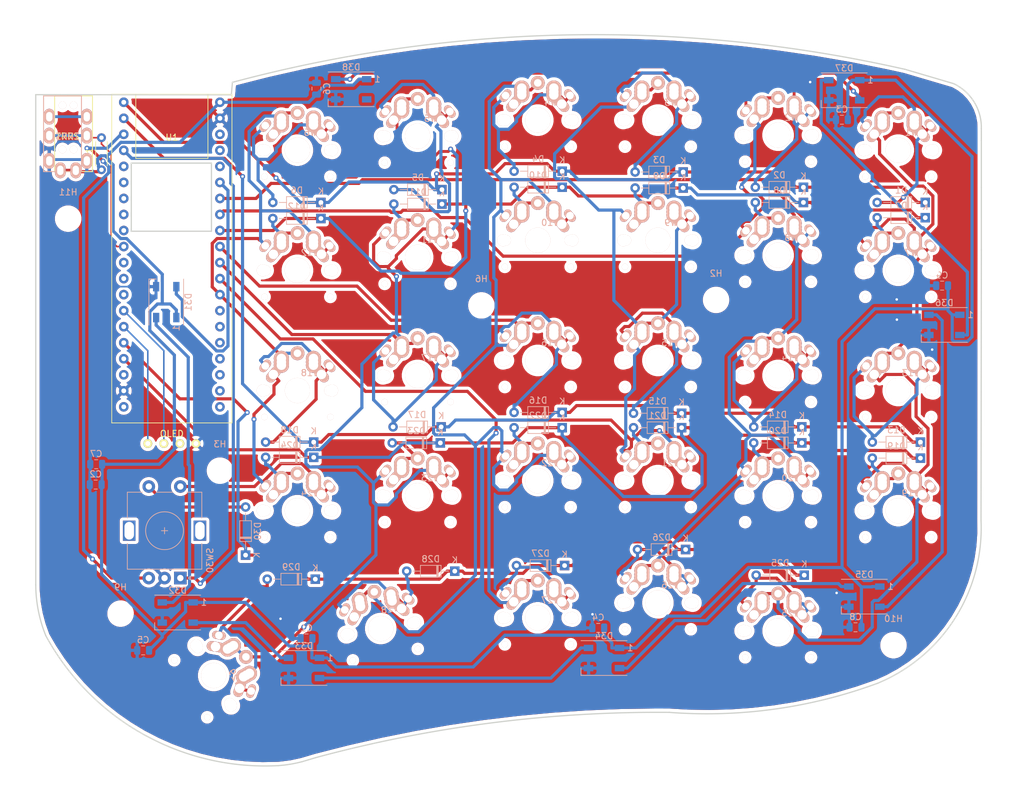
<source format=kicad_pcb>
(kicad_pcb (version 20171130) (host pcbnew 5.1.5+dfsg1-2build2)
  (layers (0 F.Cu signal) (31 B.Cu signal) (34 B.Paste user hide) (35 F.Paste user hide) (36 B.SilkS user hide) (37 F.SilkS user hide) (38 B.Mask user hide) (39 F.Mask user hide) (44 Edge.Cuts user hide))
  (net 0 "")
  (net 1 GND)
  (net 2 +5V)
  (net 3 "Net-(D1-Pad2)")
  (net 4 row0)
  (net 5 "Net-(D2-Pad2)")
  (net 6 "Net-(D3-Pad2)")
  (net 7 "Net-(D4-Pad2)")
  (net 8 "Net-(D5-Pad2)")
  (net 9 "Net-(D6-Pad2)")
  (net 10 "Net-(D7-Pad2)")
  (net 11 row4)
  (net 12 "Net-(D8-Pad2)")
  (net 13 "Net-(D9-Pad2)")
  (net 14 "Net-(D12-Pad2)")
  (net 15 RGB)
  (net 16 "Net-(D17-Pad2)")
  (net 17 row1)
  (net 18 "Net-(D18-Pad2)")
  (net 19 "Net-(D19-Pad2)")
  (net 20 "Net-(D20-Pad2)")
  (net 21 "Net-(D21-Pad2)")
  (net 22 "Net-(D22-Pad2)")
  (net 23 "Net-(D23-Pad2)")
  (net 24 "Net-(D33-Pad2)")
  (net 25 row2)
  (net 26 "Net-(D34-Pad2)")
  (net 27 "Net-(D35-Pad2)")
  (net 28 "Net-(D36-Pad2)")
  (net 29 "Net-(D37-Pad2)")
  (net 30 "Net-(D38-Pad2)")
  (net 31 row3)
  (net 32 col0)
  (net 33 col1)
  (net 34 col2)
  (net 35 col3)
  (net 36 col4)
  (net 37 col5)
  (net 38 ROT1A)
  (net 39 ROT1B)
  (net 40 "Net-(D10-Pad2)")
  (net 41 "Net-(D11-Pad2)")
  (net 42 "Net-(D13-Pad2)")
  (net 43 "Net-(D14-Pad2)")
  (net 44 "Net-(D15-Pad2)")
  (net 45 "Net-(D16-Pad2)")
  (net 46 "Net-(D24-Pad2)")
  (net 47 "Net-(D25-Pad2)")
  (net 48 "Net-(D26-Pad2)")
  (net 49 "Net-(D27-Pad2)")
  (net 50 "Net-(D28-Pad2)")
  (net 51 "Net-(D29-Pad2)")
  (net 52 "Net-(D30-Pad2)")
  (net 53 "Net-(D31-Pad2)")
  (net 54 "Net-(D32-Pad2)")
  (net 55 "Net-(U1-Pad36)")
  (net 56 "Net-(U1-Pad35)")
  (net 57 "Net-(U1-Pad34)")
  (net 58 "Net-(U1-Pad33)")
  (net 59 "Net-(U1-Pad32)")
  (net 60 "Net-(U1-Pad23)")
  (net 61 "Net-(U1-Pad21)")
  (net 62 "Net-(U1-Pad20)")
  (net 63 "Net-(U1-Pad5)")
  (net 64 "Net-(U1-Pad3)")
  (net 65 "Net-(J1-PadC)")
  (net 66 "Net-(J1-PadB)")
  (net 67 "Net-(U1-Pad30)")
  (net 68 "Net-(U1-Pad29)")
  (net 69 "Net-(U1-Pad28)")
  (net 70 "Net-(U1-Pad19)")
  (net 71 "Net-(U1-Pad18)")
  (net 72 "Net-(U1-Pad17)")
  (net 73 "Net-(U1-Pad15)")
  (net 74 "Net-(U1-Pad14)")
  (net 75 SCL)
  (net 76 SDA)
  (net 77 "Net-(U1-Pad4)")
  (module foostan:MX_ALPS_PG1350_noLed (layer B.Cu) (at 187.233 126.478 180)
    (fp_text reference SW26 (at -2.54 2.794) (layer B.SilkS) (effects (justify mirror)))
    (fp_text value SUPER)
    (pad "" np_thru_hole circle (at -5.22 -4.2 180) (size 1 1) (drill 1) (layers *.Cu *.Mask B.SilkS))
    (pad "" np_thru_hole circle (at 5.22 -4.2 180) (size 1 1) (drill 1) (layers *.Cu *.Mask B.SilkS))
    (pad "" np_thru_hole circle (at -5.08 0 180) (size 1.7 1.7) (drill 1.7) (layers *.Cu *.Mask B.SilkS))
    (pad "" np_thru_hole circle (at 5.08 0 180) (size 1.7 1.7) (drill 1.7) (layers *.Cu *.Mask B.SilkS))
    (pad 1 thru_hole circle (at -2.54 4.5 180) (size 2.4 2.4) (drill 1.5) (layers *.Cu *.Mask B.SilkS) (net 48 "Net-(D26-Pad2)"))
    (pad 1 thru_hole circle (at -2.54 4 180) (size 2.4 2.4) (drill 1.5) (layers *.Cu *.Mask B.SilkS) (net 48 "Net-(D26-Pad2)"))
    (pad 2 thru_hole circle (at 2.54 4 180) (size 2.4 2.4) (drill 1.5) (layers *.Cu *.Mask B.SilkS) (net 33 col1))
    (pad 2 thru_hole circle (at 2.54 4.5 180) (size 2.4 2.4) (drill 1.5) (layers *.Cu *.Mask B.SilkS) (net 33 col1))
    (pad 2 thru_hole oval (at 3.81 2.54 230) (size 2.8 1.55) (drill 1.5) (layers *.Cu *.Mask B.SilkS) (net 33 col1))
    (pad 1 thru_hole circle (at -2.54 5.08 180) (size 2.4 2.4) (drill 1.5) (layers *.Cu *.Mask B.SilkS) (net 48 "Net-(D26-Pad2)"))
    (pad 1 thru_hole oval (at -3.81 2.54 130) (size 2.8 1.55) (drill 1.5) (layers *.Cu *.Mask B.SilkS) (net 48 "Net-(D26-Pad2)"))
    (pad 2 thru_hole circle (at 2.54 5.08 180) (size 2.4 2.4) (drill 1.5) (layers *.Cu *.Mask B.SilkS) (net 33 col1))
    (pad 2 thru_hole circle (at 0 5.9 90) (size 2.2 2.2) (drill 1.2) (layers *.Cu *.Mask B.SilkS) (net 33 col1))
    (pad 1 thru_hole oval (at -5.1 3.9 130) (size 2.2 1.25) (drill 1.2) (layers *.Cu *.Mask B.SilkS) (net 48 "Net-(D26-Pad2)"))
    (pad "" np_thru_hole circle (at 5.5 0 90) (size 1.9 1.9) (drill 1.9) (layers *.Cu *.Mask B.SilkS))
    (pad "" np_thru_hole circle (at -5.5 0 90) (size 1.9 1.9) (drill 1.9) (layers *.Cu *.Mask B.SilkS))
    (pad "" np_thru_hole circle (at 0 0 90) (size 4 4) (drill 4) (layers *.Cu *.Mask B.SilkS))
    (pad 1 thru_hole oval (at 5.1 3.9 230) (size 2.2 1.25) (drill 1.2) (layers *.Cu *.Mask B.SilkS) (net 48 "Net-(D26-Pad2)"))
  )
  (module Diode_THT:D_DO-34_SOD68_P7.62mm_Horizontal (layer B.Cu) (at 190.983 98.7298 180)
    (fp_text reference D21 (at 3.81 1.92) (layer B.SilkS) (effects (justify mirror)))
    (fp_text value D_Small)
    (fp_text user K (at 0 1.75) (layer B.SilkS) (effects (justify mirror)))
    (pad 2 thru_hole oval (at 7.62 0 180) (size 1.5 1.5) (drill 0.75) (layers *.Cu *.Mask) (net 21 "Net-(D21-Pad2)"))
    (pad 1 thru_hole rect (at 0 0 180) (size 1.5 1.5) (drill 0.75) (layers *.Cu *.Mask) (net 31 row3))
  )
  (module foostan:MX_ALPS_PG1350_noLed (layer B.Cu) (at 206.273 71.4178 180)
    (fp_text reference SW8 (at -2.54 2.794) (layer B.SilkS) (effects (justify mirror)))
    (fp_text value Q)
    (pad "" np_thru_hole circle (at -5.22 -4.2 180) (size 1 1) (drill 1) (layers *.Cu *.Mask B.SilkS))
    (pad "" np_thru_hole circle (at 5.22 -4.2 180) (size 1 1) (drill 1) (layers *.Cu *.Mask B.SilkS))
    (pad "" np_thru_hole circle (at -5.08 0 180) (size 1.7 1.7) (drill 1.7) (layers *.Cu *.Mask B.SilkS))
    (pad "" np_thru_hole circle (at 5.08 0 180) (size 1.7 1.7) (drill 1.7) (layers *.Cu *.Mask B.SilkS))
    (pad 1 thru_hole circle (at -2.54 4.5 180) (size 2.4 2.4) (drill 1.5) (layers *.Cu *.Mask B.SilkS) (net 33 col1))
    (pad 1 thru_hole circle (at -2.54 4 180) (size 2.4 2.4) (drill 1.5) (layers *.Cu *.Mask B.SilkS) (net 33 col1))
    (pad 2 thru_hole circle (at 2.54 4 180) (size 2.4 2.4) (drill 1.5) (layers *.Cu *.Mask B.SilkS) (net 12 "Net-(D8-Pad2)"))
    (pad 2 thru_hole circle (at 2.54 4.5 180) (size 2.4 2.4) (drill 1.5) (layers *.Cu *.Mask B.SilkS) (net 12 "Net-(D8-Pad2)"))
    (pad 2 thru_hole oval (at 3.81 2.54 230) (size 2.8 1.55) (drill 1.5) (layers *.Cu *.Mask B.SilkS) (net 12 "Net-(D8-Pad2)"))
    (pad 1 thru_hole circle (at -2.54 5.08 180) (size 2.4 2.4) (drill 1.5) (layers *.Cu *.Mask B.SilkS) (net 33 col1))
    (pad 1 thru_hole oval (at -3.81 2.54 130) (size 2.8 1.55) (drill 1.5) (layers *.Cu *.Mask B.SilkS) (net 33 col1))
    (pad 2 thru_hole circle (at 2.54 5.08 180) (size 2.4 2.4) (drill 1.5) (layers *.Cu *.Mask B.SilkS) (net 12 "Net-(D8-Pad2)"))
    (pad 2 thru_hole circle (at 0 5.9 90) (size 2.2 2.2) (drill 1.2) (layers *.Cu *.Mask B.SilkS) (net 12 "Net-(D8-Pad2)"))
    (pad 1 thru_hole oval (at -5.1 3.9 130) (size 2.2 1.25) (drill 1.2) (layers *.Cu *.Mask B.SilkS) (net 33 col1))
    (pad "" np_thru_hole circle (at 5.5 0 90) (size 1.9 1.9) (drill 1.9) (layers *.Cu *.Mask B.SilkS))
    (pad "" np_thru_hole circle (at -5.5 0 90) (size 1.9 1.9) (drill 1.9) (layers *.Cu *.Mask B.SilkS))
    (pad "" np_thru_hole circle (at 0 0 90) (size 4 4) (drill 4) (layers *.Cu *.Mask B.SilkS))
    (pad 1 thru_hole oval (at 5.1 3.9 230) (size 2.2 1.25) (drill 1.2) (layers *.Cu *.Mask B.SilkS) (net 33 col1))
  )
  (module tkw:Blackpill (layer F.Cu) (at 110.211 52.2478)
    (fp_text reference U1 (at 0 0.5) (layer F.SilkS))
    (fp_text value WeActBlackPill)
    (pad 40 thru_hole circle (at -7.62 -5.08) (size 1.524 1.524) (drill 0.762) (layers *.Cu *.Mask) (net 4 row0))
    (pad 39 thru_hole circle (at -7.62 -2.54) (size 1.524 1.524) (drill 0.762) (layers *.Cu *.Mask) (net 25 row2))
    (pad 38 thru_hole circle (at -7.62 0) (size 1.524 1.524) (drill 0.762) (layers *.Cu *.Mask) (net 38 ROT1A))
    (pad 37 thru_hole circle (at -7.62 2.54) (size 1.524 1.524) (drill 0.762) (layers *.Cu *.Mask) (net 39 ROT1B))
    (pad 36 thru_hole circle (at -7.62 5.08) (size 1.524 1.524) (drill 0.762) (layers *.Cu *.Mask) (net 55 "Net-(U1-Pad36)"))
    (pad 35 thru_hole circle (at -7.62 7.62) (size 1.524 1.524) (drill 0.762) (layers *.Cu *.Mask) (net 56 "Net-(U1-Pad35)"))
    (pad 34 thru_hole circle (at -7.62 10.16) (size 1.524 1.524) (drill 0.762) (layers *.Cu *.Mask) (net 57 "Net-(U1-Pad34)"))
    (pad 33 thru_hole circle (at -7.62 12.7) (size 1.524 1.524) (drill 0.762) (layers *.Cu *.Mask) (net 58 "Net-(U1-Pad33)"))
    (pad 32 thru_hole circle (at -7.62 15.24) (size 1.524 1.524) (drill 0.762) (layers *.Cu *.Mask) (net 59 "Net-(U1-Pad32)"))
    (pad 31 thru_hole circle (at -7.62 17.78) (size 1.524 1.524) (drill 0.762) (layers *.Cu *.Mask) (net 65 "Net-(J1-PadC)"))
    (pad 30 thru_hole circle (at -7.62 20.32) (size 1.524 1.524) (drill 0.762) (layers *.Cu *.Mask) (net 67 "Net-(U1-Pad30)"))
    (pad 29 thru_hole circle (at -7.62 22.86) (size 1.524 1.524) (drill 0.762) (layers *.Cu *.Mask) (net 68 "Net-(U1-Pad29)"))
    (pad 28 thru_hole circle (at -7.62 25.4) (size 1.524 1.524) (drill 0.762) (layers *.Cu *.Mask) (net 69 "Net-(U1-Pad28)"))
    (pad 27 thru_hole circle (at -7.62 27.94) (size 1.524 1.524) (drill 0.762) (layers *.Cu *.Mask) (net 75 SCL))
    (pad 26 thru_hole circle (at -7.62 30.48) (size 1.524 1.524) (drill 0.762) (layers *.Cu *.Mask) (net 76 SDA))
    (pad 25 thru_hole circle (at -7.62 33.02) (size 1.524 1.524) (drill 0.762) (layers *.Cu *.Mask) (net 11 row4))
    (pad 24 thru_hole circle (at -7.62 35.56) (size 1.524 1.524) (drill 0.762) (layers *.Cu *.Mask) (net 31 row3))
    (pad 23 thru_hole circle (at -7.62 38.1) (size 1.524 1.524) (drill 0.762) (layers *.Cu *.Mask) (net 60 "Net-(U1-Pad23)"))
    (pad 22 thru_hole circle (at -7.62 40.64) (size 1.524 1.524) (drill 0.762) (layers *.Cu *.Mask) (net 1 GND))
    (pad 21 thru_hole circle (at -7.62 43.18) (size 1.524 1.524) (drill 0.762) (layers *.Cu *.Mask) (net 61 "Net-(U1-Pad21)"))
    (pad 20 thru_hole circle (at 7.62 43.18) (size 1.524 1.524) (drill 0.762) (layers *.Cu *.Mask) (net 62 "Net-(U1-Pad20)"))
    (pad 19 thru_hole circle (at 7.62 40.64) (size 1.524 1.524) (drill 0.762) (layers *.Cu *.Mask) (net 70 "Net-(U1-Pad19)"))
    (pad 18 thru_hole circle (at 7.62 38.1) (size 1.524 1.524) (drill 0.762) (layers *.Cu *.Mask) (net 71 "Net-(U1-Pad18)"))
    (pad 17 thru_hole circle (at 7.62 35.56) (size 1.524 1.524) (drill 0.762) (layers *.Cu *.Mask) (net 72 "Net-(U1-Pad17)"))
    (pad 16 thru_hole circle (at 7.62 33.02) (size 1.524 1.524) (drill 0.762) (layers *.Cu *.Mask))
    (pad 15 thru_hole circle (at 7.62 30.48) (size 1.524 1.524) (drill 0.762) (layers *.Cu *.Mask) (net 73 "Net-(U1-Pad15)"))
    (pad 14 thru_hole circle (at 7.62 27.94) (size 1.524 1.524) (drill 0.762) (layers *.Cu *.Mask) (net 74 "Net-(U1-Pad14)"))
    (pad 13 thru_hole circle (at 7.62 25.4) (size 1.524 1.524) (drill 0.762) (layers *.Cu *.Mask) (net 37 col5))
    (pad 12 thru_hole circle (at 7.62 22.86) (size 1.524 1.524) (drill 0.762) (layers *.Cu *.Mask) (net 34 col2))
    (pad 11 thru_hole circle (at 7.62 20.32) (size 1.524 1.524) (drill 0.762) (layers *.Cu *.Mask) (net 36 col4))
    (pad 10 thru_hole circle (at 7.62 17.78) (size 1.524 1.524) (drill 0.762) (layers *.Cu *.Mask) (net 35 col3))
    (pad 9 thru_hole circle (at 7.62 15.24) (size 1.524 1.524) (drill 0.762) (layers *.Cu *.Mask) (net 17 row1))
    (pad 8 thru_hole circle (at 7.62 12.7) (size 1.524 1.524) (drill 0.762) (layers *.Cu *.Mask) (net 33 col1))
    (pad 7 thru_hole circle (at 7.62 10.16) (size 1.524 1.524) (drill 0.762) (layers *.Cu *.Mask) (net 32 col0))
    (pad 6 thru_hole circle (at 7.62 7.62) (size 1.524 1.524) (drill 0.762) (layers *.Cu *.Mask) (net 15 RGB))
    (pad 5 thru_hole circle (at 7.62 5.08) (size 1.524 1.524) (drill 0.762) (layers *.Cu *.Mask) (net 63 "Net-(U1-Pad5)"))
    (pad 4 thru_hole circle (at 7.62 2.54) (size 1.524 1.524) (drill 0.762) (layers *.Cu *.Mask) (net 77 "Net-(U1-Pad4)"))
    (pad 3 thru_hole circle (at 7.62 0) (size 1.524 1.524) (drill 0.762) (layers *.Cu *.Mask) (net 64 "Net-(U1-Pad3)"))
    (pad 2 thru_hole circle (at 7.62 -2.54) (size 1.524 1.524) (drill 0.762) (layers *.Cu *.Mask) (net 1 GND))
    (pad 1 thru_hole circle (at 7.62 -5.08) (size 1.524 1.524) (drill 0.762) (layers *.Cu *.Mask) (net 2 +5V))
  )
  (module Resistor_THT:R_Axial_DIN0204_L3.6mm_D1.6mm_P5.08mm_Horizontal (layer F.Cu) (at 99.06 57.8612 90)
    (fp_text reference R1 (at 2.54 -1.92 90) (layer F.SilkS))
    (fp_text value R_Small)
    (pad 2 thru_hole oval (at 5.08 0 90) (size 1.4 1.4) (drill 0.7) (layers *.Cu *.Mask) (net 65 "Net-(J1-PadC)"))
    (pad 1 thru_hole circle (at 0 0 90) (size 1.4 1.4) (drill 0.7) (layers *.Cu *.Mask) (net 2 +5V))
  )
  (module foostan:OLED_v2 (layer F.Cu) (at 110.211 101.244)
    (fp_text reference OL1)
    (fp_text value OLED hide)
    (fp_text user OLED (at 0 -1.55) (layer F.SilkS))
    (pad 4 thru_hole circle (at 3.81 0) (size 1.397 1.397) (drill 0.8128) (layers *.Cu F.SilkS B.Mask) (net 1 GND))
    (pad 3 thru_hole circle (at 1.27 0) (size 1.397 1.397) (drill 0.8128) (layers *.Cu F.SilkS B.Mask) (net 2 +5V))
    (pad 2 thru_hole circle (at -1.27 0) (size 1.397 1.397) (drill 0.8128) (layers *.Cu F.SilkS B.Mask) (net 75 SCL))
    (pad 1 thru_hole circle (at -3.81 0) (size 1.397 1.397) (drill 0.8128) (layers *.Cu F.SilkS B.Mask) (net 76 SDA))
  )
  (module foostan:MJ-4PP-9 (layer B.Cu) (at 92.8876 46.1518 180)
    (fp_text reference J1)
    (fp_text value MJ-4PP-9 hide)
    (fp_text user TRRS (at -0.75 -6.45) (layer B.SilkS) (effects (justify mirror)))
    (fp_text user TRRS (at -0.8255 -6.4135) (layer F.SilkS))
    (pad A thru_hole oval (at -2.1 -11.8 180) (size 1.7 2.5) (drill oval 1 1.5) (layers *.Cu *.Mask B.SilkS) (net 2 +5V) (clearance 0.15))
    (pad D thru_hole oval (at 2.1 -10.3 180) (size 1.7 2.5) (drill oval 1 1.5) (layers *.Cu *.Mask B.SilkS) (net 1 GND) (clearance 0.15))
    (pad C thru_hole oval (at 2.1 -6.3 180) (size 1.7 2.5) (drill oval 1 1.5) (layers *.Cu *.Mask B.SilkS) (net 65 "Net-(J1-PadC)"))
    (pad B thru_hole oval (at 2.1 -3.3 180) (size 1.7 2.5) (drill oval 1 1.5) (layers *.Cu *.Mask B.SilkS) (net 66 "Net-(J1-PadB)"))
    (pad "" np_thru_hole circle (at 0 -8.5 180) (size 1.2 1.2) (drill 1.2) (layers *.Cu *.Mask B.SilkS))
    (pad "" np_thru_hole circle (at 0 -1.5 180) (size 1.2 1.2) (drill 1.2) (layers *.Cu *.Mask B.SilkS))
    (pad C thru_hole oval (at -3.85 -6.3 180) (size 1.7 2.5) (drill oval 1 1.5) (layers *.Cu *.Mask B.SilkS) (net 65 "Net-(J1-PadC)"))
    (pad B thru_hole oval (at -3.85 -3.3 180) (size 1.7 2.5) (drill oval 1 1.5) (layers *.Cu *.Mask B.SilkS) (net 66 "Net-(J1-PadB)"))
    (pad A thru_hole oval (at 0.35 -11.8 180) (size 1.7 2.5) (drill oval 1 1.5) (layers *.Cu *.Mask B.SilkS) (net 2 +5V) (clearance 0.15))
    (pad D thru_hole oval (at -3.85 -10.3 180) (size 1.7 2.5) (drill oval 1 1.5) (layers *.Cu *.Mask B.SilkS) (net 1 GND) (clearance 0.15))
    (pad "" np_thru_hole circle (at -1.75 -1.5 180) (size 1.2 1.2) (drill 1.2) (layers *.Cu *.Mask B.SilkS))
    (pad "" np_thru_hole circle (at -1.75 -8.5 180) (size 1.2 1.2) (drill 1.2) (layers *.Cu *.Mask B.SilkS))
  )
  (module foostan:MX_ALPS_PG1350_noLed (layer B.Cu) (at 116.84 137.998 120)
    (fp_text reference SW29 (at -2.54 2.794 300) (layer B.SilkS) (effects (justify mirror)))
    (fp_text value C)
    (pad "" np_thru_hole circle (at -5.22 -4.2 120) (size 1 1) (drill 1) (layers *.Cu *.Mask B.SilkS))
    (pad "" np_thru_hole circle (at 5.22 -4.2 120) (size 1 1) (drill 1) (layers *.Cu *.Mask B.SilkS))
    (pad "" np_thru_hole circle (at -5.08 0 120) (size 1.7 1.7) (drill 1.7) (layers *.Cu *.Mask B.SilkS))
    (pad "" np_thru_hole circle (at 5.08 0 120) (size 1.7 1.7) (drill 1.7) (layers *.Cu *.Mask B.SilkS))
    (pad 1 thru_hole circle (at -2.54 4.5 120) (size 2.4 2.4) (drill 1.5) (layers *.Cu *.Mask B.SilkS) (net 51 "Net-(D29-Pad2)"))
    (pad 1 thru_hole circle (at -2.54 4 120) (size 2.4 2.4) (drill 1.5) (layers *.Cu *.Mask B.SilkS) (net 51 "Net-(D29-Pad2)"))
    (pad 2 thru_hole circle (at 2.54 4 120) (size 2.4 2.4) (drill 1.5) (layers *.Cu *.Mask B.SilkS) (net 36 col4))
    (pad 2 thru_hole circle (at 2.54 4.5 120) (size 2.4 2.4) (drill 1.5) (layers *.Cu *.Mask B.SilkS) (net 36 col4))
    (pad 2 thru_hole oval (at 3.81 2.54 170) (size 2.8 1.55) (drill 1.5) (layers *.Cu *.Mask B.SilkS) (net 36 col4))
    (pad 1 thru_hole circle (at -2.54 5.08 120) (size 2.4 2.4) (drill 1.5) (layers *.Cu *.Mask B.SilkS) (net 51 "Net-(D29-Pad2)"))
    (pad 1 thru_hole oval (at -3.81 2.54 70) (size 2.8 1.55) (drill 1.5) (layers *.Cu *.Mask B.SilkS) (net 51 "Net-(D29-Pad2)"))
    (pad 2 thru_hole circle (at 2.54 5.08 120) (size 2.4 2.4) (drill 1.5) (layers *.Cu *.Mask B.SilkS) (net 36 col4))
    (pad 2 thru_hole circle (at 0 5.9 30) (size 2.2 2.2) (drill 1.2) (layers *.Cu *.Mask B.SilkS) (net 36 col4))
    (pad 1 thru_hole oval (at -5.1 3.9 70) (size 2.2 1.25) (drill 1.2) (layers *.Cu *.Mask B.SilkS) (net 51 "Net-(D29-Pad2)"))
    (pad "" np_thru_hole circle (at 5.5 0 30) (size 1.9 1.9) (drill 1.9) (layers *.Cu *.Mask B.SilkS))
    (pad "" np_thru_hole circle (at -5.5 0 30) (size 1.9 1.9) (drill 1.9) (layers *.Cu *.Mask B.SilkS))
    (pad "" np_thru_hole circle (at 0 0 30) (size 4 4) (drill 4) (layers *.Cu *.Mask B.SilkS))
    (pad 1 thru_hole oval (at 5.1 3.9 170) (size 2.2 1.25) (drill 1.2) (layers *.Cu *.Mask B.SilkS) (net 51 "Net-(D29-Pad2)"))
  )
  (module foostan:MX_ALPS_PG1350_noLed (layer B.Cu) (at 143.307 130.556 190)
    (fp_text reference SW28 (at -2.54 2.794 190) (layer B.SilkS) (effects (justify mirror)))
    (fp_text value X)
    (pad "" np_thru_hole circle (at -5.22 -4.2 190) (size 1 1) (drill 1) (layers *.Cu *.Mask B.SilkS))
    (pad "" np_thru_hole circle (at 5.22 -4.2 190) (size 1 1) (drill 1) (layers *.Cu *.Mask B.SilkS))
    (pad "" np_thru_hole circle (at -5.08 0 190) (size 1.7 1.7) (drill 1.7) (layers *.Cu *.Mask B.SilkS))
    (pad "" np_thru_hole circle (at 5.08 0 190) (size 1.7 1.7) (drill 1.7) (layers *.Cu *.Mask B.SilkS))
    (pad 1 thru_hole circle (at -2.54 4.5 190) (size 2.4 2.4) (drill 1.5) (layers *.Cu *.Mask B.SilkS) (net 50 "Net-(D28-Pad2)"))
    (pad 1 thru_hole circle (at -2.54 4 190) (size 2.4 2.4) (drill 1.5) (layers *.Cu *.Mask B.SilkS) (net 50 "Net-(D28-Pad2)"))
    (pad 2 thru_hole circle (at 2.54 4 190) (size 2.4 2.4) (drill 1.5) (layers *.Cu *.Mask B.SilkS) (net 35 col3))
    (pad 2 thru_hole circle (at 2.54 4.5 190) (size 2.4 2.4) (drill 1.5) (layers *.Cu *.Mask B.SilkS) (net 35 col3))
    (pad 2 thru_hole oval (at 3.81 2.54 240) (size 2.8 1.55) (drill 1.5) (layers *.Cu *.Mask B.SilkS) (net 35 col3))
    (pad 1 thru_hole circle (at -2.54 5.08 190) (size 2.4 2.4) (drill 1.5) (layers *.Cu *.Mask B.SilkS) (net 50 "Net-(D28-Pad2)"))
    (pad 1 thru_hole oval (at -3.81 2.54 140) (size 2.8 1.55) (drill 1.5) (layers *.Cu *.Mask B.SilkS) (net 50 "Net-(D28-Pad2)"))
    (pad 2 thru_hole circle (at 2.54 5.08 190) (size 2.4 2.4) (drill 1.5) (layers *.Cu *.Mask B.SilkS) (net 35 col3))
    (pad 2 thru_hole circle (at 0 5.9 100) (size 2.2 2.2) (drill 1.2) (layers *.Cu *.Mask B.SilkS) (net 35 col3))
    (pad 1 thru_hole oval (at -5.1 3.9 140) (size 2.2 1.25) (drill 1.2) (layers *.Cu *.Mask B.SilkS) (net 50 "Net-(D28-Pad2)"))
    (pad "" np_thru_hole circle (at 5.5 0 100) (size 1.9 1.9) (drill 1.9) (layers *.Cu *.Mask B.SilkS))
    (pad "" np_thru_hole circle (at -5.5 0 100) (size 1.9 1.9) (drill 1.9) (layers *.Cu *.Mask B.SilkS))
    (pad "" np_thru_hole circle (at 0 0 100) (size 4 4) (drill 4) (layers *.Cu *.Mask B.SilkS))
    (pad 1 thru_hole oval (at 5.1 3.9 240) (size 2.2 1.25) (drill 1.2) (layers *.Cu *.Mask B.SilkS) (net 50 "Net-(D28-Pad2)"))
  )
  (module foostan:MX_ALPS_PG1350_noLed (layer B.Cu) (at 168.193 128.858 180)
    (fp_text reference SW27 (at -2.54 2.794) (layer B.SilkS) (effects (justify mirror)))
    (fp_text value ALT)
    (pad "" np_thru_hole circle (at -5.22 -4.2 180) (size 1 1) (drill 1) (layers *.Cu *.Mask B.SilkS))
    (pad "" np_thru_hole circle (at 5.22 -4.2 180) (size 1 1) (drill 1) (layers *.Cu *.Mask B.SilkS))
    (pad "" np_thru_hole circle (at -5.08 0 180) (size 1.7 1.7) (drill 1.7) (layers *.Cu *.Mask B.SilkS))
    (pad "" np_thru_hole circle (at 5.08 0 180) (size 1.7 1.7) (drill 1.7) (layers *.Cu *.Mask B.SilkS))
    (pad 1 thru_hole circle (at -2.54 4.5 180) (size 2.4 2.4) (drill 1.5) (layers *.Cu *.Mask B.SilkS) (net 49 "Net-(D27-Pad2)"))
    (pad 1 thru_hole circle (at -2.54 4 180) (size 2.4 2.4) (drill 1.5) (layers *.Cu *.Mask B.SilkS) (net 49 "Net-(D27-Pad2)"))
    (pad 2 thru_hole circle (at 2.54 4 180) (size 2.4 2.4) (drill 1.5) (layers *.Cu *.Mask B.SilkS) (net 34 col2))
    (pad 2 thru_hole circle (at 2.54 4.5 180) (size 2.4 2.4) (drill 1.5) (layers *.Cu *.Mask B.SilkS) (net 34 col2))
    (pad 2 thru_hole oval (at 3.81 2.54 230) (size 2.8 1.55) (drill 1.5) (layers *.Cu *.Mask B.SilkS) (net 34 col2))
    (pad 1 thru_hole circle (at -2.54 5.08 180) (size 2.4 2.4) (drill 1.5) (layers *.Cu *.Mask B.SilkS) (net 49 "Net-(D27-Pad2)"))
    (pad 1 thru_hole oval (at -3.81 2.54 130) (size 2.8 1.55) (drill 1.5) (layers *.Cu *.Mask B.SilkS) (net 49 "Net-(D27-Pad2)"))
    (pad 2 thru_hole circle (at 2.54 5.08 180) (size 2.4 2.4) (drill 1.5) (layers *.Cu *.Mask B.SilkS) (net 34 col2))
    (pad 2 thru_hole circle (at 0 5.9 90) (size 2.2 2.2) (drill 1.2) (layers *.Cu *.Mask B.SilkS) (net 34 col2))
    (pad 1 thru_hole oval (at -5.1 3.9 130) (size 2.2 1.25) (drill 1.2) (layers *.Cu *.Mask B.SilkS) (net 49 "Net-(D27-Pad2)"))
    (pad "" np_thru_hole circle (at 5.5 0 90) (size 1.9 1.9) (drill 1.9) (layers *.Cu *.Mask B.SilkS))
    (pad "" np_thru_hole circle (at -5.5 0 90) (size 1.9 1.9) (drill 1.9) (layers *.Cu *.Mask B.SilkS))
    (pad "" np_thru_hole circle (at 0 0 90) (size 4 4) (drill 4) (layers *.Cu *.Mask B.SilkS))
    (pad 1 thru_hole oval (at 5.1 3.9 230) (size 2.2 1.25) (drill 1.2) (layers *.Cu *.Mask B.SilkS) (net 49 "Net-(D27-Pad2)"))
  )
  (module foostan:MX_ALPS_PG1350_noLed (layer B.Cu) (at 206.273 130.918 180)
    (fp_text reference SW25 (at -2.54 2.794) (layer B.SilkS) (effects (justify mirror)))
    (fp_text value CTRL)
    (pad "" np_thru_hole circle (at -5.22 -4.2 180) (size 1 1) (drill 1) (layers *.Cu *.Mask B.SilkS))
    (pad "" np_thru_hole circle (at 5.22 -4.2 180) (size 1 1) (drill 1) (layers *.Cu *.Mask B.SilkS))
    (pad "" np_thru_hole circle (at -5.08 0 180) (size 1.7 1.7) (drill 1.7) (layers *.Cu *.Mask B.SilkS))
    (pad "" np_thru_hole circle (at 5.08 0 180) (size 1.7 1.7) (drill 1.7) (layers *.Cu *.Mask B.SilkS))
    (pad 1 thru_hole circle (at -2.54 4.5 180) (size 2.4 2.4) (drill 1.5) (layers *.Cu *.Mask B.SilkS) (net 47 "Net-(D25-Pad2)"))
    (pad 1 thru_hole circle (at -2.54 4 180) (size 2.4 2.4) (drill 1.5) (layers *.Cu *.Mask B.SilkS) (net 47 "Net-(D25-Pad2)"))
    (pad 2 thru_hole circle (at 2.54 4 180) (size 2.4 2.4) (drill 1.5) (layers *.Cu *.Mask B.SilkS) (net 32 col0))
    (pad 2 thru_hole circle (at 2.54 4.5 180) (size 2.4 2.4) (drill 1.5) (layers *.Cu *.Mask B.SilkS) (net 32 col0))
    (pad 2 thru_hole oval (at 3.81 2.54 230) (size 2.8 1.55) (drill 1.5) (layers *.Cu *.Mask B.SilkS) (net 32 col0))
    (pad 1 thru_hole circle (at -2.54 5.08 180) (size 2.4 2.4) (drill 1.5) (layers *.Cu *.Mask B.SilkS) (net 47 "Net-(D25-Pad2)"))
    (pad 1 thru_hole oval (at -3.81 2.54 130) (size 2.8 1.55) (drill 1.5) (layers *.Cu *.Mask B.SilkS) (net 47 "Net-(D25-Pad2)"))
    (pad 2 thru_hole circle (at 2.54 5.08 180) (size 2.4 2.4) (drill 1.5) (layers *.Cu *.Mask B.SilkS) (net 32 col0))
    (pad 2 thru_hole circle (at 0 5.9 90) (size 2.2 2.2) (drill 1.2) (layers *.Cu *.Mask B.SilkS) (net 32 col0))
    (pad 1 thru_hole oval (at -5.1 3.9 130) (size 2.2 1.25) (drill 1.2) (layers *.Cu *.Mask B.SilkS) (net 47 "Net-(D25-Pad2)"))
    (pad "" np_thru_hole circle (at 5.5 0 90) (size 1.9 1.9) (drill 1.9) (layers *.Cu *.Mask B.SilkS))
    (pad "" np_thru_hole circle (at -5.5 0 90) (size 1.9 1.9) (drill 1.9) (layers *.Cu *.Mask B.SilkS))
    (pad "" np_thru_hole circle (at 0 0 90) (size 4 4) (drill 4) (layers *.Cu *.Mask B.SilkS))
    (pad 1 thru_hole oval (at 5.1 3.9 230) (size 2.2 1.25) (drill 1.2) (layers *.Cu *.Mask B.SilkS) (net 47 "Net-(D25-Pad2)"))
  )
  (module foostan:MX_ALPS_PG1350_noLed (layer B.Cu) (at 130.113 111.878 180)
    (fp_text reference SW24 (at -2.54 2.794) (layer B.SilkS) (effects (justify mirror)))
    (fp_text value V)
    (pad "" np_thru_hole circle (at -5.22 -4.2 180) (size 1 1) (drill 1) (layers *.Cu *.Mask B.SilkS))
    (pad "" np_thru_hole circle (at 5.22 -4.2 180) (size 1 1) (drill 1) (layers *.Cu *.Mask B.SilkS))
    (pad "" np_thru_hole circle (at -5.08 0 180) (size 1.7 1.7) (drill 1.7) (layers *.Cu *.Mask B.SilkS))
    (pad "" np_thru_hole circle (at 5.08 0 180) (size 1.7 1.7) (drill 1.7) (layers *.Cu *.Mask B.SilkS))
    (pad 1 thru_hole circle (at -2.54 4.5 180) (size 2.4 2.4) (drill 1.5) (layers *.Cu *.Mask B.SilkS) (net 37 col5))
    (pad 1 thru_hole circle (at -2.54 4 180) (size 2.4 2.4) (drill 1.5) (layers *.Cu *.Mask B.SilkS) (net 37 col5))
    (pad 2 thru_hole circle (at 2.54 4 180) (size 2.4 2.4) (drill 1.5) (layers *.Cu *.Mask B.SilkS) (net 46 "Net-(D24-Pad2)"))
    (pad 2 thru_hole circle (at 2.54 4.5 180) (size 2.4 2.4) (drill 1.5) (layers *.Cu *.Mask B.SilkS) (net 46 "Net-(D24-Pad2)"))
    (pad 2 thru_hole oval (at 3.81 2.54 230) (size 2.8 1.55) (drill 1.5) (layers *.Cu *.Mask B.SilkS) (net 46 "Net-(D24-Pad2)"))
    (pad 1 thru_hole circle (at -2.54 5.08 180) (size 2.4 2.4) (drill 1.5) (layers *.Cu *.Mask B.SilkS) (net 37 col5))
    (pad 1 thru_hole oval (at -3.81 2.54 130) (size 2.8 1.55) (drill 1.5) (layers *.Cu *.Mask B.SilkS) (net 37 col5))
    (pad 2 thru_hole circle (at 2.54 5.08 180) (size 2.4 2.4) (drill 1.5) (layers *.Cu *.Mask B.SilkS) (net 46 "Net-(D24-Pad2)"))
    (pad 2 thru_hole circle (at 0 5.9 90) (size 2.2 2.2) (drill 1.2) (layers *.Cu *.Mask B.SilkS) (net 46 "Net-(D24-Pad2)"))
    (pad 1 thru_hole oval (at -5.1 3.9 130) (size 2.2 1.25) (drill 1.2) (layers *.Cu *.Mask B.SilkS) (net 37 col5))
    (pad "" np_thru_hole circle (at 5.5 0 90) (size 1.9 1.9) (drill 1.9) (layers *.Cu *.Mask B.SilkS))
    (pad "" np_thru_hole circle (at -5.5 0 90) (size 1.9 1.9) (drill 1.9) (layers *.Cu *.Mask B.SilkS))
    (pad "" np_thru_hole circle (at 0 0 90) (size 4 4) (drill 4) (layers *.Cu *.Mask B.SilkS))
    (pad 1 thru_hole oval (at 5.1 3.9 230) (size 2.2 1.25) (drill 1.2) (layers *.Cu *.Mask B.SilkS) (net 37 col5))
  )
  (module foostan:MX_ALPS_PG1350_noLed (layer B.Cu) (at 149.153 109.498 180)
    (fp_text reference SW23 (at -2.54 2.794) (layer B.SilkS) (effects (justify mirror)))
    (fp_text value C)
    (pad "" np_thru_hole circle (at -5.22 -4.2 180) (size 1 1) (drill 1) (layers *.Cu *.Mask B.SilkS))
    (pad "" np_thru_hole circle (at 5.22 -4.2 180) (size 1 1) (drill 1) (layers *.Cu *.Mask B.SilkS))
    (pad "" np_thru_hole circle (at -5.08 0 180) (size 1.7 1.7) (drill 1.7) (layers *.Cu *.Mask B.SilkS))
    (pad "" np_thru_hole circle (at 5.08 0 180) (size 1.7 1.7) (drill 1.7) (layers *.Cu *.Mask B.SilkS))
    (pad 1 thru_hole circle (at -2.54 4.5 180) (size 2.4 2.4) (drill 1.5) (layers *.Cu *.Mask B.SilkS) (net 36 col4))
    (pad 1 thru_hole circle (at -2.54 4 180) (size 2.4 2.4) (drill 1.5) (layers *.Cu *.Mask B.SilkS) (net 36 col4))
    (pad 2 thru_hole circle (at 2.54 4 180) (size 2.4 2.4) (drill 1.5) (layers *.Cu *.Mask B.SilkS) (net 23 "Net-(D23-Pad2)"))
    (pad 2 thru_hole circle (at 2.54 4.5 180) (size 2.4 2.4) (drill 1.5) (layers *.Cu *.Mask B.SilkS) (net 23 "Net-(D23-Pad2)"))
    (pad 2 thru_hole oval (at 3.81 2.54 230) (size 2.8 1.55) (drill 1.5) (layers *.Cu *.Mask B.SilkS) (net 23 "Net-(D23-Pad2)"))
    (pad 1 thru_hole circle (at -2.54 5.08 180) (size 2.4 2.4) (drill 1.5) (layers *.Cu *.Mask B.SilkS) (net 36 col4))
    (pad 1 thru_hole oval (at -3.81 2.54 130) (size 2.8 1.55) (drill 1.5) (layers *.Cu *.Mask B.SilkS) (net 36 col4))
    (pad 2 thru_hole circle (at 2.54 5.08 180) (size 2.4 2.4) (drill 1.5) (layers *.Cu *.Mask B.SilkS) (net 23 "Net-(D23-Pad2)"))
    (pad 2 thru_hole circle (at 0 5.9 90) (size 2.2 2.2) (drill 1.2) (layers *.Cu *.Mask B.SilkS) (net 23 "Net-(D23-Pad2)"))
    (pad 1 thru_hole oval (at -5.1 3.9 130) (size 2.2 1.25) (drill 1.2) (layers *.Cu *.Mask B.SilkS) (net 36 col4))
    (pad "" np_thru_hole circle (at 5.5 0 90) (size 1.9 1.9) (drill 1.9) (layers *.Cu *.Mask B.SilkS))
    (pad "" np_thru_hole circle (at -5.5 0 90) (size 1.9 1.9) (drill 1.9) (layers *.Cu *.Mask B.SilkS))
    (pad "" np_thru_hole circle (at 0 0 90) (size 4 4) (drill 4) (layers *.Cu *.Mask B.SilkS))
    (pad 1 thru_hole oval (at 5.1 3.9 230) (size 2.2 1.25) (drill 1.2) (layers *.Cu *.Mask B.SilkS) (net 36 col4))
  )
  (module foostan:MX_ALPS_PG1350_noLed (layer B.Cu) (at 168.193 107.118 180)
    (fp_text reference SW22 (at -2.54 2.794) (layer B.SilkS) (effects (justify mirror)))
    (fp_text value X)
    (pad "" np_thru_hole circle (at -5.22 -4.2 180) (size 1 1) (drill 1) (layers *.Cu *.Mask B.SilkS))
    (pad "" np_thru_hole circle (at 5.22 -4.2 180) (size 1 1) (drill 1) (layers *.Cu *.Mask B.SilkS))
    (pad "" np_thru_hole circle (at -5.08 0 180) (size 1.7 1.7) (drill 1.7) (layers *.Cu *.Mask B.SilkS))
    (pad "" np_thru_hole circle (at 5.08 0 180) (size 1.7 1.7) (drill 1.7) (layers *.Cu *.Mask B.SilkS))
    (pad 1 thru_hole circle (at -2.54 4.5 180) (size 2.4 2.4) (drill 1.5) (layers *.Cu *.Mask B.SilkS) (net 35 col3))
    (pad 1 thru_hole circle (at -2.54 4 180) (size 2.4 2.4) (drill 1.5) (layers *.Cu *.Mask B.SilkS) (net 35 col3))
    (pad 2 thru_hole circle (at 2.54 4 180) (size 2.4 2.4) (drill 1.5) (layers *.Cu *.Mask B.SilkS) (net 22 "Net-(D22-Pad2)"))
    (pad 2 thru_hole circle (at 2.54 4.5 180) (size 2.4 2.4) (drill 1.5) (layers *.Cu *.Mask B.SilkS) (net 22 "Net-(D22-Pad2)"))
    (pad 2 thru_hole oval (at 3.81 2.54 230) (size 2.8 1.55) (drill 1.5) (layers *.Cu *.Mask B.SilkS) (net 22 "Net-(D22-Pad2)"))
    (pad 1 thru_hole circle (at -2.54 5.08 180) (size 2.4 2.4) (drill 1.5) (layers *.Cu *.Mask B.SilkS) (net 35 col3))
    (pad 1 thru_hole oval (at -3.81 2.54 130) (size 2.8 1.55) (drill 1.5) (layers *.Cu *.Mask B.SilkS) (net 35 col3))
    (pad 2 thru_hole circle (at 2.54 5.08 180) (size 2.4 2.4) (drill 1.5) (layers *.Cu *.Mask B.SilkS) (net 22 "Net-(D22-Pad2)"))
    (pad 2 thru_hole circle (at 0 5.9 90) (size 2.2 2.2) (drill 1.2) (layers *.Cu *.Mask B.SilkS) (net 22 "Net-(D22-Pad2)"))
    (pad 1 thru_hole oval (at -5.1 3.9 130) (size 2.2 1.25) (drill 1.2) (layers *.Cu *.Mask B.SilkS) (net 35 col3))
    (pad "" np_thru_hole circle (at 5.5 0 90) (size 1.9 1.9) (drill 1.9) (layers *.Cu *.Mask B.SilkS))
    (pad "" np_thru_hole circle (at -5.5 0 90) (size 1.9 1.9) (drill 1.9) (layers *.Cu *.Mask B.SilkS))
    (pad "" np_thru_hole circle (at 0 0 90) (size 4 4) (drill 4) (layers *.Cu *.Mask B.SilkS))
    (pad 1 thru_hole oval (at 5.1 3.9 230) (size 2.2 1.25) (drill 1.2) (layers *.Cu *.Mask B.SilkS) (net 35 col3))
  )
  (module foostan:MX_ALPS_PG1350_noLed (layer B.Cu) (at 187.233 107.118 180)
    (fp_text reference SW21 (at -2.54 2.794) (layer B.SilkS) (effects (justify mirror)))
    (fp_text value Z)
    (pad "" np_thru_hole circle (at -5.22 -4.2 180) (size 1 1) (drill 1) (layers *.Cu *.Mask B.SilkS))
    (pad "" np_thru_hole circle (at 5.22 -4.2 180) (size 1 1) (drill 1) (layers *.Cu *.Mask B.SilkS))
    (pad "" np_thru_hole circle (at -5.08 0 180) (size 1.7 1.7) (drill 1.7) (layers *.Cu *.Mask B.SilkS))
    (pad "" np_thru_hole circle (at 5.08 0 180) (size 1.7 1.7) (drill 1.7) (layers *.Cu *.Mask B.SilkS))
    (pad 1 thru_hole circle (at -2.54 4.5 180) (size 2.4 2.4) (drill 1.5) (layers *.Cu *.Mask B.SilkS) (net 34 col2))
    (pad 1 thru_hole circle (at -2.54 4 180) (size 2.4 2.4) (drill 1.5) (layers *.Cu *.Mask B.SilkS) (net 34 col2))
    (pad 2 thru_hole circle (at 2.54 4 180) (size 2.4 2.4) (drill 1.5) (layers *.Cu *.Mask B.SilkS) (net 21 "Net-(D21-Pad2)"))
    (pad 2 thru_hole circle (at 2.54 4.5 180) (size 2.4 2.4) (drill 1.5) (layers *.Cu *.Mask B.SilkS) (net 21 "Net-(D21-Pad2)"))
    (pad 2 thru_hole oval (at 3.81 2.54 230) (size 2.8 1.55) (drill 1.5) (layers *.Cu *.Mask B.SilkS) (net 21 "Net-(D21-Pad2)"))
    (pad 1 thru_hole circle (at -2.54 5.08 180) (size 2.4 2.4) (drill 1.5) (layers *.Cu *.Mask B.SilkS) (net 34 col2))
    (pad 1 thru_hole oval (at -3.81 2.54 130) (size 2.8 1.55) (drill 1.5) (layers *.Cu *.Mask B.SilkS) (net 34 col2))
    (pad 2 thru_hole circle (at 2.54 5.08 180) (size 2.4 2.4) (drill 1.5) (layers *.Cu *.Mask B.SilkS) (net 21 "Net-(D21-Pad2)"))
    (pad 2 thru_hole circle (at 0 5.9 90) (size 2.2 2.2) (drill 1.2) (layers *.Cu *.Mask B.SilkS) (net 21 "Net-(D21-Pad2)"))
    (pad 1 thru_hole oval (at -5.1 3.9 130) (size 2.2 1.25) (drill 1.2) (layers *.Cu *.Mask B.SilkS) (net 34 col2))
    (pad "" np_thru_hole circle (at 5.5 0 90) (size 1.9 1.9) (drill 1.9) (layers *.Cu *.Mask B.SilkS))
    (pad "" np_thru_hole circle (at -5.5 0 90) (size 1.9 1.9) (drill 1.9) (layers *.Cu *.Mask B.SilkS))
    (pad "" np_thru_hole circle (at 0 0 90) (size 4 4) (drill 4) (layers *.Cu *.Mask B.SilkS))
    (pad 1 thru_hole oval (at 5.1 3.9 230) (size 2.2 1.25) (drill 1.2) (layers *.Cu *.Mask B.SilkS) (net 34 col2))
  )
  (module foostan:MX_ALPS_PG1350_noLed (layer B.Cu) (at 206.273 109.498 180)
    (fp_text reference SW20 (at -2.54 2.794) (layer B.SilkS) (effects (justify mirror)))
    (fp_text value <)
    (pad "" np_thru_hole circle (at -5.22 -4.2 180) (size 1 1) (drill 1) (layers *.Cu *.Mask B.SilkS))
    (pad "" np_thru_hole circle (at 5.22 -4.2 180) (size 1 1) (drill 1) (layers *.Cu *.Mask B.SilkS))
    (pad "" np_thru_hole circle (at -5.08 0 180) (size 1.7 1.7) (drill 1.7) (layers *.Cu *.Mask B.SilkS))
    (pad "" np_thru_hole circle (at 5.08 0 180) (size 1.7 1.7) (drill 1.7) (layers *.Cu *.Mask B.SilkS))
    (pad 1 thru_hole circle (at -2.54 4.5 180) (size 2.4 2.4) (drill 1.5) (layers *.Cu *.Mask B.SilkS) (net 33 col1))
    (pad 1 thru_hole circle (at -2.54 4 180) (size 2.4 2.4) (drill 1.5) (layers *.Cu *.Mask B.SilkS) (net 33 col1))
    (pad 2 thru_hole circle (at 2.54 4 180) (size 2.4 2.4) (drill 1.5) (layers *.Cu *.Mask B.SilkS) (net 20 "Net-(D20-Pad2)"))
    (pad 2 thru_hole circle (at 2.54 4.5 180) (size 2.4 2.4) (drill 1.5) (layers *.Cu *.Mask B.SilkS) (net 20 "Net-(D20-Pad2)"))
    (pad 2 thru_hole oval (at 3.81 2.54 230) (size 2.8 1.55) (drill 1.5) (layers *.Cu *.Mask B.SilkS) (net 20 "Net-(D20-Pad2)"))
    (pad 1 thru_hole circle (at -2.54 5.08 180) (size 2.4 2.4) (drill 1.5) (layers *.Cu *.Mask B.SilkS) (net 33 col1))
    (pad 1 thru_hole oval (at -3.81 2.54 130) (size 2.8 1.55) (drill 1.5) (layers *.Cu *.Mask B.SilkS) (net 33 col1))
    (pad 2 thru_hole circle (at 2.54 5.08 180) (size 2.4 2.4) (drill 1.5) (layers *.Cu *.Mask B.SilkS) (net 20 "Net-(D20-Pad2)"))
    (pad 2 thru_hole circle (at 0 5.9 90) (size 2.2 2.2) (drill 1.2) (layers *.Cu *.Mask B.SilkS) (net 20 "Net-(D20-Pad2)"))
    (pad 1 thru_hole oval (at -5.1 3.9 130) (size 2.2 1.25) (drill 1.2) (layers *.Cu *.Mask B.SilkS) (net 33 col1))
    (pad "" np_thru_hole circle (at 5.5 0 90) (size 1.9 1.9) (drill 1.9) (layers *.Cu *.Mask B.SilkS))
    (pad "" np_thru_hole circle (at -5.5 0 90) (size 1.9 1.9) (drill 1.9) (layers *.Cu *.Mask B.SilkS))
    (pad "" np_thru_hole circle (at 0 0 90) (size 4 4) (drill 4) (layers *.Cu *.Mask B.SilkS))
    (pad 1 thru_hole oval (at 5.1 3.9 230) (size 2.2 1.25) (drill 1.2) (layers *.Cu *.Mask B.SilkS) (net 33 col1))
  )
  (module foostan:MX_ALPS_PG1350_noLed (layer B.Cu) (at 225.313 111.878 180)
    (fp_text reference SW19 (at -2.54 2.794) (layer B.SilkS) (effects (justify mirror)))
    (fp_text value SHIFT)
    (pad "" np_thru_hole circle (at -5.22 -4.2 180) (size 1 1) (drill 1) (layers *.Cu *.Mask B.SilkS))
    (pad "" np_thru_hole circle (at 5.22 -4.2 180) (size 1 1) (drill 1) (layers *.Cu *.Mask B.SilkS))
    (pad "" np_thru_hole circle (at -5.08 0 180) (size 1.7 1.7) (drill 1.7) (layers *.Cu *.Mask B.SilkS))
    (pad "" np_thru_hole circle (at 5.08 0 180) (size 1.7 1.7) (drill 1.7) (layers *.Cu *.Mask B.SilkS))
    (pad 1 thru_hole circle (at -2.54 4.5 180) (size 2.4 2.4) (drill 1.5) (layers *.Cu *.Mask B.SilkS) (net 32 col0))
    (pad 1 thru_hole circle (at -2.54 4 180) (size 2.4 2.4) (drill 1.5) (layers *.Cu *.Mask B.SilkS) (net 32 col0))
    (pad 2 thru_hole circle (at 2.54 4 180) (size 2.4 2.4) (drill 1.5) (layers *.Cu *.Mask B.SilkS) (net 19 "Net-(D19-Pad2)"))
    (pad 2 thru_hole circle (at 2.54 4.5 180) (size 2.4 2.4) (drill 1.5) (layers *.Cu *.Mask B.SilkS) (net 19 "Net-(D19-Pad2)"))
    (pad 2 thru_hole oval (at 3.81 2.54 230) (size 2.8 1.55) (drill 1.5) (layers *.Cu *.Mask B.SilkS) (net 19 "Net-(D19-Pad2)"))
    (pad 1 thru_hole circle (at -2.54 5.08 180) (size 2.4 2.4) (drill 1.5) (layers *.Cu *.Mask B.SilkS) (net 32 col0))
    (pad 1 thru_hole oval (at -3.81 2.54 130) (size 2.8 1.55) (drill 1.5) (layers *.Cu *.Mask B.SilkS) (net 32 col0))
    (pad 2 thru_hole circle (at 2.54 5.08 180) (size 2.4 2.4) (drill 1.5) (layers *.Cu *.Mask B.SilkS) (net 19 "Net-(D19-Pad2)"))
    (pad 2 thru_hole circle (at 0 5.9 90) (size 2.2 2.2) (drill 1.2) (layers *.Cu *.Mask B.SilkS) (net 19 "Net-(D19-Pad2)"))
    (pad 1 thru_hole oval (at -5.1 3.9 130) (size 2.2 1.25) (drill 1.2) (layers *.Cu *.Mask B.SilkS) (net 32 col0))
    (pad "" np_thru_hole circle (at 5.5 0 90) (size 1.9 1.9) (drill 1.9) (layers *.Cu *.Mask B.SilkS))
    (pad "" np_thru_hole circle (at -5.5 0 90) (size 1.9 1.9) (drill 1.9) (layers *.Cu *.Mask B.SilkS))
    (pad "" np_thru_hole circle (at 0 0 90) (size 4 4) (drill 4) (layers *.Cu *.Mask B.SilkS))
    (pad 1 thru_hole oval (at 5.1 3.9 230) (size 2.2 1.25) (drill 1.2) (layers *.Cu *.Mask B.SilkS) (net 32 col0))
  )
  (module foostan:MX_ALPS_PG1350_noLed (layer B.Cu) (at 130.113 92.8378 180)
    (fp_text reference SW18 (at -2.54 2.794) (layer B.SilkS) (effects (justify mirror)))
    (fp_text value G)
    (pad "" np_thru_hole circle (at -5.22 -4.2 180) (size 1 1) (drill 1) (layers *.Cu *.Mask B.SilkS))
    (pad "" np_thru_hole circle (at 5.22 -4.2 180) (size 1 1) (drill 1) (layers *.Cu *.Mask B.SilkS))
    (pad "" np_thru_hole circle (at -5.08 0 180) (size 1.7 1.7) (drill 1.7) (layers *.Cu *.Mask B.SilkS))
    (pad "" np_thru_hole circle (at 5.08 0 180) (size 1.7 1.7) (drill 1.7) (layers *.Cu *.Mask B.SilkS))
    (pad 1 thru_hole circle (at -2.54 4.5 180) (size 2.4 2.4) (drill 1.5) (layers *.Cu *.Mask B.SilkS) (net 18 "Net-(D18-Pad2)"))
    (pad 1 thru_hole circle (at -2.54 4 180) (size 2.4 2.4) (drill 1.5) (layers *.Cu *.Mask B.SilkS) (net 18 "Net-(D18-Pad2)"))
    (pad 2 thru_hole circle (at 2.54 4 180) (size 2.4 2.4) (drill 1.5) (layers *.Cu *.Mask B.SilkS) (net 37 col5))
    (pad 2 thru_hole circle (at 2.54 4.5 180) (size 2.4 2.4) (drill 1.5) (layers *.Cu *.Mask B.SilkS) (net 37 col5))
    (pad 2 thru_hole oval (at 3.81 2.54 230) (size 2.8 1.55) (drill 1.5) (layers *.Cu *.Mask B.SilkS) (net 37 col5))
    (pad 1 thru_hole circle (at -2.54 5.08 180) (size 2.4 2.4) (drill 1.5) (layers *.Cu *.Mask B.SilkS) (net 18 "Net-(D18-Pad2)"))
    (pad 1 thru_hole oval (at -3.81 2.54 130) (size 2.8 1.55) (drill 1.5) (layers *.Cu *.Mask B.SilkS) (net 18 "Net-(D18-Pad2)"))
    (pad 2 thru_hole circle (at 2.54 5.08 180) (size 2.4 2.4) (drill 1.5) (layers *.Cu *.Mask B.SilkS) (net 37 col5))
    (pad 2 thru_hole circle (at 0 5.9 90) (size 2.2 2.2) (drill 1.2) (layers *.Cu *.Mask B.SilkS) (net 37 col5))
    (pad 1 thru_hole oval (at -5.1 3.9 130) (size 2.2 1.25) (drill 1.2) (layers *.Cu *.Mask B.SilkS) (net 18 "Net-(D18-Pad2)"))
    (pad "" np_thru_hole circle (at 5.5 0 90) (size 1.9 1.9) (drill 1.9) (layers *.Cu *.Mask B.SilkS))
    (pad "" np_thru_hole circle (at -5.5 0 90) (size 1.9 1.9) (drill 1.9) (layers *.Cu *.Mask B.SilkS))
    (pad "" np_thru_hole circle (at 0 0 90) (size 4 4) (drill 4) (layers *.Cu *.Mask B.SilkS))
    (pad 1 thru_hole oval (at 5.1 3.9 230) (size 2.2 1.25) (drill 1.2) (layers *.Cu *.Mask B.SilkS) (net 18 "Net-(D18-Pad2)"))
  )
  (module foostan:MX_ALPS_PG1350_noLed (layer B.Cu) (at 149.153 90.4578 180)
    (fp_text reference SW17 (at -2.54 2.794) (layer B.SilkS) (effects (justify mirror)))
    (fp_text value F)
    (pad "" np_thru_hole circle (at -5.22 -4.2 180) (size 1 1) (drill 1) (layers *.Cu *.Mask B.SilkS))
    (pad "" np_thru_hole circle (at 5.22 -4.2 180) (size 1 1) (drill 1) (layers *.Cu *.Mask B.SilkS))
    (pad "" np_thru_hole circle (at -5.08 0 180) (size 1.7 1.7) (drill 1.7) (layers *.Cu *.Mask B.SilkS))
    (pad "" np_thru_hole circle (at 5.08 0 180) (size 1.7 1.7) (drill 1.7) (layers *.Cu *.Mask B.SilkS))
    (pad 1 thru_hole circle (at -2.54 4.5 180) (size 2.4 2.4) (drill 1.5) (layers *.Cu *.Mask B.SilkS) (net 16 "Net-(D17-Pad2)"))
    (pad 1 thru_hole circle (at -2.54 4 180) (size 2.4 2.4) (drill 1.5) (layers *.Cu *.Mask B.SilkS) (net 16 "Net-(D17-Pad2)"))
    (pad 2 thru_hole circle (at 2.54 4 180) (size 2.4 2.4) (drill 1.5) (layers *.Cu *.Mask B.SilkS) (net 36 col4))
    (pad 2 thru_hole circle (at 2.54 4.5 180) (size 2.4 2.4) (drill 1.5) (layers *.Cu *.Mask B.SilkS) (net 36 col4))
    (pad 2 thru_hole oval (at 3.81 2.54 230) (size 2.8 1.55) (drill 1.5) (layers *.Cu *.Mask B.SilkS) (net 36 col4))
    (pad 1 thru_hole circle (at -2.54 5.08 180) (size 2.4 2.4) (drill 1.5) (layers *.Cu *.Mask B.SilkS) (net 16 "Net-(D17-Pad2)"))
    (pad 1 thru_hole oval (at -3.81 2.54 130) (size 2.8 1.55) (drill 1.5) (layers *.Cu *.Mask B.SilkS) (net 16 "Net-(D17-Pad2)"))
    (pad 2 thru_hole circle (at 2.54 5.08 180) (size 2.4 2.4) (drill 1.5) (layers *.Cu *.Mask B.SilkS) (net 36 col4))
    (pad 2 thru_hole circle (at 0 5.9 90) (size 2.2 2.2) (drill 1.2) (layers *.Cu *.Mask B.SilkS) (net 36 col4))
    (pad 1 thru_hole oval (at -5.1 3.9 130) (size 2.2 1.25) (drill 1.2) (layers *.Cu *.Mask B.SilkS) (net 16 "Net-(D17-Pad2)"))
    (pad "" np_thru_hole circle (at 5.5 0 90) (size 1.9 1.9) (drill 1.9) (layers *.Cu *.Mask B.SilkS))
    (pad "" np_thru_hole circle (at -5.5 0 90) (size 1.9 1.9) (drill 1.9) (layers *.Cu *.Mask B.SilkS))
    (pad "" np_thru_hole circle (at 0 0 90) (size 4 4) (drill 4) (layers *.Cu *.Mask B.SilkS))
    (pad 1 thru_hole oval (at 5.1 3.9 230) (size 2.2 1.25) (drill 1.2) (layers *.Cu *.Mask B.SilkS) (net 16 "Net-(D17-Pad2)"))
  )
  (module foostan:MX_ALPS_PG1350_noLed (layer B.Cu) (at 168.193 88.0778 180)
    (fp_text reference SW16 (at -2.54 2.794) (layer B.SilkS) (effects (justify mirror)))
    (fp_text value D)
    (pad "" np_thru_hole circle (at -5.22 -4.2 180) (size 1 1) (drill 1) (layers *.Cu *.Mask B.SilkS))
    (pad "" np_thru_hole circle (at 5.22 -4.2 180) (size 1 1) (drill 1) (layers *.Cu *.Mask B.SilkS))
    (pad "" np_thru_hole circle (at -5.08 0 180) (size 1.7 1.7) (drill 1.7) (layers *.Cu *.Mask B.SilkS))
    (pad "" np_thru_hole circle (at 5.08 0 180) (size 1.7 1.7) (drill 1.7) (layers *.Cu *.Mask B.SilkS))
    (pad 1 thru_hole circle (at -2.54 4.5 180) (size 2.4 2.4) (drill 1.5) (layers *.Cu *.Mask B.SilkS) (net 45 "Net-(D16-Pad2)"))
    (pad 1 thru_hole circle (at -2.54 4 180) (size 2.4 2.4) (drill 1.5) (layers *.Cu *.Mask B.SilkS) (net 45 "Net-(D16-Pad2)"))
    (pad 2 thru_hole circle (at 2.54 4 180) (size 2.4 2.4) (drill 1.5) (layers *.Cu *.Mask B.SilkS) (net 35 col3))
    (pad 2 thru_hole circle (at 2.54 4.5 180) (size 2.4 2.4) (drill 1.5) (layers *.Cu *.Mask B.SilkS) (net 35 col3))
    (pad 2 thru_hole oval (at 3.81 2.54 230) (size 2.8 1.55) (drill 1.5) (layers *.Cu *.Mask B.SilkS) (net 35 col3))
    (pad 1 thru_hole circle (at -2.54 5.08 180) (size 2.4 2.4) (drill 1.5) (layers *.Cu *.Mask B.SilkS) (net 45 "Net-(D16-Pad2)"))
    (pad 1 thru_hole oval (at -3.81 2.54 130) (size 2.8 1.55) (drill 1.5) (layers *.Cu *.Mask B.SilkS) (net 45 "Net-(D16-Pad2)"))
    (pad 2 thru_hole circle (at 2.54 5.08 180) (size 2.4 2.4) (drill 1.5) (layers *.Cu *.Mask B.SilkS) (net 35 col3))
    (pad 2 thru_hole circle (at 0 5.9 90) (size 2.2 2.2) (drill 1.2) (layers *.Cu *.Mask B.SilkS) (net 35 col3))
    (pad 1 thru_hole oval (at -5.1 3.9 130) (size 2.2 1.25) (drill 1.2) (layers *.Cu *.Mask B.SilkS) (net 45 "Net-(D16-Pad2)"))
    (pad "" np_thru_hole circle (at 5.5 0 90) (size 1.9 1.9) (drill 1.9) (layers *.Cu *.Mask B.SilkS))
    (pad "" np_thru_hole circle (at -5.5 0 90) (size 1.9 1.9) (drill 1.9) (layers *.Cu *.Mask B.SilkS))
    (pad "" np_thru_hole circle (at 0 0 90) (size 4 4) (drill 4) (layers *.Cu *.Mask B.SilkS))
    (pad 1 thru_hole oval (at 5.1 3.9 230) (size 2.2 1.25) (drill 1.2) (layers *.Cu *.Mask B.SilkS) (net 45 "Net-(D16-Pad2)"))
  )
  (module foostan:MX_ALPS_PG1350_noLed (layer B.Cu) (at 187.233 88.0778 180)
    (fp_text reference SW15 (at -2.54 2.794) (layer B.SilkS) (effects (justify mirror)))
    (fp_text value S)
    (pad "" np_thru_hole circle (at -5.22 -4.2 180) (size 1 1) (drill 1) (layers *.Cu *.Mask B.SilkS))
    (pad "" np_thru_hole circle (at 5.22 -4.2 180) (size 1 1) (drill 1) (layers *.Cu *.Mask B.SilkS))
    (pad "" np_thru_hole circle (at -5.08 0 180) (size 1.7 1.7) (drill 1.7) (layers *.Cu *.Mask B.SilkS))
    (pad "" np_thru_hole circle (at 5.08 0 180) (size 1.7 1.7) (drill 1.7) (layers *.Cu *.Mask B.SilkS))
    (pad 1 thru_hole circle (at -2.54 4.5 180) (size 2.4 2.4) (drill 1.5) (layers *.Cu *.Mask B.SilkS) (net 44 "Net-(D15-Pad2)"))
    (pad 1 thru_hole circle (at -2.54 4 180) (size 2.4 2.4) (drill 1.5) (layers *.Cu *.Mask B.SilkS) (net 44 "Net-(D15-Pad2)"))
    (pad 2 thru_hole circle (at 2.54 4 180) (size 2.4 2.4) (drill 1.5) (layers *.Cu *.Mask B.SilkS) (net 34 col2))
    (pad 2 thru_hole circle (at 2.54 4.5 180) (size 2.4 2.4) (drill 1.5) (layers *.Cu *.Mask B.SilkS) (net 34 col2))
    (pad 2 thru_hole oval (at 3.81 2.54 230) (size 2.8 1.55) (drill 1.5) (layers *.Cu *.Mask B.SilkS) (net 34 col2))
    (pad 1 thru_hole circle (at -2.54 5.08 180) (size 2.4 2.4) (drill 1.5) (layers *.Cu *.Mask B.SilkS) (net 44 "Net-(D15-Pad2)"))
    (pad 1 thru_hole oval (at -3.81 2.54 130) (size 2.8 1.55) (drill 1.5) (layers *.Cu *.Mask B.SilkS) (net 44 "Net-(D15-Pad2)"))
    (pad 2 thru_hole circle (at 2.54 5.08 180) (size 2.4 2.4) (drill 1.5) (layers *.Cu *.Mask B.SilkS) (net 34 col2))
    (pad 2 thru_hole circle (at 0 5.9 90) (size 2.2 2.2) (drill 1.2) (layers *.Cu *.Mask B.SilkS) (net 34 col2))
    (pad 1 thru_hole oval (at -5.1 3.9 130) (size 2.2 1.25) (drill 1.2) (layers *.Cu *.Mask B.SilkS) (net 44 "Net-(D15-Pad2)"))
    (pad "" np_thru_hole circle (at 5.5 0 90) (size 1.9 1.9) (drill 1.9) (layers *.Cu *.Mask B.SilkS))
    (pad "" np_thru_hole circle (at -5.5 0 90) (size 1.9 1.9) (drill 1.9) (layers *.Cu *.Mask B.SilkS))
    (pad "" np_thru_hole circle (at 0 0 90) (size 4 4) (drill 4) (layers *.Cu *.Mask B.SilkS))
    (pad 1 thru_hole oval (at 5.1 3.9 230) (size 2.2 1.25) (drill 1.2) (layers *.Cu *.Mask B.SilkS) (net 44 "Net-(D15-Pad2)"))
  )
  (module foostan:MX_ALPS_PG1350_noLed (layer B.Cu) (at 206.273 90.4578 180)
    (fp_text reference SW14 (at -2.54 2.794) (layer B.SilkS) (effects (justify mirror)))
    (fp_text value A)
    (pad "" np_thru_hole circle (at -5.22 -4.2 180) (size 1 1) (drill 1) (layers *.Cu *.Mask B.SilkS))
    (pad "" np_thru_hole circle (at 5.22 -4.2 180) (size 1 1) (drill 1) (layers *.Cu *.Mask B.SilkS))
    (pad "" np_thru_hole circle (at -5.08 0 180) (size 1.7 1.7) (drill 1.7) (layers *.Cu *.Mask B.SilkS))
    (pad "" np_thru_hole circle (at 5.08 0 180) (size 1.7 1.7) (drill 1.7) (layers *.Cu *.Mask B.SilkS))
    (pad 1 thru_hole circle (at -2.54 4.5 180) (size 2.4 2.4) (drill 1.5) (layers *.Cu *.Mask B.SilkS) (net 43 "Net-(D14-Pad2)"))
    (pad 1 thru_hole circle (at -2.54 4 180) (size 2.4 2.4) (drill 1.5) (layers *.Cu *.Mask B.SilkS) (net 43 "Net-(D14-Pad2)"))
    (pad 2 thru_hole circle (at 2.54 4 180) (size 2.4 2.4) (drill 1.5) (layers *.Cu *.Mask B.SilkS) (net 33 col1))
    (pad 2 thru_hole circle (at 2.54 4.5 180) (size 2.4 2.4) (drill 1.5) (layers *.Cu *.Mask B.SilkS) (net 33 col1))
    (pad 2 thru_hole oval (at 3.81 2.54 230) (size 2.8 1.55) (drill 1.5) (layers *.Cu *.Mask B.SilkS) (net 33 col1))
    (pad 1 thru_hole circle (at -2.54 5.08 180) (size 2.4 2.4) (drill 1.5) (layers *.Cu *.Mask B.SilkS) (net 43 "Net-(D14-Pad2)"))
    (pad 1 thru_hole oval (at -3.81 2.54 130) (size 2.8 1.55) (drill 1.5) (layers *.Cu *.Mask B.SilkS) (net 43 "Net-(D14-Pad2)"))
    (pad 2 thru_hole circle (at 2.54 5.08 180) (size 2.4 2.4) (drill 1.5) (layers *.Cu *.Mask B.SilkS) (net 33 col1))
    (pad 2 thru_hole circle (at 0 5.9 90) (size 2.2 2.2) (drill 1.2) (layers *.Cu *.Mask B.SilkS) (net 33 col1))
    (pad 1 thru_hole oval (at -5.1 3.9 130) (size 2.2 1.25) (drill 1.2) (layers *.Cu *.Mask B.SilkS) (net 43 "Net-(D14-Pad2)"))
    (pad "" np_thru_hole circle (at 5.5 0 90) (size 1.9 1.9) (drill 1.9) (layers *.Cu *.Mask B.SilkS))
    (pad "" np_thru_hole circle (at -5.5 0 90) (size 1.9 1.9) (drill 1.9) (layers *.Cu *.Mask B.SilkS))
    (pad "" np_thru_hole circle (at 0 0 90) (size 4 4) (drill 4) (layers *.Cu *.Mask B.SilkS))
    (pad 1 thru_hole oval (at 5.1 3.9 230) (size 2.2 1.25) (drill 1.2) (layers *.Cu *.Mask B.SilkS) (net 43 "Net-(D14-Pad2)"))
  )
  (module foostan:MX_ALPS_PG1350_noLed (layer B.Cu) (at 225.313 92.8378 180)
    (fp_text reference SW13 (at -2.54 2.794) (layer B.SilkS) (effects (justify mirror)))
    (fp_text value CAPS)
    (pad "" np_thru_hole circle (at -5.22 -4.2 180) (size 1 1) (drill 1) (layers *.Cu *.Mask B.SilkS))
    (pad "" np_thru_hole circle (at 5.22 -4.2 180) (size 1 1) (drill 1) (layers *.Cu *.Mask B.SilkS))
    (pad "" np_thru_hole circle (at -5.08 0 180) (size 1.7 1.7) (drill 1.7) (layers *.Cu *.Mask B.SilkS))
    (pad "" np_thru_hole circle (at 5.08 0 180) (size 1.7 1.7) (drill 1.7) (layers *.Cu *.Mask B.SilkS))
    (pad 1 thru_hole circle (at -2.54 4.5 180) (size 2.4 2.4) (drill 1.5) (layers *.Cu *.Mask B.SilkS) (net 42 "Net-(D13-Pad2)"))
    (pad 1 thru_hole circle (at -2.54 4 180) (size 2.4 2.4) (drill 1.5) (layers *.Cu *.Mask B.SilkS) (net 42 "Net-(D13-Pad2)"))
    (pad 2 thru_hole circle (at 2.54 4 180) (size 2.4 2.4) (drill 1.5) (layers *.Cu *.Mask B.SilkS) (net 32 col0))
    (pad 2 thru_hole circle (at 2.54 4.5 180) (size 2.4 2.4) (drill 1.5) (layers *.Cu *.Mask B.SilkS) (net 32 col0))
    (pad 2 thru_hole oval (at 3.81 2.54 230) (size 2.8 1.55) (drill 1.5) (layers *.Cu *.Mask B.SilkS) (net 32 col0))
    (pad 1 thru_hole circle (at -2.54 5.08 180) (size 2.4 2.4) (drill 1.5) (layers *.Cu *.Mask B.SilkS) (net 42 "Net-(D13-Pad2)"))
    (pad 1 thru_hole oval (at -3.81 2.54 130) (size 2.8 1.55) (drill 1.5) (layers *.Cu *.Mask B.SilkS) (net 42 "Net-(D13-Pad2)"))
    (pad 2 thru_hole circle (at 2.54 5.08 180) (size 2.4 2.4) (drill 1.5) (layers *.Cu *.Mask B.SilkS) (net 32 col0))
    (pad 2 thru_hole circle (at 0 5.9 90) (size 2.2 2.2) (drill 1.2) (layers *.Cu *.Mask B.SilkS) (net 32 col0))
    (pad 1 thru_hole oval (at -5.1 3.9 130) (size 2.2 1.25) (drill 1.2) (layers *.Cu *.Mask B.SilkS) (net 42 "Net-(D13-Pad2)"))
    (pad "" np_thru_hole circle (at 5.5 0 90) (size 1.9 1.9) (drill 1.9) (layers *.Cu *.Mask B.SilkS))
    (pad "" np_thru_hole circle (at -5.5 0 90) (size 1.9 1.9) (drill 1.9) (layers *.Cu *.Mask B.SilkS))
    (pad "" np_thru_hole circle (at 0 0 90) (size 4 4) (drill 4) (layers *.Cu *.Mask B.SilkS))
    (pad 1 thru_hole oval (at 5.1 3.9 230) (size 2.2 1.25) (drill 1.2) (layers *.Cu *.Mask B.SilkS) (net 42 "Net-(D13-Pad2)"))
  )
  (module foostan:MX_ALPS_PG1350_noLed (layer B.Cu) (at 130.113 73.7978 180)
    (fp_text reference SW12 (at -2.54 2.794) (layer B.SilkS) (effects (justify mirror)))
    (fp_text value T)
    (pad "" np_thru_hole circle (at -5.22 -4.2 180) (size 1 1) (drill 1) (layers *.Cu *.Mask B.SilkS))
    (pad "" np_thru_hole circle (at 5.22 -4.2 180) (size 1 1) (drill 1) (layers *.Cu *.Mask B.SilkS))
    (pad "" np_thru_hole circle (at -5.08 0 180) (size 1.7 1.7) (drill 1.7) (layers *.Cu *.Mask B.SilkS))
    (pad "" np_thru_hole circle (at 5.08 0 180) (size 1.7 1.7) (drill 1.7) (layers *.Cu *.Mask B.SilkS))
    (pad 1 thru_hole circle (at -2.54 4.5 180) (size 2.4 2.4) (drill 1.5) (layers *.Cu *.Mask B.SilkS) (net 37 col5))
    (pad 1 thru_hole circle (at -2.54 4 180) (size 2.4 2.4) (drill 1.5) (layers *.Cu *.Mask B.SilkS) (net 37 col5))
    (pad 2 thru_hole circle (at 2.54 4 180) (size 2.4 2.4) (drill 1.5) (layers *.Cu *.Mask B.SilkS) (net 14 "Net-(D12-Pad2)"))
    (pad 2 thru_hole circle (at 2.54 4.5 180) (size 2.4 2.4) (drill 1.5) (layers *.Cu *.Mask B.SilkS) (net 14 "Net-(D12-Pad2)"))
    (pad 2 thru_hole oval (at 3.81 2.54 230) (size 2.8 1.55) (drill 1.5) (layers *.Cu *.Mask B.SilkS) (net 14 "Net-(D12-Pad2)"))
    (pad 1 thru_hole circle (at -2.54 5.08 180) (size 2.4 2.4) (drill 1.5) (layers *.Cu *.Mask B.SilkS) (net 37 col5))
    (pad 1 thru_hole oval (at -3.81 2.54 130) (size 2.8 1.55) (drill 1.5) (layers *.Cu *.Mask B.SilkS) (net 37 col5))
    (pad 2 thru_hole circle (at 2.54 5.08 180) (size 2.4 2.4) (drill 1.5) (layers *.Cu *.Mask B.SilkS) (net 14 "Net-(D12-Pad2)"))
    (pad 2 thru_hole circle (at 0 5.9 90) (size 2.2 2.2) (drill 1.2) (layers *.Cu *.Mask B.SilkS) (net 14 "Net-(D12-Pad2)"))
    (pad 1 thru_hole oval (at -5.1 3.9 130) (size 2.2 1.25) (drill 1.2) (layers *.Cu *.Mask B.SilkS) (net 37 col5))
    (pad "" np_thru_hole circle (at 5.5 0 90) (size 1.9 1.9) (drill 1.9) (layers *.Cu *.Mask B.SilkS))
    (pad "" np_thru_hole circle (at -5.5 0 90) (size 1.9 1.9) (drill 1.9) (layers *.Cu *.Mask B.SilkS))
    (pad "" np_thru_hole circle (at 0 0 90) (size 4 4) (drill 4) (layers *.Cu *.Mask B.SilkS))
    (pad 1 thru_hole oval (at 5.1 3.9 230) (size 2.2 1.25) (drill 1.2) (layers *.Cu *.Mask B.SilkS) (net 37 col5))
  )
  (module foostan:MX_ALPS_PG1350_noLed (layer B.Cu) (at 149.153 71.7378 180)
    (fp_text reference SW11 (at -2.54 2.794) (layer B.SilkS) (effects (justify mirror)))
    (fp_text value R)
    (pad "" np_thru_hole circle (at -5.22 -4.2 180) (size 1 1) (drill 1) (layers *.Cu *.Mask B.SilkS))
    (pad "" np_thru_hole circle (at 5.22 -4.2 180) (size 1 1) (drill 1) (layers *.Cu *.Mask B.SilkS))
    (pad "" np_thru_hole circle (at -5.08 0 180) (size 1.7 1.7) (drill 1.7) (layers *.Cu *.Mask B.SilkS))
    (pad "" np_thru_hole circle (at 5.08 0 180) (size 1.7 1.7) (drill 1.7) (layers *.Cu *.Mask B.SilkS))
    (pad 1 thru_hole circle (at -2.54 4.5 180) (size 2.4 2.4) (drill 1.5) (layers *.Cu *.Mask B.SilkS) (net 36 col4))
    (pad 1 thru_hole circle (at -2.54 4 180) (size 2.4 2.4) (drill 1.5) (layers *.Cu *.Mask B.SilkS) (net 36 col4))
    (pad 2 thru_hole circle (at 2.54 4 180) (size 2.4 2.4) (drill 1.5) (layers *.Cu *.Mask B.SilkS) (net 41 "Net-(D11-Pad2)"))
    (pad 2 thru_hole circle (at 2.54 4.5 180) (size 2.4 2.4) (drill 1.5) (layers *.Cu *.Mask B.SilkS) (net 41 "Net-(D11-Pad2)"))
    (pad 2 thru_hole oval (at 3.81 2.54 230) (size 2.8 1.55) (drill 1.5) (layers *.Cu *.Mask B.SilkS) (net 41 "Net-(D11-Pad2)"))
    (pad 1 thru_hole circle (at -2.54 5.08 180) (size 2.4 2.4) (drill 1.5) (layers *.Cu *.Mask B.SilkS) (net 36 col4))
    (pad 1 thru_hole oval (at -3.81 2.54 130) (size 2.8 1.55) (drill 1.5) (layers *.Cu *.Mask B.SilkS) (net 36 col4))
    (pad 2 thru_hole circle (at 2.54 5.08 180) (size 2.4 2.4) (drill 1.5) (layers *.Cu *.Mask B.SilkS) (net 41 "Net-(D11-Pad2)"))
    (pad 2 thru_hole circle (at 0 5.9 90) (size 2.2 2.2) (drill 1.2) (layers *.Cu *.Mask B.SilkS) (net 41 "Net-(D11-Pad2)"))
    (pad 1 thru_hole oval (at -5.1 3.9 130) (size 2.2 1.25) (drill 1.2) (layers *.Cu *.Mask B.SilkS) (net 36 col4))
    (pad "" np_thru_hole circle (at 5.5 0 90) (size 1.9 1.9) (drill 1.9) (layers *.Cu *.Mask B.SilkS))
    (pad "" np_thru_hole circle (at -5.5 0 90) (size 1.9 1.9) (drill 1.9) (layers *.Cu *.Mask B.SilkS))
    (pad "" np_thru_hole circle (at 0 0 90) (size 4 4) (drill 4) (layers *.Cu *.Mask B.SilkS))
    (pad 1 thru_hole oval (at 5.1 3.9 230) (size 2.2 1.25) (drill 1.2) (layers *.Cu *.Mask B.SilkS) (net 36 col4))
  )
  (module foostan:MX_ALPS_PG1350_noLed (layer B.Cu) (at 168.193 69.0378 180)
    (fp_text reference SW10 (at -2.54 2.794) (layer B.SilkS) (effects (justify mirror)))
    (fp_text value E)
    (pad "" np_thru_hole circle (at -5.22 -4.2 180) (size 1 1) (drill 1) (layers *.Cu *.Mask B.SilkS))
    (pad "" np_thru_hole circle (at 5.22 -4.2 180) (size 1 1) (drill 1) (layers *.Cu *.Mask B.SilkS))
    (pad "" np_thru_hole circle (at -5.08 0 180) (size 1.7 1.7) (drill 1.7) (layers *.Cu *.Mask B.SilkS))
    (pad "" np_thru_hole circle (at 5.08 0 180) (size 1.7 1.7) (drill 1.7) (layers *.Cu *.Mask B.SilkS))
    (pad 1 thru_hole circle (at -2.54 4.5 180) (size 2.4 2.4) (drill 1.5) (layers *.Cu *.Mask B.SilkS) (net 35 col3))
    (pad 1 thru_hole circle (at -2.54 4 180) (size 2.4 2.4) (drill 1.5) (layers *.Cu *.Mask B.SilkS) (net 35 col3))
    (pad 2 thru_hole circle (at 2.54 4 180) (size 2.4 2.4) (drill 1.5) (layers *.Cu *.Mask B.SilkS) (net 40 "Net-(D10-Pad2)"))
    (pad 2 thru_hole circle (at 2.54 4.5 180) (size 2.4 2.4) (drill 1.5) (layers *.Cu *.Mask B.SilkS) (net 40 "Net-(D10-Pad2)"))
    (pad 2 thru_hole oval (at 3.81 2.54 230) (size 2.8 1.55) (drill 1.5) (layers *.Cu *.Mask B.SilkS) (net 40 "Net-(D10-Pad2)"))
    (pad 1 thru_hole circle (at -2.54 5.08 180) (size 2.4 2.4) (drill 1.5) (layers *.Cu *.Mask B.SilkS) (net 35 col3))
    (pad 1 thru_hole oval (at -3.81 2.54 130) (size 2.8 1.55) (drill 1.5) (layers *.Cu *.Mask B.SilkS) (net 35 col3))
    (pad 2 thru_hole circle (at 2.54 5.08 180) (size 2.4 2.4) (drill 1.5) (layers *.Cu *.Mask B.SilkS) (net 40 "Net-(D10-Pad2)"))
    (pad 2 thru_hole circle (at 0 5.9 90) (size 2.2 2.2) (drill 1.2) (layers *.Cu *.Mask B.SilkS) (net 40 "Net-(D10-Pad2)"))
    (pad 1 thru_hole oval (at -5.1 3.9 130) (size 2.2 1.25) (drill 1.2) (layers *.Cu *.Mask B.SilkS) (net 35 col3))
    (pad "" np_thru_hole circle (at 5.5 0 90) (size 1.9 1.9) (drill 1.9) (layers *.Cu *.Mask B.SilkS))
    (pad "" np_thru_hole circle (at -5.5 0 90) (size 1.9 1.9) (drill 1.9) (layers *.Cu *.Mask B.SilkS))
    (pad "" np_thru_hole circle (at 0 0 90) (size 4 4) (drill 4) (layers *.Cu *.Mask B.SilkS))
    (pad 1 thru_hole oval (at 5.1 3.9 230) (size 2.2 1.25) (drill 1.2) (layers *.Cu *.Mask B.SilkS) (net 35 col3))
  )
  (module foostan:MX_ALPS_PG1350_noLed (layer B.Cu) (at 187.233 69.0378 180)
    (fp_text reference SW9 (at -2.54 2.794) (layer B.SilkS) (effects (justify mirror)))
    (fp_text value W)
    (pad "" np_thru_hole circle (at -5.22 -4.2 180) (size 1 1) (drill 1) (layers *.Cu *.Mask B.SilkS))
    (pad "" np_thru_hole circle (at 5.22 -4.2 180) (size 1 1) (drill 1) (layers *.Cu *.Mask B.SilkS))
    (pad "" np_thru_hole circle (at -5.08 0 180) (size 1.7 1.7) (drill 1.7) (layers *.Cu *.Mask B.SilkS))
    (pad "" np_thru_hole circle (at 5.08 0 180) (size 1.7 1.7) (drill 1.7) (layers *.Cu *.Mask B.SilkS))
    (pad 1 thru_hole circle (at -2.54 4.5 180) (size 2.4 2.4) (drill 1.5) (layers *.Cu *.Mask B.SilkS) (net 34 col2))
    (pad 1 thru_hole circle (at -2.54 4 180) (size 2.4 2.4) (drill 1.5) (layers *.Cu *.Mask B.SilkS) (net 34 col2))
    (pad 2 thru_hole circle (at 2.54 4 180) (size 2.4 2.4) (drill 1.5) (layers *.Cu *.Mask B.SilkS) (net 13 "Net-(D9-Pad2)"))
    (pad 2 thru_hole circle (at 2.54 4.5 180) (size 2.4 2.4) (drill 1.5) (layers *.Cu *.Mask B.SilkS) (net 13 "Net-(D9-Pad2)"))
    (pad 2 thru_hole oval (at 3.81 2.54 230) (size 2.8 1.55) (drill 1.5) (layers *.Cu *.Mask B.SilkS) (net 13 "Net-(D9-Pad2)"))
    (pad 1 thru_hole circle (at -2.54 5.08 180) (size 2.4 2.4) (drill 1.5) (layers *.Cu *.Mask B.SilkS) (net 34 col2))
    (pad 1 thru_hole oval (at -3.81 2.54 130) (size 2.8 1.55) (drill 1.5) (layers *.Cu *.Mask B.SilkS) (net 34 col2))
    (pad 2 thru_hole circle (at 2.54 5.08 180) (size 2.4 2.4) (drill 1.5) (layers *.Cu *.Mask B.SilkS) (net 13 "Net-(D9-Pad2)"))
    (pad 2 thru_hole circle (at 0 5.9 90) (size 2.2 2.2) (drill 1.2) (layers *.Cu *.Mask B.SilkS) (net 13 "Net-(D9-Pad2)"))
    (pad 1 thru_hole oval (at -5.1 3.9 130) (size 2.2 1.25) (drill 1.2) (layers *.Cu *.Mask B.SilkS) (net 34 col2))
    (pad "" np_thru_hole circle (at 5.5 0 90) (size 1.9 1.9) (drill 1.9) (layers *.Cu *.Mask B.SilkS))
    (pad "" np_thru_hole circle (at -5.5 0 90) (size 1.9 1.9) (drill 1.9) (layers *.Cu *.Mask B.SilkS))
    (pad "" np_thru_hole circle (at 0 0 90) (size 4 4) (drill 4) (layers *.Cu *.Mask B.SilkS))
    (pad 1 thru_hole oval (at 5.1 3.9 230) (size 2.2 1.25) (drill 1.2) (layers *.Cu *.Mask B.SilkS) (net 34 col2))
  )
  (module foostan:MX_ALPS_PG1350_noLed (layer B.Cu) (at 225.313 73.7978 180)
    (fp_text reference SW7 (at -2.54 2.794) (layer B.SilkS) (effects (justify mirror)))
    (fp_text value TAB)
    (pad "" np_thru_hole circle (at -5.22 -4.2 180) (size 1 1) (drill 1) (layers *.Cu *.Mask B.SilkS))
    (pad "" np_thru_hole circle (at 5.22 -4.2 180) (size 1 1) (drill 1) (layers *.Cu *.Mask B.SilkS))
    (pad "" np_thru_hole circle (at -5.08 0 180) (size 1.7 1.7) (drill 1.7) (layers *.Cu *.Mask B.SilkS))
    (pad "" np_thru_hole circle (at 5.08 0 180) (size 1.7 1.7) (drill 1.7) (layers *.Cu *.Mask B.SilkS))
    (pad 1 thru_hole circle (at -2.54 4.5 180) (size 2.4 2.4) (drill 1.5) (layers *.Cu *.Mask B.SilkS) (net 32 col0))
    (pad 1 thru_hole circle (at -2.54 4 180) (size 2.4 2.4) (drill 1.5) (layers *.Cu *.Mask B.SilkS) (net 32 col0))
    (pad 2 thru_hole circle (at 2.54 4 180) (size 2.4 2.4) (drill 1.5) (layers *.Cu *.Mask B.SilkS) (net 10 "Net-(D7-Pad2)"))
    (pad 2 thru_hole circle (at 2.54 4.5 180) (size 2.4 2.4) (drill 1.5) (layers *.Cu *.Mask B.SilkS) (net 10 "Net-(D7-Pad2)"))
    (pad 2 thru_hole oval (at 3.81 2.54 230) (size 2.8 1.55) (drill 1.5) (layers *.Cu *.Mask B.SilkS) (net 10 "Net-(D7-Pad2)"))
    (pad 1 thru_hole circle (at -2.54 5.08 180) (size 2.4 2.4) (drill 1.5) (layers *.Cu *.Mask B.SilkS) (net 32 col0))
    (pad 1 thru_hole oval (at -3.81 2.54 130) (size 2.8 1.55) (drill 1.5) (layers *.Cu *.Mask B.SilkS) (net 32 col0))
    (pad 2 thru_hole circle (at 2.54 5.08 180) (size 2.4 2.4) (drill 1.5) (layers *.Cu *.Mask B.SilkS) (net 10 "Net-(D7-Pad2)"))
    (pad 2 thru_hole circle (at 0 5.9 90) (size 2.2 2.2) (drill 1.2) (layers *.Cu *.Mask B.SilkS) (net 10 "Net-(D7-Pad2)"))
    (pad 1 thru_hole oval (at -5.1 3.9 130) (size 2.2 1.25) (drill 1.2) (layers *.Cu *.Mask B.SilkS) (net 32 col0))
    (pad "" np_thru_hole circle (at 5.5 0 90) (size 1.9 1.9) (drill 1.9) (layers *.Cu *.Mask B.SilkS))
    (pad "" np_thru_hole circle (at -5.5 0 90) (size 1.9 1.9) (drill 1.9) (layers *.Cu *.Mask B.SilkS))
    (pad "" np_thru_hole circle (at 0 0 90) (size 4 4) (drill 4) (layers *.Cu *.Mask B.SilkS))
    (pad 1 thru_hole oval (at 5.1 3.9 230) (size 2.2 1.25) (drill 1.2) (layers *.Cu *.Mask B.SilkS) (net 32 col0))
  )
  (module foostan:MX_ALPS_PG1350_noLed (layer B.Cu) (at 130.113 54.7578 180)
    (fp_text reference SW6 (at -2.54 2.794) (layer B.SilkS) (effects (justify mirror)))
    (fp_text value 5)
    (pad "" np_thru_hole circle (at -5.22 -4.2 180) (size 1 1) (drill 1) (layers *.Cu *.Mask B.SilkS))
    (pad "" np_thru_hole circle (at 5.22 -4.2 180) (size 1 1) (drill 1) (layers *.Cu *.Mask B.SilkS))
    (pad "" np_thru_hole circle (at -5.08 0 180) (size 1.7 1.7) (drill 1.7) (layers *.Cu *.Mask B.SilkS))
    (pad "" np_thru_hole circle (at 5.08 0 180) (size 1.7 1.7) (drill 1.7) (layers *.Cu *.Mask B.SilkS))
    (pad 1 thru_hole circle (at -2.54 4.5 180) (size 2.4 2.4) (drill 1.5) (layers *.Cu *.Mask B.SilkS) (net 9 "Net-(D6-Pad2)"))
    (pad 1 thru_hole circle (at -2.54 4 180) (size 2.4 2.4) (drill 1.5) (layers *.Cu *.Mask B.SilkS) (net 9 "Net-(D6-Pad2)"))
    (pad 2 thru_hole circle (at 2.54 4 180) (size 2.4 2.4) (drill 1.5) (layers *.Cu *.Mask B.SilkS) (net 37 col5))
    (pad 2 thru_hole circle (at 2.54 4.5 180) (size 2.4 2.4) (drill 1.5) (layers *.Cu *.Mask B.SilkS) (net 37 col5))
    (pad 2 thru_hole oval (at 3.81 2.54 230) (size 2.8 1.55) (drill 1.5) (layers *.Cu *.Mask B.SilkS) (net 37 col5))
    (pad 1 thru_hole circle (at -2.54 5.08 180) (size 2.4 2.4) (drill 1.5) (layers *.Cu *.Mask B.SilkS) (net 9 "Net-(D6-Pad2)"))
    (pad 1 thru_hole oval (at -3.81 2.54 130) (size 2.8 1.55) (drill 1.5) (layers *.Cu *.Mask B.SilkS) (net 9 "Net-(D6-Pad2)"))
    (pad 2 thru_hole circle (at 2.54 5.08 180) (size 2.4 2.4) (drill 1.5) (layers *.Cu *.Mask B.SilkS) (net 37 col5))
    (pad 2 thru_hole circle (at 0 5.9 90) (size 2.2 2.2) (drill 1.2) (layers *.Cu *.Mask B.SilkS) (net 37 col5))
    (pad 1 thru_hole oval (at -5.1 3.9 130) (size 2.2 1.25) (drill 1.2) (layers *.Cu *.Mask B.SilkS) (net 9 "Net-(D6-Pad2)"))
    (pad "" np_thru_hole circle (at 5.5 0 90) (size 1.9 1.9) (drill 1.9) (layers *.Cu *.Mask B.SilkS))
    (pad "" np_thru_hole circle (at -5.5 0 90) (size 1.9 1.9) (drill 1.9) (layers *.Cu *.Mask B.SilkS))
    (pad "" np_thru_hole circle (at 0 0 90) (size 4 4) (drill 4) (layers *.Cu *.Mask B.SilkS))
    (pad 1 thru_hole oval (at 5.1 3.9 230) (size 2.2 1.25) (drill 1.2) (layers *.Cu *.Mask B.SilkS) (net 9 "Net-(D6-Pad2)"))
  )
  (module foostan:MX_ALPS_PG1350_noLed (layer B.Cu) (at 149.153 52.5378 180)
    (fp_text reference SW5 (at -2.54 2.794) (layer B.SilkS) (effects (justify mirror)))
    (fp_text value 4)
    (pad "" np_thru_hole circle (at -5.22 -4.2 180) (size 1 1) (drill 1) (layers *.Cu *.Mask B.SilkS))
    (pad "" np_thru_hole circle (at 5.22 -4.2 180) (size 1 1) (drill 1) (layers *.Cu *.Mask B.SilkS))
    (pad "" np_thru_hole circle (at -5.08 0 180) (size 1.7 1.7) (drill 1.7) (layers *.Cu *.Mask B.SilkS))
    (pad "" np_thru_hole circle (at 5.08 0 180) (size 1.7 1.7) (drill 1.7) (layers *.Cu *.Mask B.SilkS))
    (pad 1 thru_hole circle (at -2.54 4.5 180) (size 2.4 2.4) (drill 1.5) (layers *.Cu *.Mask B.SilkS) (net 8 "Net-(D5-Pad2)"))
    (pad 1 thru_hole circle (at -2.54 4 180) (size 2.4 2.4) (drill 1.5) (layers *.Cu *.Mask B.SilkS) (net 8 "Net-(D5-Pad2)"))
    (pad 2 thru_hole circle (at 2.54 4 180) (size 2.4 2.4) (drill 1.5) (layers *.Cu *.Mask B.SilkS) (net 36 col4))
    (pad 2 thru_hole circle (at 2.54 4.5 180) (size 2.4 2.4) (drill 1.5) (layers *.Cu *.Mask B.SilkS) (net 36 col4))
    (pad 2 thru_hole oval (at 3.81 2.54 230) (size 2.8 1.55) (drill 1.5) (layers *.Cu *.Mask B.SilkS) (net 36 col4))
    (pad 1 thru_hole circle (at -2.54 5.08 180) (size 2.4 2.4) (drill 1.5) (layers *.Cu *.Mask B.SilkS) (net 8 "Net-(D5-Pad2)"))
    (pad 1 thru_hole oval (at -3.81 2.54 130) (size 2.8 1.55) (drill 1.5) (layers *.Cu *.Mask B.SilkS) (net 8 "Net-(D5-Pad2)"))
    (pad 2 thru_hole circle (at 2.54 5.08 180) (size 2.4 2.4) (drill 1.5) (layers *.Cu *.Mask B.SilkS) (net 36 col4))
    (pad 2 thru_hole circle (at 0 5.9 90) (size 2.2 2.2) (drill 1.2) (layers *.Cu *.Mask B.SilkS) (net 36 col4))
    (pad 1 thru_hole oval (at -5.1 3.9 130) (size 2.2 1.25) (drill 1.2) (layers *.Cu *.Mask B.SilkS) (net 8 "Net-(D5-Pad2)"))
    (pad "" np_thru_hole circle (at 5.5 0 90) (size 1.9 1.9) (drill 1.9) (layers *.Cu *.Mask B.SilkS))
    (pad "" np_thru_hole circle (at -5.5 0 90) (size 1.9 1.9) (drill 1.9) (layers *.Cu *.Mask B.SilkS))
    (pad "" np_thru_hole circle (at 0 0 90) (size 4 4) (drill 4) (layers *.Cu *.Mask B.SilkS))
    (pad 1 thru_hole oval (at 5.1 3.9 230) (size 2.2 1.25) (drill 1.2) (layers *.Cu *.Mask B.SilkS) (net 8 "Net-(D5-Pad2)"))
  )
  (module foostan:MX_ALPS_PG1350_noLed (layer B.Cu) (at 168.193 49.9978 180)
    (fp_text reference SW4 (at -2.54 2.794) (layer B.SilkS) (effects (justify mirror)))
    (fp_text value 3)
    (pad "" np_thru_hole circle (at -5.22 -4.2 180) (size 1 1) (drill 1) (layers *.Cu *.Mask B.SilkS))
    (pad "" np_thru_hole circle (at 5.22 -4.2 180) (size 1 1) (drill 1) (layers *.Cu *.Mask B.SilkS))
    (pad "" np_thru_hole circle (at -5.08 0 180) (size 1.7 1.7) (drill 1.7) (layers *.Cu *.Mask B.SilkS))
    (pad "" np_thru_hole circle (at 5.08 0 180) (size 1.7 1.7) (drill 1.7) (layers *.Cu *.Mask B.SilkS))
    (pad 1 thru_hole circle (at -2.54 4.5 180) (size 2.4 2.4) (drill 1.5) (layers *.Cu *.Mask B.SilkS) (net 7 "Net-(D4-Pad2)"))
    (pad 1 thru_hole circle (at -2.54 4 180) (size 2.4 2.4) (drill 1.5) (layers *.Cu *.Mask B.SilkS) (net 7 "Net-(D4-Pad2)"))
    (pad 2 thru_hole circle (at 2.54 4 180) (size 2.4 2.4) (drill 1.5) (layers *.Cu *.Mask B.SilkS) (net 35 col3))
    (pad 2 thru_hole circle (at 2.54 4.5 180) (size 2.4 2.4) (drill 1.5) (layers *.Cu *.Mask B.SilkS) (net 35 col3))
    (pad 2 thru_hole oval (at 3.81 2.54 230) (size 2.8 1.55) (drill 1.5) (layers *.Cu *.Mask B.SilkS) (net 35 col3))
    (pad 1 thru_hole circle (at -2.54 5.08 180) (size 2.4 2.4) (drill 1.5) (layers *.Cu *.Mask B.SilkS) (net 7 "Net-(D4-Pad2)"))
    (pad 1 thru_hole oval (at -3.81 2.54 130) (size 2.8 1.55) (drill 1.5) (layers *.Cu *.Mask B.SilkS) (net 7 "Net-(D4-Pad2)"))
    (pad 2 thru_hole circle (at 2.54 5.08 180) (size 2.4 2.4) (drill 1.5) (layers *.Cu *.Mask B.SilkS) (net 35 col3))
    (pad 2 thru_hole circle (at 0 5.9 90) (size 2.2 2.2) (drill 1.2) (layers *.Cu *.Mask B.SilkS) (net 35 col3))
    (pad 1 thru_hole oval (at -5.1 3.9 130) (size 2.2 1.25) (drill 1.2) (layers *.Cu *.Mask B.SilkS) (net 7 "Net-(D4-Pad2)"))
    (pad "" np_thru_hole circle (at 5.5 0 90) (size 1.9 1.9) (drill 1.9) (layers *.Cu *.Mask B.SilkS))
    (pad "" np_thru_hole circle (at -5.5 0 90) (size 1.9 1.9) (drill 1.9) (layers *.Cu *.Mask B.SilkS))
    (pad "" np_thru_hole circle (at 0 0 90) (size 4 4) (drill 4) (layers *.Cu *.Mask B.SilkS))
    (pad 1 thru_hole oval (at 5.1 3.9 230) (size 2.2 1.25) (drill 1.2) (layers *.Cu *.Mask B.SilkS) (net 7 "Net-(D4-Pad2)"))
  )
  (module foostan:MX_ALPS_PG1350_noLed (layer B.Cu) (at 187.233 49.9978 180)
    (fp_text reference SW3 (at -2.54 2.794) (layer B.SilkS) (effects (justify mirror)))
    (fp_text value 2)
    (pad "" np_thru_hole circle (at -5.22 -4.2 180) (size 1 1) (drill 1) (layers *.Cu *.Mask B.SilkS))
    (pad "" np_thru_hole circle (at 5.22 -4.2 180) (size 1 1) (drill 1) (layers *.Cu *.Mask B.SilkS))
    (pad "" np_thru_hole circle (at -5.08 0 180) (size 1.7 1.7) (drill 1.7) (layers *.Cu *.Mask B.SilkS))
    (pad "" np_thru_hole circle (at 5.08 0 180) (size 1.7 1.7) (drill 1.7) (layers *.Cu *.Mask B.SilkS))
    (pad 1 thru_hole circle (at -2.54 4.5 180) (size 2.4 2.4) (drill 1.5) (layers *.Cu *.Mask B.SilkS) (net 6 "Net-(D3-Pad2)"))
    (pad 1 thru_hole circle (at -2.54 4 180) (size 2.4 2.4) (drill 1.5) (layers *.Cu *.Mask B.SilkS) (net 6 "Net-(D3-Pad2)"))
    (pad 2 thru_hole circle (at 2.54 4 180) (size 2.4 2.4) (drill 1.5) (layers *.Cu *.Mask B.SilkS) (net 34 col2))
    (pad 2 thru_hole circle (at 2.54 4.5 180) (size 2.4 2.4) (drill 1.5) (layers *.Cu *.Mask B.SilkS) (net 34 col2))
    (pad 2 thru_hole oval (at 3.81 2.54 230) (size 2.8 1.55) (drill 1.5) (layers *.Cu *.Mask B.SilkS) (net 34 col2))
    (pad 1 thru_hole circle (at -2.54 5.08 180) (size 2.4 2.4) (drill 1.5) (layers *.Cu *.Mask B.SilkS) (net 6 "Net-(D3-Pad2)"))
    (pad 1 thru_hole oval (at -3.81 2.54 130) (size 2.8 1.55) (drill 1.5) (layers *.Cu *.Mask B.SilkS) (net 6 "Net-(D3-Pad2)"))
    (pad 2 thru_hole circle (at 2.54 5.08 180) (size 2.4 2.4) (drill 1.5) (layers *.Cu *.Mask B.SilkS) (net 34 col2))
    (pad 2 thru_hole circle (at 0 5.9 90) (size 2.2 2.2) (drill 1.2) (layers *.Cu *.Mask B.SilkS) (net 34 col2))
    (pad 1 thru_hole oval (at -5.1 3.9 130) (size 2.2 1.25) (drill 1.2) (layers *.Cu *.Mask B.SilkS) (net 6 "Net-(D3-Pad2)"))
    (pad "" np_thru_hole circle (at 5.5 0 90) (size 1.9 1.9) (drill 1.9) (layers *.Cu *.Mask B.SilkS))
    (pad "" np_thru_hole circle (at -5.5 0 90) (size 1.9 1.9) (drill 1.9) (layers *.Cu *.Mask B.SilkS))
    (pad "" np_thru_hole circle (at 0 0 90) (size 4 4) (drill 4) (layers *.Cu *.Mask B.SilkS))
    (pad 1 thru_hole oval (at 5.1 3.9 230) (size 2.2 1.25) (drill 1.2) (layers *.Cu *.Mask B.SilkS) (net 6 "Net-(D3-Pad2)"))
  )
  (module foostan:MX_ALPS_PG1350_noLed (layer B.Cu) (at 206.273 52.3778 180)
    (fp_text reference SW2 (at -2.54 2.794) (layer B.SilkS) (effects (justify mirror)))
    (fp_text value 1)
    (pad "" np_thru_hole circle (at -5.22 -4.2 180) (size 1 1) (drill 1) (layers *.Cu *.Mask B.SilkS))
    (pad "" np_thru_hole circle (at 5.22 -4.2 180) (size 1 1) (drill 1) (layers *.Cu *.Mask B.SilkS))
    (pad "" np_thru_hole circle (at -5.08 0 180) (size 1.7 1.7) (drill 1.7) (layers *.Cu *.Mask B.SilkS))
    (pad "" np_thru_hole circle (at 5.08 0 180) (size 1.7 1.7) (drill 1.7) (layers *.Cu *.Mask B.SilkS))
    (pad 1 thru_hole circle (at -2.54 4.5 180) (size 2.4 2.4) (drill 1.5) (layers *.Cu *.Mask B.SilkS) (net 5 "Net-(D2-Pad2)"))
    (pad 1 thru_hole circle (at -2.54 4 180) (size 2.4 2.4) (drill 1.5) (layers *.Cu *.Mask B.SilkS) (net 5 "Net-(D2-Pad2)"))
    (pad 2 thru_hole circle (at 2.54 4 180) (size 2.4 2.4) (drill 1.5) (layers *.Cu *.Mask B.SilkS) (net 33 col1))
    (pad 2 thru_hole circle (at 2.54 4.5 180) (size 2.4 2.4) (drill 1.5) (layers *.Cu *.Mask B.SilkS) (net 33 col1))
    (pad 2 thru_hole oval (at 3.81 2.54 230) (size 2.8 1.55) (drill 1.5) (layers *.Cu *.Mask B.SilkS) (net 33 col1))
    (pad 1 thru_hole circle (at -2.54 5.08 180) (size 2.4 2.4) (drill 1.5) (layers *.Cu *.Mask B.SilkS) (net 5 "Net-(D2-Pad2)"))
    (pad 1 thru_hole oval (at -3.81 2.54 130) (size 2.8 1.55) (drill 1.5) (layers *.Cu *.Mask B.SilkS) (net 5 "Net-(D2-Pad2)"))
    (pad 2 thru_hole circle (at 2.54 5.08 180) (size 2.4 2.4) (drill 1.5) (layers *.Cu *.Mask B.SilkS) (net 33 col1))
    (pad 2 thru_hole circle (at 0 5.9 90) (size 2.2 2.2) (drill 1.2) (layers *.Cu *.Mask B.SilkS) (net 33 col1))
    (pad 1 thru_hole oval (at -5.1 3.9 130) (size 2.2 1.25) (drill 1.2) (layers *.Cu *.Mask B.SilkS) (net 5 "Net-(D2-Pad2)"))
    (pad "" np_thru_hole circle (at 5.5 0 90) (size 1.9 1.9) (drill 1.9) (layers *.Cu *.Mask B.SilkS))
    (pad "" np_thru_hole circle (at -5.5 0 90) (size 1.9 1.9) (drill 1.9) (layers *.Cu *.Mask B.SilkS))
    (pad "" np_thru_hole circle (at 0 0 90) (size 4 4) (drill 4) (layers *.Cu *.Mask B.SilkS))
    (pad 1 thru_hole oval (at 5.1 3.9 230) (size 2.2 1.25) (drill 1.2) (layers *.Cu *.Mask B.SilkS) (net 5 "Net-(D2-Pad2)"))
  )
  (module foostan:MX_ALPS_PG1350_noLed (layer B.Cu) (at 225.313 54.7578 180)
    (fp_text reference SW1 (at -2.54 2.794) (layer B.SilkS) (effects (justify mirror)))
    (fp_text value ESC)
    (pad "" np_thru_hole circle (at -5.22 -4.2 180) (size 1 1) (drill 1) (layers *.Cu *.Mask B.SilkS))
    (pad "" np_thru_hole circle (at 5.22 -4.2 180) (size 1 1) (drill 1) (layers *.Cu *.Mask B.SilkS))
    (pad "" np_thru_hole circle (at -5.08 0 180) (size 1.7 1.7) (drill 1.7) (layers *.Cu *.Mask B.SilkS))
    (pad "" np_thru_hole circle (at 5.08 0 180) (size 1.7 1.7) (drill 1.7) (layers *.Cu *.Mask B.SilkS))
    (pad 1 thru_hole circle (at -2.54 4.5 180) (size 2.4 2.4) (drill 1.5) (layers *.Cu *.Mask B.SilkS) (net 3 "Net-(D1-Pad2)"))
    (pad 1 thru_hole circle (at -2.54 4 180) (size 2.4 2.4) (drill 1.5) (layers *.Cu *.Mask B.SilkS) (net 3 "Net-(D1-Pad2)"))
    (pad 2 thru_hole circle (at 2.54 4 180) (size 2.4 2.4) (drill 1.5) (layers *.Cu *.Mask B.SilkS) (net 32 col0))
    (pad 2 thru_hole circle (at 2.54 4.5 180) (size 2.4 2.4) (drill 1.5) (layers *.Cu *.Mask B.SilkS) (net 32 col0))
    (pad 2 thru_hole oval (at 3.81 2.54 230) (size 2.8 1.55) (drill 1.5) (layers *.Cu *.Mask B.SilkS) (net 32 col0))
    (pad 1 thru_hole circle (at -2.54 5.08 180) (size 2.4 2.4) (drill 1.5) (layers *.Cu *.Mask B.SilkS) (net 3 "Net-(D1-Pad2)"))
    (pad 1 thru_hole oval (at -3.81 2.54 130) (size 2.8 1.55) (drill 1.5) (layers *.Cu *.Mask B.SilkS) (net 3 "Net-(D1-Pad2)"))
    (pad 2 thru_hole circle (at 2.54 5.08 180) (size 2.4 2.4) (drill 1.5) (layers *.Cu *.Mask B.SilkS) (net 32 col0))
    (pad 2 thru_hole circle (at 0 5.9 90) (size 2.2 2.2) (drill 1.2) (layers *.Cu *.Mask B.SilkS) (net 32 col0))
    (pad 1 thru_hole oval (at -5.1 3.9 130) (size 2.2 1.25) (drill 1.2) (layers *.Cu *.Mask B.SilkS) (net 3 "Net-(D1-Pad2)"))
    (pad "" np_thru_hole circle (at 5.5 0 90) (size 1.9 1.9) (drill 1.9) (layers *.Cu *.Mask B.SilkS))
    (pad "" np_thru_hole circle (at -5.5 0 90) (size 1.9 1.9) (drill 1.9) (layers *.Cu *.Mask B.SilkS))
    (pad "" np_thru_hole circle (at 0 0 90) (size 4 4) (drill 4) (layers *.Cu *.Mask B.SilkS))
    (pad 1 thru_hole oval (at 5.1 3.9 230) (size 2.2 1.25) (drill 1.2) (layers *.Cu *.Mask B.SilkS) (net 3 "Net-(D1-Pad2)"))
  )
  (module Rotary_Encoder:RotaryEncoder_Alps_EC11E-Switch_Vertical_H20mm (layer B.Cu) (at 111.557 122.555 90)
    (fp_text reference SW30 (at 2.8 4.7 270) (layer B.SilkS) (effects (justify mirror)))
    (fp_text value Rotary_Encoder_Switch)
    (pad A thru_hole rect (at 0 0 90) (size 2 2) (drill 1) (layers *.Cu *.Mask) (net 39 ROT1B))
    (pad C thru_hole circle (at 0 -2.5 90) (size 2 2) (drill 1) (layers *.Cu *.Mask) (net 1 GND))
    (pad B thru_hole circle (at 0 -5 90) (size 2 2) (drill 1) (layers *.Cu *.Mask) (net 38 ROT1A))
    (pad MP thru_hole rect (at 7.5 3.1 90) (size 3.2 2) (drill oval 2.8 1.5) (layers *.Cu *.Mask))
    (pad MP thru_hole rect (at 7.5 -8.1 90) (size 3.2 2) (drill oval 2.8 1.5) (layers *.Cu *.Mask))
    (pad S2 thru_hole circle (at 14.5 0 90) (size 2 2) (drill 1) (layers *.Cu *.Mask) (net 37 col5))
    (pad S1 thru_hole circle (at 14.5 -5 90) (size 2 2) (drill 1) (layers *.Cu *.Mask) (net 52 "Net-(D30-Pad2)"))
  )
  (module MountingHole:MountingHole_3.2mm_M3 (layer B.Cu) (at 93.7766 65.6082 180)
    (fp_text reference H11 (at 0 4.2) (layer B.SilkS) (effects (justify mirror)))
    (fp_text value MountingHole)
    (pad 1 np_thru_hole circle (at 0 0 180) (size 3.2 3.2) (drill 3.2) (layers *.Cu *.Mask))
  )
  (module MountingHole:MountingHole_3.2mm_M3 (layer B.Cu) (at 159.258 79.3496 180)
    (fp_text reference H6 (at 0 4.2) (layer B.SilkS) (effects (justify mirror)))
    (fp_text value MountingHole)
    (pad 1 np_thru_hole circle (at 0 0 180) (size 3.2 3.2) (drill 3.2) (layers *.Cu *.Mask))
  )
  (module MountingHole:MountingHole_3.2mm_M3 (layer B.Cu) (at 224.561 133.198 180)
    (fp_text reference H10 (at 0 4.2) (layer B.SilkS) (effects (justify mirror)))
    (fp_text value MountingHole)
    (pad 1 np_thru_hole circle (at 0 0 180) (size 3.2 3.2) (drill 3.2) (layers *.Cu *.Mask))
  )
  (module MountingHole:MountingHole_3.2mm_M3 (layer B.Cu) (at 102.083 128.194 180)
    (fp_text reference H9 (at 0 4.2) (layer B.SilkS) (effects (justify mirror)))
    (fp_text value MountingHole)
    (pad 1 np_thru_hole circle (at 0 0 180) (size 3.2 3.2) (drill 3.2) (layers *.Cu *.Mask))
  )
  (module MountingHole:MountingHole_3.2mm_M3 (layer B.Cu) (at 117.831 105.537 180)
    (fp_text reference H3 (at 0 4.2) (layer B.SilkS) (effects (justify mirror)))
    (fp_text value MountingHole)
    (pad 1 np_thru_hole circle (at 0 0 180) (size 3.2 3.2) (drill 3.2) (layers *.Cu *.Mask))
  )
  (module MountingHole:MountingHole_3.2mm_M3 (layer B.Cu) (at 196.444 78.486 180)
    (fp_text reference H2 (at 0 4.2) (layer B.SilkS) (effects (justify mirror)))
    (fp_text value MountingHole)
    (pad 1 np_thru_hole circle (at 0 0 180) (size 3.2 3.2) (drill 3.2) (layers *.Cu *.Mask))
  )
  (module LED_SMD:LED_WS2812B_PLCC4_5.0x5.0mm_P3.2mm (layer B.Cu) (at 138.634 45.1104 180)
    (fp_text reference D38 (at 0 3.5) (layer B.SilkS) (effects (justify mirror)))
    (fp_text value WS2812B)
    (fp_text user 1 (at -4.15 1.6) (layer B.SilkS) (effects (justify mirror)))
    (pad 1 smd rect (at -2.45 1.6 180) (size 1.5 1) (layers B.Cu B.Paste B.Mask) (net 2 +5V))
    (pad 2 smd rect (at -2.45 -1.6 180) (size 1.5 1) (layers B.Cu B.Paste B.Mask) (net 30 "Net-(D38-Pad2)"))
    (pad 4 smd rect (at 2.45 1.6 180) (size 1.5 1) (layers B.Cu B.Paste B.Mask) (net 29 "Net-(D37-Pad2)"))
    (pad 3 smd rect (at 2.45 -1.6 180) (size 1.5 1) (layers B.Cu B.Paste B.Mask) (net 1 GND))
  )
  (module LED_SMD:LED_WS2812B_PLCC4_5.0x5.0mm_P3.2mm (layer B.Cu) (at 216.752 45.2626 180)
    (fp_text reference D37 (at 0 3.5) (layer B.SilkS) (effects (justify mirror)))
    (fp_text value WS2812B)
    (fp_text user 1 (at -4.15 1.6) (layer B.SilkS) (effects (justify mirror)))
    (pad 1 smd rect (at -2.45 1.6 180) (size 1.5 1) (layers B.Cu B.Paste B.Mask) (net 2 +5V))
    (pad 2 smd rect (at -2.45 -1.6 180) (size 1.5 1) (layers B.Cu B.Paste B.Mask) (net 29 "Net-(D37-Pad2)"))
    (pad 4 smd rect (at 2.45 1.6 180) (size 1.5 1) (layers B.Cu B.Paste B.Mask) (net 28 "Net-(D36-Pad2)"))
    (pad 3 smd rect (at 2.45 -1.6 180) (size 1.5 1) (layers B.Cu B.Paste B.Mask) (net 1 GND))
  )
  (module LED_SMD:LED_WS2812B_PLCC4_5.0x5.0mm_P3.2mm (layer B.Cu) (at 232.613 82.4484 180)
    (fp_text reference D36 (at 0 3.5) (layer B.SilkS) (effects (justify mirror)))
    (fp_text value WS2812B)
    (fp_text user 1 (at -4.15 1.6) (layer B.SilkS) (effects (justify mirror)))
    (pad 1 smd rect (at -2.45 1.6 180) (size 1.5 1) (layers B.Cu B.Paste B.Mask) (net 2 +5V))
    (pad 2 smd rect (at -2.45 -1.6 180) (size 1.5 1) (layers B.Cu B.Paste B.Mask) (net 28 "Net-(D36-Pad2)"))
    (pad 4 smd rect (at 2.45 1.6 180) (size 1.5 1) (layers B.Cu B.Paste B.Mask) (net 27 "Net-(D35-Pad2)"))
    (pad 3 smd rect (at 2.45 -1.6 180) (size 1.5 1) (layers B.Cu B.Paste B.Mask) (net 1 GND))
  )
  (module Diode_THT:D_DO-34_SOD68_P7.62mm_Horizontal (layer B.Cu) (at 172.441 120.574 180)
    (fp_text reference D27 (at 3.81 1.92) (layer B.SilkS) (effects (justify mirror)))
    (fp_text value D_Small)
    (fp_text user K (at 0 1.75) (layer B.SilkS) (effects (justify mirror)))
    (pad 2 thru_hole oval (at 7.62 0 180) (size 1.5 1.5) (drill 0.75) (layers *.Cu *.Mask) (net 49 "Net-(D27-Pad2)"))
    (pad 1 thru_hole rect (at 0 0 180) (size 1.5 1.5) (drill 0.75) (layers *.Cu *.Mask) (net 11 row4))
  )
  (module Diode_THT:D_DO-34_SOD68_P7.62mm_Horizontal (layer B.Cu) (at 191.618 118.034 180)
    (fp_text reference D26 (at 3.81 1.92) (layer B.SilkS) (effects (justify mirror)))
    (fp_text value D_Small)
    (fp_text user K (at 0 1.75) (layer B.SilkS) (effects (justify mirror)))
    (pad 2 thru_hole oval (at 7.62 0 180) (size 1.5 1.5) (drill 0.75) (layers *.Cu *.Mask) (net 48 "Net-(D26-Pad2)"))
    (pad 1 thru_hole rect (at 0 0 180) (size 1.5 1.5) (drill 0.75) (layers *.Cu *.Mask) (net 11 row4))
  )
  (module Diode_THT:D_DO-34_SOD68_P7.62mm_Horizontal (layer B.Cu) (at 210.414 122.098 180)
    (fp_text reference D25 (at 3.81 1.92) (layer B.SilkS) (effects (justify mirror)))
    (fp_text value D_Small)
    (fp_text user K (at 0 1.75) (layer B.SilkS) (effects (justify mirror)))
    (pad 2 thru_hole oval (at 7.62 0 180) (size 1.5 1.5) (drill 0.75) (layers *.Cu *.Mask) (net 47 "Net-(D25-Pad2)"))
    (pad 1 thru_hole rect (at 0 0 180) (size 1.5 1.5) (drill 0.75) (layers *.Cu *.Mask) (net 11 row4))
  )
  (module LED_SMD:LED_WS2812B_PLCC4_5.0x5.0mm_P3.2mm (layer B.Cu) (at 219.939 125.502 180)
    (fp_text reference D35 (at 0 3.5) (layer B.SilkS) (effects (justify mirror)))
    (fp_text value WS2812B)
    (fp_text user 1 (at -4.15 1.6) (layer B.SilkS) (effects (justify mirror)))
    (pad 1 smd rect (at -2.45 1.6 180) (size 1.5 1) (layers B.Cu B.Paste B.Mask) (net 2 +5V))
    (pad 2 smd rect (at -2.45 -1.6 180) (size 1.5 1) (layers B.Cu B.Paste B.Mask) (net 27 "Net-(D35-Pad2)"))
    (pad 4 smd rect (at 2.45 1.6 180) (size 1.5 1) (layers B.Cu B.Paste B.Mask) (net 26 "Net-(D34-Pad2)"))
    (pad 3 smd rect (at 2.45 -1.6 180) (size 1.5 1) (layers B.Cu B.Paste B.Mask) (net 1 GND))
  )
  (module Diode_THT:D_DO-34_SOD68_P7.62mm_Horizontal (layer B.Cu) (at 132.69 103.429 180)
    (fp_text reference D24 (at 3.81 1.92) (layer B.SilkS) (effects (justify mirror)))
    (fp_text value D_Small)
    (fp_text user K (at 0 1.75) (layer B.SilkS) (effects (justify mirror)))
    (pad 2 thru_hole oval (at 7.62 0 180) (size 1.5 1.5) (drill 0.75) (layers *.Cu *.Mask) (net 46 "Net-(D24-Pad2)"))
    (pad 1 thru_hole rect (at 0 0 180) (size 1.5 1.5) (drill 0.75) (layers *.Cu *.Mask) (net 31 row3))
  )
  (module Diode_THT:D_DO-34_SOD68_P7.62mm_Horizontal (layer B.Cu) (at 152.756 101.143 180)
    (fp_text reference D23 (at 3.81 1.92) (layer B.SilkS) (effects (justify mirror)))
    (fp_text value D_Small)
    (fp_text user K (at 0 1.75) (layer B.SilkS) (effects (justify mirror)))
    (pad 2 thru_hole oval (at 7.62 0 180) (size 1.5 1.5) (drill 0.75) (layers *.Cu *.Mask) (net 23 "Net-(D23-Pad2)"))
    (pad 1 thru_hole rect (at 0 0 180) (size 1.5 1.5) (drill 0.75) (layers *.Cu *.Mask) (net 31 row3))
  )
  (module Diode_THT:D_DO-34_SOD68_P7.62mm_Horizontal (layer B.Cu) (at 172.06 98.7298 180)
    (fp_text reference D22 (at 3.81 1.92) (layer B.SilkS) (effects (justify mirror)))
    (fp_text value D_Small)
    (fp_text user K (at 0 1.75) (layer B.SilkS) (effects (justify mirror)))
    (pad 2 thru_hole oval (at 7.62 0 180) (size 1.5 1.5) (drill 0.75) (layers *.Cu *.Mask) (net 22 "Net-(D22-Pad2)"))
    (pad 1 thru_hole rect (at 0 0 180) (size 1.5 1.5) (drill 0.75) (layers *.Cu *.Mask) (net 31 row3))
  )
  (module Diode_THT:D_DO-34_SOD68_P7.62mm_Horizontal (layer B.Cu) (at 210.033 101.143 180)
    (fp_text reference D20 (at 3.81 1.92) (layer B.SilkS) (effects (justify mirror)))
    (fp_text value D_Small)
    (fp_text user K (at 0 1.75) (layer B.SilkS) (effects (justify mirror)))
    (pad 2 thru_hole oval (at 7.62 0 180) (size 1.5 1.5) (drill 0.75) (layers *.Cu *.Mask) (net 20 "Net-(D20-Pad2)"))
    (pad 1 thru_hole rect (at 0 0 180) (size 1.5 1.5) (drill 0.75) (layers *.Cu *.Mask) (net 31 row3))
  )
  (module Diode_THT:D_DO-34_SOD68_P7.62mm_Horizontal (layer B.Cu) (at 228.829 103.556 180)
    (fp_text reference D19 (at 3.81 1.92) (layer B.SilkS) (effects (justify mirror)))
    (fp_text value D_Small)
    (fp_text user K (at 0 1.75) (layer B.SilkS) (effects (justify mirror)))
    (pad 2 thru_hole oval (at 7.62 0 180) (size 1.5 1.5) (drill 0.75) (layers *.Cu *.Mask) (net 19 "Net-(D19-Pad2)"))
    (pad 1 thru_hole rect (at 0 0 180) (size 1.5 1.5) (drill 0.75) (layers *.Cu *.Mask) (net 31 row3))
  )
  (module LED_SMD:LED_WS2812B_PLCC4_5.0x5.0mm_P3.2mm (layer B.Cu) (at 178.689 135.23 180)
    (fp_text reference D34 (at 0 3.5) (layer B.SilkS) (effects (justify mirror)))
    (fp_text value WS2812B)
    (fp_text user 1 (at -4.15 1.6) (layer B.SilkS) (effects (justify mirror)))
    (pad 1 smd rect (at -2.45 1.6 180) (size 1.5 1) (layers B.Cu B.Paste B.Mask) (net 2 +5V))
    (pad 2 smd rect (at -2.45 -1.6 180) (size 1.5 1) (layers B.Cu B.Paste B.Mask) (net 26 "Net-(D34-Pad2)"))
    (pad 4 smd rect (at 2.45 1.6 180) (size 1.5 1) (layers B.Cu B.Paste B.Mask) (net 24 "Net-(D33-Pad2)"))
    (pad 3 smd rect (at 2.45 -1.6 180) (size 1.5 1) (layers B.Cu B.Paste B.Mask) (net 1 GND))
  )
  (module LED_SMD:LED_WS2812B_PLCC4_5.0x5.0mm_P3.2mm (layer B.Cu) (at 131.152 136.805 180)
    (fp_text reference D33 (at 0 3.5) (layer B.SilkS) (effects (justify mirror)))
    (fp_text value WS2812B)
    (fp_text user 1 (at -4.15 1.6) (layer B.SilkS) (effects (justify mirror)))
    (pad 1 smd rect (at -2.45 1.6 180) (size 1.5 1) (layers B.Cu B.Paste B.Mask) (net 2 +5V))
    (pad 2 smd rect (at -2.45 -1.6 180) (size 1.5 1) (layers B.Cu B.Paste B.Mask) (net 24 "Net-(D33-Pad2)"))
    (pad 4 smd rect (at 2.45 1.6 180) (size 1.5 1) (layers B.Cu B.Paste B.Mask) (net 54 "Net-(D32-Pad2)"))
    (pad 3 smd rect (at 2.45 -1.6 180) (size 1.5 1) (layers B.Cu B.Paste B.Mask) (net 1 GND))
  )
  (module Diode_THT:D_DO-34_SOD68_P7.62mm_Horizontal (layer B.Cu) (at 132.69 101.016 180)
    (fp_text reference D18 (at 3.81 1.92) (layer B.SilkS) (effects (justify mirror)))
    (fp_text value D_Small)
    (fp_text user K (at 0 1.75) (layer B.SilkS) (effects (justify mirror)))
    (pad 2 thru_hole oval (at 7.62 0 180) (size 1.5 1.5) (drill 0.75) (layers *.Cu *.Mask) (net 18 "Net-(D18-Pad2)"))
    (pad 1 thru_hole rect (at 0 0 180) (size 1.5 1.5) (drill 0.75) (layers *.Cu *.Mask) (net 25 row2))
  )
  (module Diode_THT:D_DO-34_SOD68_P7.62mm_Horizontal (layer B.Cu) (at 152.883 98.6028 180)
    (fp_text reference D17 (at 3.81 1.92) (layer B.SilkS) (effects (justify mirror)))
    (fp_text value D_Small)
    (fp_text user K (at 0 1.75) (layer B.SilkS) (effects (justify mirror)))
    (pad 2 thru_hole oval (at 7.62 0 180) (size 1.5 1.5) (drill 0.75) (layers *.Cu *.Mask) (net 16 "Net-(D17-Pad2)"))
    (pad 1 thru_hole rect (at 0 0 180) (size 1.5 1.5) (drill 0.75) (layers *.Cu *.Mask) (net 25 row2))
  )
  (module Diode_THT:D_DO-34_SOD68_P7.62mm_Horizontal (layer B.Cu) (at 172.06 96.3168 180)
    (fp_text reference D16 (at 3.81 1.92) (layer B.SilkS) (effects (justify mirror)))
    (fp_text value D_Small)
    (fp_text user K (at 0 1.75) (layer B.SilkS) (effects (justify mirror)))
    (pad 2 thru_hole oval (at 7.62 0 180) (size 1.5 1.5) (drill 0.75) (layers *.Cu *.Mask) (net 45 "Net-(D16-Pad2)"))
    (pad 1 thru_hole rect (at 0 0 180) (size 1.5 1.5) (drill 0.75) (layers *.Cu *.Mask) (net 25 row2))
  )
  (module Diode_THT:D_DO-34_SOD68_P7.62mm_Horizontal (layer B.Cu) (at 190.983 96.4438 180)
    (fp_text reference D15 (at 3.81 1.92) (layer B.SilkS) (effects (justify mirror)))
    (fp_text value D_Small)
    (fp_text user K (at 0 1.75) (layer B.SilkS) (effects (justify mirror)))
    (pad 2 thru_hole oval (at 7.62 0 180) (size 1.5 1.5) (drill 0.75) (layers *.Cu *.Mask) (net 44 "Net-(D15-Pad2)"))
    (pad 1 thru_hole rect (at 0 0 180) (size 1.5 1.5) (drill 0.75) (layers *.Cu *.Mask) (net 25 row2))
  )
  (module Diode_THT:D_DO-34_SOD68_P7.62mm_Horizontal (layer B.Cu) (at 210.033 98.6028 180)
    (fp_text reference D14 (at 3.81 1.92) (layer B.SilkS) (effects (justify mirror)))
    (fp_text value D_Small)
    (fp_text user K (at 0 1.75) (layer B.SilkS) (effects (justify mirror)))
    (pad 2 thru_hole oval (at 7.62 0 180) (size 1.5 1.5) (drill 0.75) (layers *.Cu *.Mask) (net 43 "Net-(D14-Pad2)"))
    (pad 1 thru_hole rect (at 0 0 180) (size 1.5 1.5) (drill 0.75) (layers *.Cu *.Mask) (net 25 row2))
  )
  (module Diode_THT:D_DO-34_SOD68_P7.62mm_Horizontal (layer B.Cu) (at 228.829 101.016 180)
    (fp_text reference D13 (at 3.81 1.92) (layer B.SilkS) (effects (justify mirror)))
    (fp_text value D_Small)
    (fp_text user K (at 0 1.75) (layer B.SilkS) (effects (justify mirror)))
    (pad 2 thru_hole oval (at 7.62 0 180) (size 1.5 1.5) (drill 0.75) (layers *.Cu *.Mask) (net 42 "Net-(D13-Pad2)"))
    (pad 1 thru_hole rect (at 0 0 180) (size 1.5 1.5) (drill 0.75) (layers *.Cu *.Mask) (net 25 row2))
  )
  (module Diode_THT:D_DO-34_SOD68_P7.62mm_Horizontal (layer B.Cu) (at 133.833 65.5828 180)
    (fp_text reference D12 (at 3.81 1.92) (layer B.SilkS) (effects (justify mirror)))
    (fp_text value D_Small)
    (fp_text user K (at 0 1.75) (layer B.SilkS) (effects (justify mirror)))
    (pad 2 thru_hole oval (at 7.62 0 180) (size 1.5 1.5) (drill 0.75) (layers *.Cu *.Mask) (net 14 "Net-(D12-Pad2)"))
    (pad 1 thru_hole rect (at 0 0 180) (size 1.5 1.5) (drill 0.75) (layers *.Cu *.Mask) (net 17 row1))
  )
  (module Diode_THT:D_DO-34_SOD68_P7.62mm_Horizontal (layer B.Cu) (at 153.01 63.2968 180)
    (fp_text reference D11 (at 3.81 1.92) (layer B.SilkS) (effects (justify mirror)))
    (fp_text value D_Small)
    (fp_text user K (at 0 1.75) (layer B.SilkS) (effects (justify mirror)))
    (pad 2 thru_hole oval (at 7.62 0 180) (size 1.5 1.5) (drill 0.75) (layers *.Cu *.Mask) (net 41 "Net-(D11-Pad2)"))
    (pad 1 thru_hole rect (at 0 0 180) (size 1.5 1.5) (drill 0.75) (layers *.Cu *.Mask) (net 17 row1))
  )
  (module Diode_THT:D_DO-34_SOD68_P7.62mm_Horizontal (layer B.Cu) (at 172.06 60.6298 180)
    (fp_text reference D10 (at 3.81 1.92) (layer B.SilkS) (effects (justify mirror)))
    (fp_text value D_Small)
    (fp_text user K (at 0 1.75) (layer B.SilkS) (effects (justify mirror)))
    (pad 2 thru_hole oval (at 7.62 0 180) (size 1.5 1.5) (drill 0.75) (layers *.Cu *.Mask) (net 40 "Net-(D10-Pad2)"))
    (pad 1 thru_hole rect (at 0 0 180) (size 1.5 1.5) (drill 0.75) (layers *.Cu *.Mask) (net 17 row1))
  )
  (module Diode_THT:D_DO-34_SOD68_P7.62mm_Horizontal (layer B.Cu) (at 191.237 60.7568 180)
    (fp_text reference D9 (at 3.81 1.92) (layer B.SilkS) (effects (justify mirror)))
    (fp_text value D_Small)
    (fp_text user K (at 0 1.75) (layer B.SilkS) (effects (justify mirror)))
    (pad 2 thru_hole oval (at 7.62 0 180) (size 1.5 1.5) (drill 0.75) (layers *.Cu *.Mask) (net 13 "Net-(D9-Pad2)"))
    (pad 1 thru_hole rect (at 0 0 180) (size 1.5 1.5) (drill 0.75) (layers *.Cu *.Mask) (net 17 row1))
  )
  (module Diode_THT:D_DO-34_SOD68_P7.62mm_Horizontal (layer B.Cu) (at 210.287 63.0428 180)
    (fp_text reference D8 (at 3.81 1.92) (layer B.SilkS) (effects (justify mirror)))
    (fp_text value D_Small)
    (fp_text user K (at 0 1.75) (layer B.SilkS) (effects (justify mirror)))
    (pad 2 thru_hole oval (at 7.62 0 180) (size 1.5 1.5) (drill 0.75) (layers *.Cu *.Mask) (net 12 "Net-(D8-Pad2)"))
    (pad 1 thru_hole rect (at 0 0 180) (size 1.5 1.5) (drill 0.75) (layers *.Cu *.Mask) (net 17 row1))
  )
  (module LED_SMD:LED_WS2812B_PLCC4_5.0x5.0mm_P3.2mm (layer B.Cu) (at 111.139 128.016 180)
    (fp_text reference D32 (at 0 3.5 180) (layer B.SilkS) (effects (justify mirror)))
    (fp_text value WS2812B)
    (fp_text user 1 (at -4.15 1.6 180) (layer B.SilkS) (effects (justify mirror)))
    (pad 1 smd rect (at -2.45 1.6 180) (size 1.5 1) (layers B.Cu B.Paste B.Mask) (net 2 +5V))
    (pad 2 smd rect (at -2.45 -1.6 180) (size 1.5 1) (layers B.Cu B.Paste B.Mask) (net 54 "Net-(D32-Pad2)"))
    (pad 4 smd rect (at 2.45 1.6 180) (size 1.5 1) (layers B.Cu B.Paste B.Mask) (net 53 "Net-(D31-Pad2)"))
    (pad 3 smd rect (at 2.45 -1.6 180) (size 1.5 1) (layers B.Cu B.Paste B.Mask) (net 1 GND))
  )
  (module Diode_THT:D_DO-34_SOD68_P7.62mm_Horizontal (layer B.Cu) (at 229.591 65.4558 180)
    (fp_text reference D7 (at 3.81 1.92) (layer B.SilkS) (effects (justify mirror)))
    (fp_text value D_Small)
    (fp_text user K (at 0 1.75) (layer B.SilkS) (effects (justify mirror)))
    (pad 2 thru_hole oval (at 7.62 0 180) (size 1.5 1.5) (drill 0.75) (layers *.Cu *.Mask) (net 10 "Net-(D7-Pad2)"))
    (pad 1 thru_hole rect (at 0 0 180) (size 1.5 1.5) (drill 0.75) (layers *.Cu *.Mask) (net 17 row1))
  )
  (module LED_SMD:LED_WS2812B_PLCC4_5.0x5.0mm_P3.2mm (layer B.Cu) (at 109.322 78.83 90)
    (fp_text reference D31 (at 0 3.5 -90) (layer B.SilkS) (effects (justify mirror)))
    (fp_text value WS2812B)
    (fp_text user 1 (at -4.15 1.6 -90) (layer B.SilkS) (effects (justify mirror)))
    (pad 1 smd rect (at -2.45 1.6 90) (size 1.5 1) (layers B.Cu B.Paste B.Mask) (net 2 +5V))
    (pad 2 smd rect (at -2.45 -1.6 90) (size 1.5 1) (layers B.Cu B.Paste B.Mask) (net 53 "Net-(D31-Pad2)"))
    (pad 4 smd rect (at 2.45 1.6 90) (size 1.5 1) (layers B.Cu B.Paste B.Mask) (net 15 RGB))
    (pad 3 smd rect (at 2.45 -1.6 90) (size 1.5 1) (layers B.Cu B.Paste B.Mask) (net 1 GND))
  )
  (module Diode_THT:D_DO-34_SOD68_P7.62mm_Horizontal (layer B.Cu) (at 121.895 118.923 90)
    (fp_text reference D30 (at 3.81 1.92 270) (layer B.SilkS) (effects (justify mirror)))
    (fp_text value D_Small)
    (fp_text user K (at 0 1.75 270) (layer B.SilkS) (effects (justify mirror)))
    (pad 2 thru_hole oval (at 7.62 0 90) (size 1.5 1.5) (drill 0.75) (layers *.Cu *.Mask) (net 52 "Net-(D30-Pad2)"))
    (pad 1 thru_hole rect (at 0 0 90) (size 1.5 1.5) (drill 0.75) (layers *.Cu *.Mask) (net 11 row4))
  )
  (module Diode_THT:D_DO-34_SOD68_P7.62mm_Horizontal (layer B.Cu) (at 132.944 122.733 180)
    (fp_text reference D29 (at 3.81 1.92) (layer B.SilkS) (effects (justify mirror)))
    (fp_text value D_Small)
    (fp_text user K (at 0 1.75) (layer B.SilkS) (effects (justify mirror)))
    (pad 2 thru_hole oval (at 7.62 0 180) (size 1.5 1.5) (drill 0.75) (layers *.Cu *.Mask) (net 51 "Net-(D29-Pad2)"))
    (pad 1 thru_hole rect (at 0 0 180) (size 1.5 1.5) (drill 0.75) (layers *.Cu *.Mask) (net 11 row4))
  )
  (module Diode_THT:D_DO-34_SOD68_P7.62mm_Horizontal (layer B.Cu) (at 155.042 121.463 180)
    (fp_text reference D28 (at 3.81 1.92) (layer B.SilkS) (effects (justify mirror)))
    (fp_text value D_Small)
    (fp_text user K (at 0 1.75) (layer B.SilkS) (effects (justify mirror)))
    (pad 2 thru_hole oval (at 7.62 0 180) (size 1.5 1.5) (drill 0.75) (layers *.Cu *.Mask) (net 50 "Net-(D28-Pad2)"))
    (pad 1 thru_hole rect (at 0 0 180) (size 1.5 1.5) (drill 0.75) (layers *.Cu *.Mask) (net 11 row4))
  )
  (module Diode_THT:D_DO-34_SOD68_P7.62mm_Horizontal (layer B.Cu) (at 133.833 63.0428 180)
    (fp_text reference D6 (at 3.81 1.92) (layer B.SilkS) (effects (justify mirror)))
    (fp_text value D_Small)
    (fp_text user K (at 0 1.75) (layer B.SilkS) (effects (justify mirror)))
    (pad 2 thru_hole oval (at 7.62 0 180) (size 1.5 1.5) (drill 0.75) (layers *.Cu *.Mask) (net 9 "Net-(D6-Pad2)"))
    (pad 1 thru_hole rect (at 0 0 180) (size 1.5 1.5) (drill 0.75) (layers *.Cu *.Mask) (net 4 row0))
  )
  (module Diode_THT:D_DO-34_SOD68_P7.62mm_Horizontal (layer B.Cu) (at 153.01 61.0108 180)
    (fp_text reference D5 (at 3.81 1.92) (layer B.SilkS) (effects (justify mirror)))
    (fp_text value D_Small)
    (fp_text user K (at 0 1.75) (layer B.SilkS) (effects (justify mirror)))
    (pad 2 thru_hole oval (at 7.62 0 180) (size 1.5 1.5) (drill 0.75) (layers *.Cu *.Mask) (net 8 "Net-(D5-Pad2)"))
    (pad 1 thru_hole rect (at 0 0 180) (size 1.5 1.5) (drill 0.75) (layers *.Cu *.Mask) (net 4 row0))
  )
  (module Diode_THT:D_DO-34_SOD68_P7.62mm_Horizontal (layer B.Cu) (at 172.06 58.0898 180)
    (fp_text reference D4 (at 3.81 1.92) (layer B.SilkS) (effects (justify mirror)))
    (fp_text value D_Small)
    (fp_text user K (at 0 1.75) (layer B.SilkS) (effects (justify mirror)))
    (pad 2 thru_hole oval (at 7.62 0 180) (size 1.5 1.5) (drill 0.75) (layers *.Cu *.Mask) (net 7 "Net-(D4-Pad2)"))
    (pad 1 thru_hole rect (at 0 0 180) (size 1.5 1.5) (drill 0.75) (layers *.Cu *.Mask) (net 4 row0))
  )
  (module Diode_THT:D_DO-34_SOD68_P7.62mm_Horizontal (layer B.Cu) (at 191.237 58.2168 180)
    (fp_text reference D3 (at 3.81 1.92) (layer B.SilkS) (effects (justify mirror)))
    (fp_text value D_Small)
    (fp_text user K (at 0 1.75) (layer B.SilkS) (effects (justify mirror)))
    (pad 2 thru_hole oval (at 7.62 0 180) (size 1.5 1.5) (drill 0.75) (layers *.Cu *.Mask) (net 6 "Net-(D3-Pad2)"))
    (pad 1 thru_hole rect (at 0 0 180) (size 1.5 1.5) (drill 0.75) (layers *.Cu *.Mask) (net 4 row0))
  )
  (module Diode_THT:D_DO-34_SOD68_P7.62mm_Horizontal (layer B.Cu) (at 210.287 60.6298 180)
    (fp_text reference D2 (at 3.81 1.92) (layer B.SilkS) (effects (justify mirror)))
    (fp_text value D_Small)
    (fp_text user K (at 0 1.75) (layer B.SilkS) (effects (justify mirror)))
    (pad 2 thru_hole oval (at 7.62 0 180) (size 1.5 1.5) (drill 0.75) (layers *.Cu *.Mask) (net 5 "Net-(D2-Pad2)"))
    (pad 1 thru_hole rect (at 0 0 180) (size 1.5 1.5) (drill 0.75) (layers *.Cu *.Mask) (net 4 row0))
  )
  (module Diode_THT:D_DO-34_SOD68_P7.62mm_Horizontal (layer B.Cu) (at 229.591 63.0428 180)
    (fp_text reference D1 (at 3.81 1.92) (layer B.SilkS) (effects (justify mirror)))
    (fp_text value D_Small)
    (fp_text user K (at 0 1.75) (layer B.SilkS) (effects (justify mirror)))
    (pad 2 thru_hole oval (at 7.62 0 180) (size 1.5 1.5) (drill 0.75) (layers *.Cu *.Mask) (net 3 "Net-(D1-Pad2)"))
    (pad 1 thru_hole rect (at 0 0 180) (size 1.5 1.5) (drill 0.75) (layers *.Cu *.Mask) (net 4 row0))
  )
  (module Capacitor_SMD:C_0805_2012Metric (layer B.Cu) (at 232.26 76.2254 180)
    (fp_text reference C9 (at 0 1.65) (layer B.SilkS) (effects (justify mirror)))
    (fp_text value 100nF)
    (pad 2 smd roundrect (at 0.9375 0 180) (size 0.975 1.4) (layers B.Cu B.Paste B.Mask) (net 1 GND))
    (pad 1 smd roundrect (at -0.9375 0 180) (size 0.975 1.4) (layers B.Cu B.Paste B.Mask) (net 2 +5V))
  )
  (module Capacitor_SMD:C_0805_2012Metric (layer B.Cu) (at 218.539 130.353 180)
    (fp_text reference C8 (at 0 1.65) (layer B.SilkS) (effects (justify mirror)))
    (fp_text value 100nF)
    (pad 2 smd roundrect (at 0.9375 0 180) (size 0.975 1.4) (layers B.Cu B.Paste B.Mask) (net 1 GND))
    (pad 1 smd roundrect (at -0.9375 0 180) (size 0.975 1.4) (layers B.Cu B.Paste B.Mask) (net 2 +5V))
  )
  (module Capacitor_SMD:C_0805_2012Metric (layer B.Cu) (at 98.2196 104.521 180)
    (fp_text reference C7 (at 0 1.65) (layer B.SilkS) (effects (justify mirror)))
    (fp_text value 100nF)
    (pad 2 smd roundrect (at 0.9375 0 180) (size 0.975 1.4) (layers B.Cu B.Paste B.Mask) (net 1 GND))
    (pad 1 smd roundrect (at -0.9375 0 180) (size 0.975 1.4) (layers B.Cu B.Paste B.Mask) (net 2 +5V))
  )
  (module Capacitor_SMD:C_0805_2012Metric (layer B.Cu) (at 133.121 45.0111 90)
    (fp_text reference C6 (at 0 1.65 90) (layer B.SilkS) (effects (justify mirror)))
    (fp_text value 100nF)
    (pad 2 smd roundrect (at 0.9375 0 90) (size 0.975 1.4) (layers B.Cu B.Paste B.Mask) (net 1 GND))
    (pad 1 smd roundrect (at -0.9375 0 90) (size 0.975 1.4) (layers B.Cu B.Paste B.Mask) (net 2 +5V))
  )
  (module Capacitor_SMD:C_0805_2012Metric (layer B.Cu) (at 105.662 134.011 180)
    (fp_text reference C5 (at 0 1.65) (layer B.SilkS) (effects (justify mirror)))
    (fp_text value 100nF)
    (pad 2 smd roundrect (at 0.9375 0 180) (size 0.975 1.4) (layers B.Cu B.Paste B.Mask) (net 1 GND))
    (pad 1 smd roundrect (at -0.9375 0 180) (size 0.975 1.4) (layers B.Cu B.Paste B.Mask) (net 2 +5V))
  )
  (module Capacitor_SMD:C_0805_2012Metric (layer B.Cu) (at 177.775 130.455 180)
    (fp_text reference C4 (at 0 1.65) (layer B.SilkS) (effects (justify mirror)))
    (fp_text value 100nF)
    (pad 2 smd roundrect (at 0.9375 0 180) (size 0.975 1.4) (layers B.Cu B.Paste B.Mask) (net 1 GND))
    (pad 1 smd roundrect (at -0.9375 0 180) (size 0.975 1.4) (layers B.Cu B.Paste B.Mask) (net 2 +5V))
  )
  (module Capacitor_SMD:C_0805_2012Metric (layer B.Cu) (at 216.38 49.9364 180)
    (fp_text reference C3 (at 0 1.65 180) (layer B.SilkS) (effects (justify mirror)))
    (fp_text value 100nF)
    (pad 2 smd roundrect (at 0.9375 0 180) (size 0.975 1.4) (layers B.Cu B.Paste B.Mask) (net 1 GND))
    (pad 1 smd roundrect (at -0.9375 0 180) (size 0.975 1.4) (layers B.Cu B.Paste B.Mask) (net 2 +5V))
  )
  (module Capacitor_SMD:C_0805_2012Metric (layer B.Cu) (at 98.1436 107.747 180)
    (fp_text reference C2 (at 0 1.65) (layer B.SilkS) (effects (justify mirror)))
    (fp_text value 100nF)
    (pad 2 smd roundrect (at 0.9375 0 180) (size 0.975 1.4) (layers B.Cu B.Paste B.Mask) (net 1 GND))
    (pad 1 smd roundrect (at -0.9375 0 180) (size 0.975 1.4) (layers B.Cu B.Paste B.Mask) (net 2 +5V))
  )
  (module Capacitor_SMD:C_0805_2012Metric (layer B.Cu) (at 131.549 132.131 180)
    (fp_text reference C1 (at 0 1.65) (layer B.SilkS) (effects (justify mirror)))
    (fp_text value 100nF)
    (pad 2 smd roundrect (at 0.9375 0 180) (size 0.975 1.4) (layers B.Cu B.Paste B.Mask) (net 1 GND))
    (pad 1 smd roundrect (at -0.9375 0 180) (size 0.975 1.4) (layers B.Cu B.Paste B.Mask) (net 2 +5V))
  )
  (gr_line (start 132.997409 151.014164) (end 130.8875 151.642865) (layer Edge.Cuts) (width 0.2))
  (gr_arc (start 187.237288 352.242171) (end 189.0522 143.8402) (angle -15.58420072) (layer Edge.Cuts) (width 0.2))
  (gr_arc (start 211.877431 114.674177) (end 222.094175 139.208147) (angle -70.0058655) (layer Edge.Cuts) (width 0.2))
  (gr_line (start 116.487018 56.807447) (end 103.787018 56.807447) (layer Edge.Cuts) (width 0.2))
  (gr_line (start 116.487018 67.602447) (end 116.487018 56.807447) (layer Edge.Cuts) (width 0.2))
  (gr_arc (start 125.702168 132.235255) (end 127.063973 152.277423) (angle -11.07178986) (layer Edge.Cuts) (width 0.2))
  (gr_arc (start 110.183316 123.561675) (end 88.649494 123.646193) (angle -21.96588417) (layer Edge.Cuts) (width 0.2))
  (gr_arc (start 194.977313 65.940279) (end 189.0522 143.8402) (angle -24.6593804) (layer Edge.Cuts) (width 0.2))
  (gr_line (start 238.478151 51.285495) (end 238.48055 53.23383) (layer Edge.Cuts) (width 0.2))
  (gr_line (start 103.787018 56.807447) (end 103.787018 67.602447) (layer Edge.Cuts) (width 0.2))
  (gr_arc (start 177.266934 258.734913) (end 226.391009 41.948862) (angle -27.74731122) (layer Edge.Cuts) (width 0.2))
  (gr_line (start 238.4811 70.565005) (end 238.4806 60.6552) (layer Edge.Cuts) (width 0.2))
  (gr_arc (start 124.978268 112.784292) (end 90.244319 131.69488) (angle -64.4574) (layer Edge.Cuts) (width 0.2))
  (gr_line (start 88.648218 45.961647) (end 88.649494 123.646193) (layer Edge.Cuts) (width 0.2))
  (gr_line (start 88.648218 45.961647) (end 119.636018 45.987047) (layer Edge.Cuts) (width 0.2))
  (gr_line (start 238.4811 70.565005) (end 238.42603 113.461972) (layer Edge.Cuts) (width 0.2))
  (gr_line (start 103.787018 67.602447) (end 116.487018 67.602447) (layer Edge.Cuts) (width 0.2))
  (gr_arc (start 230.813163 51.150063) (end 238.478151 51.285495) (angle -65.87686877) (layer Edge.Cuts) (width 0.2))
  (gr_line (start 119.636018 45.987047) (end 119.814018 44.005847) (layer Edge.Cuts) (width 0.2))
  (gr_line (start 226.391009 41.948862) (end 234.06944 44.209815) (layer Edge.Cuts) (width 0.2))
  (gr_line (start 238.4806 60.6552) (end 238.48055 53.23383) (layer Edge.Cuts) (width 0.2))
  (segment (start 96.7376 56.4518) (end 96.5321 56.2463) (width 0.45) (layer B.Cu) (net 1))
  (segment (start 96.5321 56.2463) (end 90.9931 56.2463) (width 0.45) (layer B.Cu) (net 1))
  (segment (start 90.9931 56.2463) (end 90.7876 56.4518) (width 0.45) (layer B.Cu) (net 1))
  (via (at 211.353 43.9674) (size 0.8) (layers F.Cu B.Cu) (net 1))
  (via (at 127.4318 129.0066) (size 0.8) (drill 0.4) (layers F.Cu B.Cu) (net 1))
  (via (at 176.8602 128.2954) (size 0.8) (drill 0.4) (layers F.Cu B.Cu) (net 1))
  (via (at 215.5444 124.9172) (size 0.8) (drill 0.4) (layers F.Cu B.Cu) (net 1))
  (via (at 230.6828 86.36) (size 0.8) (drill 0.4) (layers F.Cu B.Cu) (net 1))
  (segment (start 107.722 76.38) (end 100.5564 76.38) (width 0.25) (layer B.Cu) (net 1))
  (via (at 225.0694 78.4098) (size 0.8) (drill 0.4) (layers F.Cu B.Cu) (net 1))
  (via (at 225.0948 81.6102) (size 0.8) (drill 0.4) (layers F.Cu B.Cu) (net 1))
  (segment (start 225.0694 81.5848) (end 225.0948 81.6102) (width 0.45) (layer F.Cu) (net 1))
  (segment (start 225.0694 78.4098) (end 225.0694 81.5848) (width 0.45) (layer F.Cu) (net 1))
  (segment (start 99.8356 55.8188) (end 99.665 55.6483) (width 0.5) (layer B.Cu) (net 2))
  (segment (start 99.665 55.6483) (end 98.9605 55.6483) (width 0.5) (layer B.Cu) (net 2))
  (segment (start 98.9605 55.6483) (end 98.4624 56.1464) (width 0.5) (layer B.Cu) (net 2))
  (segment (start 98.4624 56.1464) (end 98.4624 56.8508) (width 0.5) (layer B.Cu) (net 2))
  (segment (start 98.4624 56.8508) (end 98.5863 56.9747) (width 0.5) (layer B.Cu) (net 2))
  (segment (start 98.5863 56.9747) (end 98.5863 57.3875) (width 0.5) (layer B.Cu) (net 2))
  (segment (start 98.5863 57.3875) (end 99.06 57.8612) (width 0.5) (layer B.Cu) (net 2))
  (segment (start 108.6964 79.1294) (end 108.6964 74.4159) (width 0.5) (layer B.Cu) (net 2))
  (segment (start 108.6964 74.4159) (end 103.0383 68.7578) (width 0.5) (layer B.Cu) (net 2))
  (segment (start 103.0383 68.7578) (end 102.1047 68.7578) (width 0.5) (layer B.Cu) (net 2))
  (segment (start 102.1047 68.7578) (end 100.9106 67.5637) (width 0.5) (layer B.Cu) (net 2))
  (segment (start 100.9106 67.5637) (end 100.9106 57.0944) (width 0.5) (layer B.Cu) (net 2))
  (segment (start 100.9106 57.0944) (end 100.163 56.3468) (width 0.5) (layer B.Cu) (net 2))
  (segment (start 100.163 56.3468) (end 100.163 56.1463) (width 0.5) (layer B.Cu) (net 2))
  (segment (start 100.163 56.1463) (end 99.8356 55.8188) (width 0.5) (layer B.Cu) (net 2))
  (segment (start 117.831 47.1678) (end 111.481 53.5178) (width 0.5) (layer B.Cu) (net 2))
  (segment (start 111.481 53.5178) (end 102.1366 53.5178) (width 0.5) (layer B.Cu) (net 2))
  (segment (start 102.1366 53.5178) (end 99.8356 55.8188) (width 0.5) (layer B.Cu) (net 2))
  (segment (start 133.121 45.9486) (end 131.9018 47.1678) (width 0.5) (layer B.Cu) (net 2))
  (segment (start 131.9018 47.1678) (end 117.831 47.1678) (width 0.5) (layer B.Cu) (net 2))
  (segment (start 108.6964 79.1294) (end 109.9717 79.1294) (width 0.5) (layer B.Cu) (net 2))
  (segment (start 109.9717 79.1294) (end 110.922 80.0797) (width 0.5) (layer B.Cu) (net 2))
  (segment (start 110.6103 102.1147) (end 110.6103 87.2265) (width 0.5) (layer B.Cu) (net 2))
  (segment (start 110.6103 87.2265) (end 106.7202 83.3364) (width 0.5) (layer B.Cu) (net 2))
  (segment (start 106.7202 83.3364) (end 106.7202 80.3404) (width 0.5) (layer B.Cu) (net 2))
  (segment (start 106.7202 80.3404) (end 107.9312 79.1294) (width 0.5) (layer B.Cu) (net 2))
  (segment (start 107.9312 79.1294) (end 108.6964 79.1294) (width 0.5) (layer B.Cu) (net 2))
  (segment (start 110.6103 102.1147) (end 111.481 101.244) (width 0.5) (layer B.Cu) (net 2))
  (segment (start 99.1571 104.521) (end 108.204 104.521) (width 0.5) (layer B.Cu) (net 2))
  (segment (start 108.204 104.521) (end 110.6103 102.1147) (width 0.5) (layer B.Cu) (net 2))
  (segment (start 94.9876 57.9518) (end 95.2042 58.1684) (width 0.5) (layer F.Cu) (net 2))
  (segment (start 95.2042 58.1684) (end 98.7528 58.1684) (width 0.5) (layer F.Cu) (net 2))
  (segment (start 98.7528 58.1684) (end 99.06 57.8612) (width 0.5) (layer F.Cu) (net 2))
  (segment (start 92.5376 57.9518) (end 94.9876 57.9518) (width 0.5) (layer F.Cu) (net 2))
  (segment (start 139.8837 43.5104) (end 138.9334 44.4607) (width 0.5) (layer B.Cu) (net 2))
  (segment (start 138.9334 44.4607) (end 134.6089 44.4607) (width 0.5) (layer B.Cu) (net 2))
  (segment (start 134.6089 44.4607) (end 133.121 45.9486) (width 0.5) (layer B.Cu) (net 2))
  (segment (start 178.7125 131.6152) (end 162.9904 131.6152) (width 0.5) (layer B.Cu) (net 2))
  (segment (start 162.9904 131.6152) (end 157.9605 136.6451) (width 0.5) (layer B.Cu) (net 2))
  (segment (start 157.9605 136.6451) (end 136.2424 136.6451) (width 0.5) (layer B.Cu) (net 2))
  (segment (start 136.2424 136.6451) (end 134.8023 135.205) (width 0.5) (layer B.Cu) (net 2))
  (segment (start 179.9387 133.63) (end 179.9387 132.8414) (width 0.5) (layer B.Cu) (net 2))
  (segment (start 179.9387 132.8414) (end 178.7125 131.6152) (width 0.5) (layer B.Cu) (net 2))
  (segment (start 178.7125 130.455) (end 178.7125 131.6152) (width 0.5) (layer B.Cu) (net 2))
  (segment (start 133.602 135.205) (end 134.8023 135.205) (width 0.5) (layer B.Cu) (net 2))
  (segment (start 233.8627 80.8484) (end 233.8627 84.801) (width 0.5) (layer B.Cu) (net 2))
  (segment (start 233.8627 84.801) (end 234.1202 85.0585) (width 0.5) (layer B.Cu) (net 2))
  (segment (start 234.1202 85.0585) (end 236.2764 85.0585) (width 0.5) (layer B.Cu) (net 2))
  (segment (start 236.2764 85.0585) (end 237.0037 84.3312) (width 0.5) (layer B.Cu) (net 2))
  (segment (start 237.0037 84.3312) (end 237.0037 55.7785) (width 0.5) (layer B.Cu) (net 2))
  (segment (start 237.0037 55.7785) (end 224.8878 43.6626) (width 0.5) (layer B.Cu) (net 2))
  (segment (start 224.8878 43.6626) (end 219.202 43.6626) (width 0.5) (layer B.Cu) (net 2))
  (segment (start 233.1975 79.8869) (end 233.1975 80.1832) (width 0.5) (layer B.Cu) (net 2))
  (segment (start 233.1975 80.1832) (end 233.8627 80.8484) (width 0.5) (layer B.Cu) (net 2))
  (segment (start 233.1975 76.2254) (end 233.1975 79.8869) (width 0.5) (layer B.Cu) (net 2))
  (segment (start 216.4072 120.886) (end 219.4765 123.9553) (width 0.5) (layer B.Cu) (net 2))
  (segment (start 181.139 133.63) (end 183.7327 133.63) (width 0.5) (layer B.Cu) (net 2))
  (segment (start 183.7327 133.63) (end 188.7796 128.5831) (width 0.5) (layer B.Cu) (net 2))
  (segment (start 188.7796 128.5831) (end 193.9018 128.5831) (width 0.5) (layer B.Cu) (net 2))
  (segment (start 193.9018 128.5831) (end 201.5989 120.886) (width 0.5) (layer B.Cu) (net 2))
  (segment (start 201.5989 120.886) (end 216.4072 120.886) (width 0.5) (layer B.Cu) (net 2))
  (segment (start 219.4765 123.9553) (end 219.4765 130.353) (width 0.5) (layer B.Cu) (net 2))
  (segment (start 219.4765 123.9553) (end 221.1354 123.9553) (width 0.5) (layer B.Cu) (net 2))
  (segment (start 221.1354 123.9553) (end 221.1887 123.902) (width 0.5) (layer B.Cu) (net 2))
  (segment (start 180.5389 133.63) (end 181.139 133.63) (width 0.5) (layer B.Cu) (net 2))
  (segment (start 180.5389 133.63) (end 179.9387 133.63) (width 0.5) (layer B.Cu) (net 2))
  (segment (start 132.4017 133.3184) (end 132.4017 135.205) (width 0.5) (layer B.Cu) (net 2))
  (segment (start 132.4865 132.131) (end 132.4017 132.2158) (width 0.5) (layer B.Cu) (net 2))
  (segment (start 132.4017 132.2158) (end 132.4017 133.3184) (width 0.5) (layer B.Cu) (net 2))
  (segment (start 132.4017 133.3184) (end 128.7764 133.3184) (width 0.5) (layer B.Cu) (net 2))
  (segment (start 128.7764 133.3184) (end 121.874 126.416) (width 0.5) (layer B.Cu) (net 2))
  (segment (start 121.874 126.416) (end 113.589 126.416) (width 0.5) (layer B.Cu) (net 2))
  (segment (start 108.6925 131.5794) (end 99.0811 121.968) (width 0.5) (layer B.Cu) (net 2))
  (segment (start 99.0811 121.968) (end 99.0811 107.747) (width 0.5) (layer B.Cu) (net 2))
  (segment (start 106.5995 134.011) (end 108.6925 131.918) (width 0.5) (layer B.Cu) (net 2))
  (segment (start 108.6925 131.918) (end 108.6925 131.5794) (width 0.5) (layer B.Cu) (net 2))
  (segment (start 108.6925 131.5794) (end 112.3887 127.8832) (width 0.5) (layer B.Cu) (net 2))
  (segment (start 112.3887 127.8832) (end 112.3887 126.416) (width 0.5) (layer B.Cu) (net 2))
  (segment (start 110.922 81.28) (end 110.922 80.0797) (width 0.5) (layer B.Cu) (net 2))
  (segment (start 235.063 80.8484) (end 233.8627 80.8484) (width 0.5) (layer B.Cu) (net 2))
  (segment (start 222.389 123.902) (end 221.1887 123.902) (width 0.5) (layer B.Cu) (net 2))
  (segment (start 99.0811 107.747) (end 99.1571 107.671) (width 0.5) (layer B.Cu) (net 2))
  (segment (start 99.1571 107.671) (end 99.1571 104.521) (width 0.5) (layer B.Cu) (net 2))
  (segment (start 141.084 43.5104) (end 139.8837 43.5104) (width 0.5) (layer B.Cu) (net 2))
  (segment (start 113.589 126.416) (end 112.3887 126.416) (width 0.5) (layer B.Cu) (net 2))
  (segment (start 219.202 43.6626) (end 218.0017 43.6626) (width 0.5) (layer B.Cu) (net 2))
  (segment (start 217.3175 49.9364) (end 217.3175 44.3468) (width 0.5) (layer B.Cu) (net 2))
  (segment (start 217.3175 44.3468) (end 218.0017 43.6626) (width 0.5) (layer B.Cu) (net 2))
  (segment (start 133.602 135.205) (end 132.4017 135.205) (width 0.5) (layer B.Cu) (net 2))
  (segment (start 221.6111 79.8869) (end 233.1975 79.8869) (width 0.5) (layer B.Cu) (net 2))
  (segment (start 216.4072 85.0908) (end 221.6111 79.8869) (width 0.5) (layer B.Cu) (net 2))
  (segment (start 216.4072 120.886) (end 216.4072 85.0908) (width 0.5) (layer B.Cu) (net 2))
  (segment (start 230.413 50.8578) (end 229.67 51.7431) (width 0.5) (layer F.Cu) (net 3))
  (segment (start 227.853 50.7578) (end 227.853 50.2578) (width 0.5) (layer B.Cu) (net 3))
  (segment (start 227.853 49.6778) (end 227.853 50.2578) (width 0.5) (layer B.Cu) (net 3))
  (segment (start 229.67 51.7431) (end 228.7847 50.8578) (width 0.5) (layer F.Cu) (net 3))
  (segment (start 228.7847 50.8578) (end 227.953 50.8578) (width 0.5) (layer F.Cu) (net 3))
  (segment (start 227.953 50.8578) (end 227.853 50.7578) (width 0.5) (layer F.Cu) (net 3))
  (segment (start 229.123 52.2178) (end 228.2717 53.2323) (width 0.5) (layer B.Cu) (net 3))
  (segment (start 226.1251 62.2507) (end 228.2717 60.1041) (width 0.5) (layer B.Cu) (net 3))
  (segment (start 228.2717 60.1041) (end 228.2717 53.2323) (width 0.5) (layer B.Cu) (net 3))
  (segment (start 221.971 63.0428) (end 225.333 63.0428) (width 0.5) (layer F.Cu) (net 3))
  (segment (start 225.333 63.0428) (end 226.1251 62.2507) (width 0.5) (layer F.Cu) (net 3))
  (via (at 226.1251 62.2507) (size 0.8) (layers F.Cu B.Cu) (net 3))
  (segment (start 227.853 48.1226) (end 227.853 49.6778) (width 0.5) (layer B.Cu) (net 3))
  (segment (start 222.2246 46.3042) (end 226.0346 46.3042) (width 0.5) (layer B.Cu) (net 3))
  (segment (start 226.0346 46.3042) (end 227.853 48.1226) (width 0.5) (layer B.Cu) (net 3))
  (segment (start 220.0587 49.3838) (end 220.0587 48.4701) (width 0.5) (layer B.Cu) (net 3))
  (segment (start 220.0587 48.4701) (end 222.2246 46.3042) (width 0.5) (layer B.Cu) (net 3))
  (segment (start 219.47 49.9725) (end 220.0587 49.3838) (width 0.5) (layer B.Cu) (net 3))
  (segment (start 220.213 50.8578) (end 219.47 49.9725) (width 0.5) (layer B.Cu) (net 3))
  (segment (start 172.06 58.0898) (end 170.8597 58.0898) (width 0.5) (layer F.Cu) (net 4))
  (segment (start 152.1599 58.5158) (end 161.3831 58.5158) (width 0.5) (layer F.Cu) (net 4))
  (segment (start 161.3831 58.5158) (end 163.0094 56.8895) (width 0.5) (layer F.Cu) (net 4))
  (segment (start 163.0094 56.8895) (end 169.6594 56.8895) (width 0.5) (layer F.Cu) (net 4))
  (segment (start 169.6594 56.8895) (end 170.8597 58.0898) (width 0.5) (layer F.Cu) (net 4))
  (segment (start 152.1484 61.0108) (end 152.1484 58.5273) (width 0.5) (layer B.Cu) (net 4))
  (segment (start 152.1484 58.5273) (end 152.1599 58.5158) (width 0.5) (layer B.Cu) (net 4))
  (segment (start 152.1484 61.0108) (end 151.8097 61.0108) (width 0.5) (layer B.Cu) (net 4))
  (segment (start 152.1542 61.0108) (end 152.1484 61.0108) (width 0.5) (layer B.Cu) (net 4))
  (segment (start 153.01 61.0108) (end 152.1542 61.0108) (width 0.5) (layer B.Cu) (net 4))
  (segment (start 133.833 63.0428) (end 135.0333 63.0428) (width 0.5) (layer B.Cu) (net 4))
  (segment (start 151.8097 61.0108) (end 150.6009 59.802) (width 0.5) (layer B.Cu) (net 4))
  (segment (start 150.6009 59.802) (end 138.2741 59.802) (width 0.5) (layer B.Cu) (net 4))
  (segment (start 138.2741 59.802) (end 135.0333 63.0428) (width 0.5) (layer B.Cu) (net 4))
  (segment (start 190.0367 58.2168) (end 188.8241 59.4294) (width 0.5) (layer B.Cu) (net 4))
  (segment (start 188.8241 59.4294) (end 174.5999 59.4294) (width 0.5) (layer B.Cu) (net 4))
  (segment (start 174.5999 59.4294) (end 173.2603 58.0898) (width 0.5) (layer B.Cu) (net 4))
  (segment (start 172.06 58.0898) (end 173.2603 58.0898) (width 0.5) (layer B.Cu) (net 4))
  (segment (start 191.237 58.2168) (end 190.0367 58.2168) (width 0.5) (layer B.Cu) (net 4))
  (segment (start 210.287 60.6298) (end 209.0867 60.6298) (width 0.5) (layer F.Cu) (net 4))
  (segment (start 209.0867 60.6298) (end 206.6737 58.2168) (width 0.5) (layer F.Cu) (net 4))
  (segment (start 206.6737 58.2168) (end 191.237 58.2168) (width 0.5) (layer F.Cu) (net 4))
  (segment (start 228.3907 63.0428) (end 225.9777 60.6298) (width 0.5) (layer F.Cu) (net 4))
  (segment (start 225.9777 60.6298) (end 210.287 60.6298) (width 0.5) (layer F.Cu) (net 4))
  (segment (start 229.591 63.0428) (end 228.3907 63.0428) (width 0.5) (layer F.Cu) (net 4))
  (segment (start 126.7121 59.1599) (end 130.595 63.0428) (width 0.5) (layer B.Cu) (net 4))
  (segment (start 130.595 63.0428) (end 133.833 63.0428) (width 0.5) (layer B.Cu) (net 4))
  (segment (start 102.591 47.1678) (end 108.941 53.5178) (width 0.5) (layer F.Cu) (net 4))
  (segment (start 108.941 53.5178) (end 121.07 53.5178) (width 0.5) (layer F.Cu) (net 4))
  (segment (start 121.07 53.5178) (end 126.7121 59.1599) (width 0.5) (layer F.Cu) (net 4))
  (via (at 152.1599 58.5158) (size 0.8) (layers F.Cu B.Cu) (net 4))
  (via (at 126.7121 59.1599) (size 0.8) (layers F.Cu B.Cu) (net 4))
  (segment (start 208.813 48.3778) (end 208.813 47.8778) (width 0.5) (layer B.Cu) (net 5))
  (segment (start 209.2317 50.8523) (end 208.813 50.4336) (width 0.5) (layer B.Cu) (net 5))
  (segment (start 208.813 50.4336) (end 208.813 48.3778) (width 0.5) (layer B.Cu) (net 5))
  (segment (start 202.667 59.4295) (end 202.817 59.4295) (width 0.5) (layer B.Cu) (net 5))
  (segment (start 202.817 59.4295) (end 209.2317 53.0148) (width 0.5) (layer B.Cu) (net 5))
  (segment (start 209.2317 53.0148) (end 209.2317 50.8523) (width 0.5) (layer B.Cu) (net 5))
  (segment (start 211.373 48.4778) (end 210.63 49.3631) (width 0.5) (layer B.Cu) (net 5))
  (segment (start 210.63 49.3631) (end 210.5577 49.3631) (width 0.5) (layer B.Cu) (net 5))
  (segment (start 210.5577 49.3631) (end 210.083 49.8378) (width 0.5) (layer B.Cu) (net 5))
  (segment (start 210.083 49.8378) (end 209.2317 50.8523) (width 0.5) (layer B.Cu) (net 5))
  (segment (start 202.667 60.6298) (end 202.667 59.4295) (width 0.5) (layer B.Cu) (net 5))
  (segment (start 201.173 48.4778) (end 201.173 45.6642) (width 0.45) (layer F.Cu) (net 5))
  (segment (start 201.173 45.6642) (end 202.9968 43.8404) (width 0.45) (layer F.Cu) (net 5))
  (segment (start 202.9968 43.8404) (end 207.264 43.8404) (width 0.45) (layer F.Cu) (net 5))
  (segment (start 208.813 45.3894) (end 208.813 47.2978) (width 0.45) (layer F.Cu) (net 5))
  (segment (start 207.264 43.8404) (end 208.813 45.3894) (width 0.45) (layer F.Cu) (net 5))
  (segment (start 191.138 47.3628) (end 191.5177 46.9831) (width 0.5) (layer F.Cu) (net 6))
  (segment (start 191.5177 46.9831) (end 191.59 46.9831) (width 0.5) (layer F.Cu) (net 6))
  (segment (start 191.59 46.9831) (end 191.5901 46.9831) (width 0.5) (layer F.Cu) (net 6))
  (segment (start 191.043 47.4578) (end 191.138 47.3628) (width 0.5) (layer F.Cu) (net 6))
  (segment (start 191.138 47.3628) (end 189.773 45.9978) (width 0.5) (layer F.Cu) (net 6))
  (segment (start 192.333 46.0978) (end 191.5901 46.9831) (width 0.5) (layer F.Cu) (net 6))
  (segment (start 182.133 46.0978) (end 181.39 45.2125) (width 0.5) (layer B.Cu) (net 6))
  (segment (start 189.773 45.4978) (end 189.773 45.9978) (width 0.5) (layer B.Cu) (net 6))
  (segment (start 181.39 45.2125) (end 181.9787 44.6238) (width 0.5) (layer B.Cu) (net 6))
  (segment (start 181.9787 44.6238) (end 182.606 44.6238) (width 0.5) (layer B.Cu) (net 6))
  (segment (start 182.606 44.6238) (end 184.7086 42.5212) (width 0.5) (layer B.Cu) (net 6))
  (segment (start 184.7086 42.5212) (end 187.8579 42.5212) (width 0.5) (layer B.Cu) (net 6))
  (segment (start 187.8579 42.5212) (end 189.773 44.4363) (width 0.5) (layer B.Cu) (net 6))
  (segment (start 189.773 44.4363) (end 189.773 44.9178) (width 0.5) (layer B.Cu) (net 6))
  (segment (start 191.043 47.4578) (end 190.1917 48.4723) (width 0.5) (layer B.Cu) (net 6))
  (segment (start 183.617 58.2168) (end 183.617 57.0165) (width 0.5) (layer B.Cu) (net 6))
  (segment (start 183.617 57.0165) (end 183.767 57.0165) (width 0.5) (layer B.Cu) (net 6))
  (segment (start 183.767 57.0165) (end 190.1917 50.5918) (width 0.5) (layer B.Cu) (net 6))
  (segment (start 190.1917 50.5918) (end 190.1917 48.4723) (width 0.5) (layer B.Cu) (net 6))
  (segment (start 189.773 44.9178) (end 189.773 45.4978) (width 0.45) (layer B.Cu) (net 6))
  (segment (start 173.293 46.0978) (end 172.55 46.9831) (width 0.5) (layer F.Cu) (net 7))
  (segment (start 170.801 46.0263) (end 172.003 47.4578) (width 0.45) (layer F.Cu) (net 7))
  (segment (start 170.733 45.9978) (end 170.761 46.0263) (width 0.45) (layer F.Cu) (net 7))
  (segment (start 170.761 46.0263) (end 170.801 46.0263) (width 0.45) (layer F.Cu) (net 7))
  (segment (start 172.55 46.9831) (end 171.6647 46.0978) (width 0.5) (layer F.Cu) (net 7))
  (segment (start 171.6647 46.0978) (end 170.8725 46.0978) (width 0.5) (layer F.Cu) (net 7))
  (segment (start 170.8725 46.0978) (end 170.801 46.0263) (width 0.5) (layer F.Cu) (net 7))
  (segment (start 161.9544 51.4541) (end 163.5665 51.4541) (width 0.5) (layer B.Cu) (net 7))
  (segment (start 163.5665 51.4541) (end 164.8303 50.1903) (width 0.5) (layer B.Cu) (net 7))
  (segment (start 164.8303 50.1903) (end 164.8303 49.7089) (width 0.5) (layer B.Cu) (net 7))
  (segment (start 164.8303 49.7089) (end 168.5414 45.9978) (width 0.5) (layer B.Cu) (net 7))
  (segment (start 168.5414 45.9978) (end 170.733 45.9978) (width 0.5) (layer B.Cu) (net 7))
  (segment (start 163.093 46.0978) (end 161.2216 47.9692) (width 0.5) (layer B.Cu) (net 7))
  (segment (start 161.2216 47.9692) (end 161.2216 50.7213) (width 0.5) (layer B.Cu) (net 7))
  (segment (start 161.2216 50.7213) (end 161.9544 51.4541) (width 0.5) (layer B.Cu) (net 7))
  (segment (start 164.44 56.8895) (end 164.2149 56.8895) (width 0.5) (layer B.Cu) (net 7))
  (segment (start 164.2149 56.8895) (end 161.9544 54.629) (width 0.5) (layer B.Cu) (net 7))
  (segment (start 161.9544 54.629) (end 161.9544 51.4541) (width 0.5) (layer B.Cu) (net 7))
  (segment (start 164.44 58.0898) (end 164.44 56.8895) (width 0.5) (layer B.Cu) (net 7))
  (segment (start 170.733 45.4978) (end 170.733 44.9178) (width 0.5) (layer B.Cu) (net 7))
  (segment (start 170.733 45.9978) (end 170.733 45.4978) (width 0.45) (layer F.Cu) (net 7))
  (segment (start 154.253 48.6378) (end 153.51 49.5231) (width 0.5) (layer F.Cu) (net 8))
  (segment (start 151.693 48.5378) (end 151.693 48.0378) (width 0.5) (layer B.Cu) (net 8))
  (segment (start 151.693 47.4578) (end 151.693 48.0378) (width 0.5) (layer B.Cu) (net 8))
  (segment (start 153.51 49.5231) (end 152.6247 48.6378) (width 0.5) (layer F.Cu) (net 8))
  (segment (start 152.6247 48.6378) (end 151.793 48.6378) (width 0.5) (layer F.Cu) (net 8))
  (segment (start 151.793 48.6378) (end 151.693 48.5378) (width 0.5) (layer F.Cu) (net 8))
  (segment (start 145.39 61.0108) (end 148.3801 61.0108) (width 0.5) (layer B.Cu) (net 8))
  (segment (start 148.3801 61.0108) (end 151.8665 64.4972) (width 0.5) (layer B.Cu) (net 8))
  (segment (start 151.8665 64.4972) (end 153.9907 64.4972) (width 0.5) (layer B.Cu) (net 8))
  (segment (start 153.9907 64.4972) (end 154.2104 64.2775) (width 0.5) (layer B.Cu) (net 8))
  (segment (start 154.2104 64.2775) (end 154.2104 60.0542) (width 0.5) (layer B.Cu) (net 8))
  (segment (start 154.2104 60.0542) (end 153.0102 58.854) (width 0.5) (layer B.Cu) (net 8))
  (segment (start 153.0102 58.854) (end 153.0102 58.1635) (width 0.5) (layer B.Cu) (net 8))
  (segment (start 153.0102 58.1635) (end 152.8488 58.0021) (width 0.5) (layer B.Cu) (net 8))
  (segment (start 152.8488 58.0021) (end 152.8488 51.7494) (width 0.5) (layer B.Cu) (net 8))
  (segment (start 152.8488 51.7494) (end 152.1117 51.0123) (width 0.5) (layer B.Cu) (net 8))
  (segment (start 152.963 49.9978) (end 152.1117 51.0123) (width 0.5) (layer B.Cu) (net 8))
  (segment (start 151.693 46.0544) (end 151.693 47.4578) (width 0.5) (layer B.Cu) (net 8))
  (segment (start 149.987 44.3484) (end 151.693 46.0544) (width 0.5) (layer B.Cu) (net 8))
  (segment (start 146.7141 44.3484) (end 149.987 44.3484) (width 0.5) (layer B.Cu) (net 8))
  (segment (start 143.31 47.7525) (end 146.7141 44.3484) (width 0.5) (layer B.Cu) (net 8))
  (segment (start 144.053 48.6378) (end 143.31 47.7525) (width 0.5) (layer B.Cu) (net 8))
  (segment (start 134.018 52.1228) (end 134.3977 51.7431) (width 0.5) (layer F.Cu) (net 9))
  (segment (start 134.3977 51.7431) (end 134.47 51.7431) (width 0.5) (layer F.Cu) (net 9))
  (segment (start 134.47 51.7431) (end 134.4701 51.7431) (width 0.5) (layer F.Cu) (net 9))
  (segment (start 133.923 52.2178) (end 134.018 52.1228) (width 0.5) (layer F.Cu) (net 9))
  (segment (start 134.018 52.1228) (end 132.653 50.7578) (width 0.5) (layer F.Cu) (net 9))
  (segment (start 135.213 50.8578) (end 134.4701 51.7431) (width 0.5) (layer F.Cu) (net 9))
  (segment (start 132.653 50.7578) (end 132.653 50.2578) (width 0.5) (layer B.Cu) (net 9))
  (segment (start 123.8825 56.212) (end 125.4886 56.212) (width 0.5) (layer B.Cu) (net 9))
  (segment (start 125.4886 56.212) (end 126.7503 54.9503) (width 0.5) (layer B.Cu) (net 9))
  (segment (start 126.7503 54.9503) (end 126.7503 54.4689) (width 0.5) (layer B.Cu) (net 9))
  (segment (start 126.7503 54.4689) (end 130.4614 50.7578) (width 0.5) (layer B.Cu) (net 9))
  (segment (start 130.4614 50.7578) (end 132.653 50.7578) (width 0.5) (layer B.Cu) (net 9))
  (segment (start 132.653 49.6778) (end 132.653 50.2578) (width 0.5) (layer B.Cu) (net 9))
  (segment (start 125.013 50.8578) (end 123.1525 52.7183) (width 0.5) (layer B.Cu) (net 9))
  (segment (start 123.1525 52.7183) (end 123.1525 55.482) (width 0.5) (layer B.Cu) (net 9))
  (segment (start 123.1525 55.482) (end 123.8825 56.212) (width 0.5) (layer B.Cu) (net 9))
  (segment (start 126.213 61.8425) (end 123.8825 59.512) (width 0.5) (layer B.Cu) (net 9))
  (segment (start 123.8825 59.512) (end 123.8825 56.212) (width 0.5) (layer B.Cu) (net 9))
  (segment (start 126.213 63.0428) (end 126.213 61.8425) (width 0.5) (layer B.Cu) (net 9))
  (segment (start 221.971 65.4558) (end 221.971 66.6561) (width 0.5) (layer B.Cu) (net 10))
  (segment (start 221.971 66.6561) (end 222.773 67.4581) (width 0.5) (layer B.Cu) (net 10))
  (segment (start 222.773 67.4581) (end 222.773 68.7178) (width 0.5) (layer B.Cu) (net 10))
  (segment (start 222.773 68.7178) (end 223.593 67.8978) (width 0.5) (layer F.Cu) (net 10))
  (segment (start 223.593 67.8978) (end 225.313 67.8978) (width 0.5) (layer F.Cu) (net 10))
  (segment (start 222.773 68.7178) (end 222.773 69.2978) (width 0.45) (layer F.Cu) (net 10))
  (segment (start 221.503 71.2578) (end 222.704 69.8263) (width 0.45) (layer F.Cu) (net 10))
  (segment (start 222.704 69.8263) (end 222.744 69.8263) (width 0.45) (layer F.Cu) (net 10))
  (segment (start 222.744 69.8263) (end 222.773 69.7978) (width 0.45) (layer F.Cu) (net 10))
  (segment (start 222.773 69.2978) (end 222.773 69.7978) (width 0.45) (layer F.Cu) (net 10))
  (segment (start 191.618 118.034) (end 190.4177 118.034) (width 0.5) (layer F.Cu) (net 11))
  (segment (start 190.4177 118.034) (end 189.2064 116.8227) (width 0.5) (layer F.Cu) (net 11))
  (segment (start 189.2064 116.8227) (end 177.3926 116.8227) (width 0.5) (layer F.Cu) (net 11))
  (segment (start 177.3926 116.8227) (end 173.6413 120.574) (width 0.5) (layer F.Cu) (net 11))
  (segment (start 209.2137 122.098) (end 205.1497 118.034) (width 0.5) (layer F.Cu) (net 11))
  (segment (start 205.1497 118.034) (end 191.618 118.034) (width 0.5) (layer F.Cu) (net 11))
  (segment (start 172.441 120.574) (end 173.6413 120.574) (width 0.5) (layer F.Cu) (net 11))
  (segment (start 210.414 122.098) (end 209.2137 122.098) (width 0.5) (layer F.Cu) (net 11))
  (segment (start 155.042 121.463) (end 153.8417 121.463) (width 0.5) (layer F.Cu) (net 11))
  (segment (start 132.944 122.733) (end 152.5717 122.733) (width 0.5) (layer F.Cu) (net 11))
  (segment (start 152.5717 122.733) (end 153.8417 121.463) (width 0.5) (layer F.Cu) (net 11))
  (segment (start 132.3439 122.733) (end 132.944 122.733) (width 0.5) (layer F.Cu) (net 11))
  (segment (start 132.3439 122.733) (end 131.7437 122.733) (width 0.5) (layer F.Cu) (net 11))
  (segment (start 131.7437 122.733) (end 127.9337 118.923) (width 0.5) (layer F.Cu) (net 11))
  (segment (start 127.9337 118.923) (end 121.895 118.923) (width 0.5) (layer F.Cu) (net 11))
  (segment (start 155.042 121.463) (end 156.2423 121.463) (width 0.5) (layer F.Cu) (net 11))
  (segment (start 156.2423 121.463) (end 156.5878 121.8085) (width 0.5) (layer F.Cu) (net 11))
  (segment (start 156.5878 121.8085) (end 165.8649 121.8085) (width 0.5) (layer F.Cu) (net 11))
  (segment (start 165.8649 121.8085) (end 167.0994 120.574) (width 0.5) (layer F.Cu) (net 11))
  (segment (start 167.0994 120.574) (end 172.441 120.574) (width 0.5) (layer F.Cu) (net 11))
  (segment (start 121.895 118.923) (end 121.895 117.7227) (width 0.5) (layer B.Cu) (net 11))
  (segment (start 122.1435 96.3266) (end 120.6947 97.7754) (width 0.5) (layer B.Cu) (net 11))
  (segment (start 120.6947 97.7754) (end 120.6947 116.5224) (width 0.5) (layer B.Cu) (net 11))
  (segment (start 120.6947 116.5224) (end 121.895 117.7227) (width 0.5) (layer B.Cu) (net 11))
  (segment (start 102.591 85.2678) (end 111.481 94.1578) (width 0.5) (layer F.Cu) (net 11))
  (segment (start 111.481 94.1578) (end 119.9747 94.1578) (width 0.5) (layer F.Cu) (net 11))
  (segment (start 119.9747 94.1578) (end 122.1435 96.3266) (width 0.5) (layer F.Cu) (net 11))
  (via (at 122.1435 96.3266) (size 0.8) (layers F.Cu B.Cu) (net 11))
  (segment (start 203.733 66.9178) (end 203.733 67.4178) (width 0.5) (layer B.Cu) (net 12))
  (segment (start 203.733 66.3378) (end 203.733 66.9178) (width 0.5) (layer B.Cu) (net 12))
  (segment (start 202.463 68.8778) (end 203.733 67.6078) (width 0.5) (layer B.Cu) (net 12))
  (segment (start 203.733 67.6078) (end 203.733 67.4178) (width 0.5) (layer B.Cu) (net 12))
  (segment (start 202.667 64.2431) (end 203.733 65.3091) (width 0.5) (layer B.Cu) (net 12))
  (segment (start 203.733 65.3091) (end 203.733 66.3378) (width 0.5) (layer B.Cu) (net 12))
  (segment (start 206.273 65.5178) (end 204.553 65.5178) (width 0.5) (layer F.Cu) (net 12))
  (segment (start 204.553 65.5178) (end 203.733 66.3378) (width 0.5) (layer F.Cu) (net 12))
  (segment (start 202.667 63.0428) (end 202.667 64.2431) (width 0.5) (layer B.Cu) (net 12))
  (segment (start 184.693 64.5378) (end 184.693 65.0378) (width 0.5) (layer B.Cu) (net 13))
  (segment (start 184.693 63.9578) (end 184.693 64.5378) (width 0.5) (layer B.Cu) (net 13))
  (segment (start 183.423 66.4978) (end 184.693 65.2278) (width 0.5) (layer B.Cu) (net 13))
  (segment (start 184.693 65.2278) (end 184.693 65.0378) (width 0.5) (layer B.Cu) (net 13))
  (segment (start 183.617 61.9571) (end 184.693 63.0331) (width 0.5) (layer B.Cu) (net 13))
  (segment (start 184.693 63.0331) (end 184.693 63.9578) (width 0.5) (layer B.Cu) (net 13))
  (segment (start 187.233 63.1378) (end 185.513 63.1378) (width 0.5) (layer F.Cu) (net 13))
  (segment (start 185.513 63.1378) (end 184.693 63.9578) (width 0.5) (layer F.Cu) (net 13))
  (segment (start 183.617 60.7568) (end 183.617 61.9571) (width 0.5) (layer B.Cu) (net 13))
  (segment (start 127.573 69.2978) (end 127.573 69.7978) (width 0.5) (layer B.Cu) (net 14))
  (segment (start 127.573 68.7178) (end 127.573 69.2978) (width 0.5) (layer B.Cu) (net 14))
  (segment (start 126.303 71.2578) (end 127.573 69.9878) (width 0.5) (layer B.Cu) (net 14))
  (segment (start 127.573 69.9878) (end 127.573 69.7978) (width 0.5) (layer B.Cu) (net 14))
  (segment (start 126.213 66.7831) (end 127.573 68.1431) (width 0.5) (layer B.Cu) (net 14))
  (segment (start 127.573 68.1431) (end 127.573 68.7178) (width 0.5) (layer B.Cu) (net 14))
  (segment (start 130.113 67.8978) (end 128.393 67.8978) (width 0.5) (layer F.Cu) (net 14))
  (segment (start 128.393 67.8978) (end 127.573 68.7178) (width 0.5) (layer F.Cu) (net 14))
  (segment (start 126.213 65.5828) (end 126.213 66.7831) (width 0.5) (layer B.Cu) (net 14))
  (segment (start 110.922 76.38) (end 110.922 77.5803) (width 0.5) (layer B.Cu) (net 15))
  (segment (start 110.922 77.5803) (end 111.8723 78.5306) (width 0.5) (layer B.Cu) (net 15))
  (segment (start 111.8723 78.5306) (end 111.8723 81.1333) (width 0.5) (layer B.Cu) (net 15))
  (segment (start 111.8723 81.1333) (end 117.3121 86.5731) (width 0.5) (layer B.Cu) (net 15))
  (segment (start 117.3121 86.5731) (end 118.3141 86.5731) (width 0.5) (layer B.Cu) (net 15))
  (segment (start 118.3141 86.5731) (end 119.1058 85.7814) (width 0.5) (layer B.Cu) (net 15))
  (segment (start 119.1058 85.7814) (end 119.1058 61.1426) (width 0.5) (layer B.Cu) (net 15))
  (segment (start 119.1058 61.1426) (end 117.831 59.8678) (width 0.5) (layer B.Cu) (net 15))
  (segment (start 154.253 86.5578) (end 153.51 87.4431) (width 0.5) (layer F.Cu) (net 16))
  (segment (start 151.693 86.4578) (end 151.693 85.9578) (width 0.5) (layer B.Cu) (net 16))
  (segment (start 151.693 85.3778) (end 151.693 85.9578) (width 0.5) (layer B.Cu) (net 16))
  (segment (start 153.51 87.4431) (end 152.6247 86.5578) (width 0.5) (layer F.Cu) (net 16))
  (segment (start 152.6247 86.5578) (end 151.793 86.5578) (width 0.5) (layer F.Cu) (net 16))
  (segment (start 151.793 86.5578) (end 151.693 86.4578) (width 0.5) (layer F.Cu) (net 16))
  (segment (start 152.963 87.9178) (end 152.1117 88.9323) (width 0.5) (layer B.Cu) (net 16))
  (segment (start 145.263 98.0026) (end 152.1117 91.1539) (width 0.5) (layer B.Cu) (net 16))
  (segment (start 152.1117 91.1539) (end 152.1117 88.9323) (width 0.5) (layer B.Cu) (net 16))
  (segment (start 145.263 98.0026) (end 145.263 97.4025) (width 0.5) (layer B.Cu) (net 16))
  (segment (start 145.263 98.6028) (end 145.263 98.0026) (width 0.5) (layer B.Cu) (net 16))
  (segment (start 145.263 97.4025) (end 142.1735 94.313) (width 0.5) (layer B.Cu) (net 16))
  (segment (start 142.1735 94.313) (end 142.1735 88.4373) (width 0.5) (layer B.Cu) (net 16))
  (segment (start 142.1735 88.4373) (end 144.053 86.5578) (width 0.5) (layer B.Cu) (net 16))
  (segment (start 156.7829 64.3679) (end 156.7829 71.7115) (width 0.5) (layer B.Cu) (net 17))
  (segment (start 156.7829 71.7115) (end 154.2412 74.2532) (width 0.5) (layer B.Cu) (net 17))
  (segment (start 154.2412 74.2532) (end 146.4798 74.2532) (width 0.5) (layer B.Cu) (net 17))
  (segment (start 146.4798 74.2532) (end 146.1509 73.9243) (width 0.5) (layer B.Cu) (net 17))
  (segment (start 146.1509 73.9243) (end 143.3748 73.9243) (width 0.5) (layer B.Cu) (net 17))
  (segment (start 143.3748 73.9243) (end 135.0333 65.5828) (width 0.5) (layer B.Cu) (net 17))
  (segment (start 133.833 65.5828) (end 135.0333 65.5828) (width 0.5) (layer B.Cu) (net 17))
  (segment (start 156.7829 63.2968) (end 153.01 63.2968) (width 0.5) (layer F.Cu) (net 17))
  (segment (start 172.06 60.6298) (end 166.647 60.6298) (width 0.5) (layer F.Cu) (net 17))
  (segment (start 166.647 60.6298) (end 163.98 63.2968) (width 0.5) (layer F.Cu) (net 17))
  (segment (start 163.98 63.2968) (end 156.7829 63.2968) (width 0.5) (layer F.Cu) (net 17))
  (segment (start 156.7829 63.2968) (end 156.7829 64.3679) (width 0.5) (layer F.Cu) (net 17))
  (segment (start 172.6602 60.6298) (end 172.06 60.6298) (width 0.5) (layer F.Cu) (net 17))
  (segment (start 172.6602 60.6298) (end 173.2603 60.6298) (width 0.5) (layer F.Cu) (net 17))
  (segment (start 191.237 60.7568) (end 186.883 60.7568) (width 0.5) (layer F.Cu) (net 17))
  (segment (start 186.883 60.7568) (end 185.6231 62.0167) (width 0.5) (layer F.Cu) (net 17))
  (segment (start 185.6231 62.0167) (end 174.6472 62.0167) (width 0.5) (layer F.Cu) (net 17))
  (segment (start 174.6472 62.0167) (end 173.2603 60.6298) (width 0.5) (layer F.Cu) (net 17))
  (segment (start 191.237 60.7568) (end 192.4373 60.7568) (width 0.5) (layer B.Cu) (net 17))
  (segment (start 210.287 63.0428) (end 209.0867 63.0428) (width 0.5) (layer B.Cu) (net 17))
  (segment (start 209.0867 63.0428) (end 207.8864 61.8425) (width 0.5) (layer B.Cu) (net 17))
  (segment (start 207.8864 61.8425) (end 193.523 61.8425) (width 0.5) (layer B.Cu) (net 17))
  (segment (start 193.523 61.8425) (end 192.4373 60.7568) (width 0.5) (layer B.Cu) (net 17))
  (segment (start 210.287 63.0428) (end 211.4873 63.0428) (width 0.5) (layer F.Cu) (net 17))
  (segment (start 229.591 65.4558) (end 228.3907 65.4558) (width 0.5) (layer F.Cu) (net 17))
  (segment (start 228.3907 65.4558) (end 227.178 64.2431) (width 0.5) (layer F.Cu) (net 17))
  (segment (start 227.178 64.2431) (end 212.6876 64.2431) (width 0.5) (layer F.Cu) (net 17))
  (segment (start 212.6876 64.2431) (end 211.4873 63.0428) (width 0.5) (layer F.Cu) (net 17))
  (segment (start 117.831 67.4878) (end 126.273 67.4878) (width 0.5) (layer F.Cu) (net 17))
  (segment (start 126.273 67.4878) (end 128.178 65.5828) (width 0.5) (layer F.Cu) (net 17))
  (segment (start 128.178 65.5828) (end 133.833 65.5828) (width 0.5) (layer F.Cu) (net 17))
  (via (at 156.7829 64.3679) (size 0.8) (layers F.Cu B.Cu) (net 17))
  (segment (start 135.213 88.9378) (end 134.47 89.8231) (width 0.5) (layer F.Cu) (net 18))
  (segment (start 133.923 90.2978) (end 133.0717 91.3123) (width 0.5) (layer F.Cu) (net 18))
  (segment (start 134.47 89.8231) (end 133.5847 88.9378) (width 0.5) (layer F.Cu) (net 18))
  (segment (start 133.5847 88.9378) (end 132.753 88.9378) (width 0.5) (layer F.Cu) (net 18))
  (segment (start 132.753 88.9378) (end 132.653 88.8378) (width 0.5) (layer F.Cu) (net 18))
  (segment (start 132.653 88.8378) (end 132.653 88.3378) (width 0.5) (layer B.Cu) (net 18))
  (segment (start 132.653 87.7578) (end 132.653 88.3378) (width 0.5) (layer B.Cu) (net 18))
  (segment (start 124.27 88.0525) (end 124.8587 87.4638) (width 0.5) (layer B.Cu) (net 18))
  (segment (start 124.8587 87.4638) (end 125.5166 87.4638) (width 0.5) (layer B.Cu) (net 18))
  (segment (start 125.5166 87.4638) (end 127.5969 85.3835) (width 0.5) (layer B.Cu) (net 18))
  (segment (start 127.5969 85.3835) (end 130.8104 85.3835) (width 0.5) (layer B.Cu) (net 18))
  (segment (start 130.8104 85.3835) (end 132.653 87.2261) (width 0.5) (layer B.Cu) (net 18))
  (segment (start 132.653 87.2261) (end 132.653 87.7578) (width 0.5) (layer B.Cu) (net 18))
  (segment (start 125.013 88.9378) (end 124.27 88.0525) (width 0.5) (layer B.Cu) (net 18))
  (segment (start 125.07 101.016) (end 126.2703 101.016) (width 0.5) (layer F.Cu) (net 18))
  (segment (start 126.2703 101.016) (end 133.0717 94.2146) (width 0.5) (layer F.Cu) (net 18))
  (segment (start 133.0717 94.2146) (end 133.0717 91.3123) (width 0.5) (layer F.Cu) (net 18))
  (segment (start 222.773 106.798) (end 222.773 107.378) (width 0.5) (layer B.Cu) (net 19))
  (segment (start 221.209 104.7563) (end 222.773 106.3203) (width 0.5) (layer B.Cu) (net 19))
  (segment (start 222.773 106.3203) (end 222.773 106.798) (width 0.5) (layer B.Cu) (net 19))
  (segment (start 225.313 105.978) (end 224.493 106.798) (width 0.5) (layer F.Cu) (net 19))
  (segment (start 224.493 106.798) (end 222.773 106.798) (width 0.5) (layer F.Cu) (net 19))
  (segment (start 221.209 103.556) (end 221.209 104.7563) (width 0.5) (layer B.Cu) (net 19))
  (segment (start 222.773 107.878) (end 222.773 107.378) (width 0.5) (layer B.Cu) (net 19))
  (segment (start 221.503 109.338) (end 222.704 107.906) (width 0.45) (layer F.Cu) (net 19))
  (segment (start 222.704 107.906) (end 222.744 107.906) (width 0.45) (layer F.Cu) (net 19))
  (segment (start 222.744 107.906) (end 222.773 107.878) (width 0.45) (layer F.Cu) (net 19))
  (segment (start 203.733 104.998) (end 203.733 105.498) (width 0.5) (layer B.Cu) (net 20))
  (segment (start 203.733 104.418) (end 203.733 104.998) (width 0.5) (layer B.Cu) (net 20))
  (segment (start 202.463 106.958) (end 203.733 105.688) (width 0.5) (layer B.Cu) (net 20))
  (segment (start 203.733 105.688) (end 203.733 105.498) (width 0.5) (layer B.Cu) (net 20))
  (segment (start 202.413 102.3433) (end 203.733 103.6633) (width 0.5) (layer B.Cu) (net 20))
  (segment (start 203.733 103.6633) (end 203.733 104.418) (width 0.5) (layer B.Cu) (net 20))
  (segment (start 206.273 103.598) (end 204.553 103.598) (width 0.5) (layer F.Cu) (net 20))
  (segment (start 204.553 103.598) (end 203.733 104.418) (width 0.5) (layer F.Cu) (net 20))
  (segment (start 202.413 101.143) (end 202.413 102.3433) (width 0.5) (layer B.Cu) (net 20))
  (segment (start 184.693 102.618) (end 184.693 103.118) (width 0.5) (layer B.Cu) (net 21))
  (segment (start 184.693 102.038) (end 184.693 102.618) (width 0.5) (layer B.Cu) (net 21))
  (segment (start 183.423 104.578) (end 184.693 103.308) (width 0.5) (layer B.Cu) (net 21))
  (segment (start 184.693 103.308) (end 184.693 103.118) (width 0.5) (layer B.Cu) (net 21))
  (segment (start 183.363 99.9301) (end 184.693 101.2601) (width 0.5) (layer B.Cu) (net 21))
  (segment (start 184.693 101.2601) (end 184.693 102.038) (width 0.5) (layer B.Cu) (net 21))
  (segment (start 187.233 101.218) (end 185.513 101.218) (width 0.5) (layer F.Cu) (net 21))
  (segment (start 185.513 101.218) (end 184.693 102.038) (width 0.5) (layer F.Cu) (net 21))
  (segment (start 183.363 98.7298) (end 183.363 99.9301) (width 0.5) (layer B.Cu) (net 21))
  (segment (start 183.363 98.7298) (end 183.363 99.3174) (width 0.45) (layer F.Cu) (net 21))
  (segment (start 165.653 102.618) (end 165.653 103.118) (width 0.5) (layer B.Cu) (net 22))
  (segment (start 165.653 102.038) (end 165.653 102.618) (width 0.5) (layer B.Cu) (net 22))
  (segment (start 164.383 104.578) (end 165.653 103.308) (width 0.5) (layer B.Cu) (net 22))
  (segment (start 165.653 103.308) (end 165.653 103.118) (width 0.5) (layer B.Cu) (net 22))
  (segment (start 164.44 99.9301) (end 165.653 101.1431) (width 0.5) (layer B.Cu) (net 22))
  (segment (start 165.653 101.1431) (end 165.653 102.038) (width 0.5) (layer B.Cu) (net 22))
  (segment (start 168.193 101.218) (end 166.473 101.218) (width 0.5) (layer F.Cu) (net 22))
  (segment (start 166.473 101.218) (end 165.653 102.038) (width 0.5) (layer F.Cu) (net 22))
  (segment (start 164.44 98.7298) (end 164.44 99.9301) (width 0.5) (layer B.Cu) (net 22))
  (segment (start 146.613 104.998) (end 146.613 105.498) (width 0.5) (layer B.Cu) (net 23))
  (segment (start 146.613 104.418) (end 146.613 104.998) (width 0.5) (layer B.Cu) (net 23))
  (segment (start 145.343 106.958) (end 146.613 105.688) (width 0.5) (layer B.Cu) (net 23))
  (segment (start 146.613 105.688) (end 146.613 105.498) (width 0.5) (layer B.Cu) (net 23))
  (segment (start 149.153 103.598) (end 147.433 103.598) (width 0.5) (layer F.Cu) (net 23))
  (segment (start 147.433 103.598) (end 146.613 104.418) (width 0.5) (layer F.Cu) (net 23))
  (segment (start 145.136 101.143) (end 146.698 101.143) (width 0.5) (layer F.Cu) (net 23))
  (segment (start 146.698 101.143) (end 149.153 103.598) (width 0.5) (layer F.Cu) (net 23))
  (segment (start 176.239 133.63) (end 175.0387 133.63) (width 0.5) (layer B.Cu) (net 24))
  (segment (start 133.602 138.405) (end 170.2637 138.405) (width 0.5) (layer B.Cu) (net 24))
  (segment (start 170.2637 138.405) (end 175.0387 133.63) (width 0.5) (layer B.Cu) (net 24))
  (segment (start 132.69 101.016) (end 133.8903 101.016) (width 0.5) (layer F.Cu) (net 25))
  (segment (start 152.883 98.6028) (end 151.6827 98.6028) (width 0.5) (layer F.Cu) (net 25))
  (segment (start 151.6827 98.6028) (end 150.4698 99.8157) (width 0.5) (layer F.Cu) (net 25))
  (segment (start 150.4698 99.8157) (end 135.0906 99.8157) (width 0.5) (layer F.Cu) (net 25))
  (segment (start 135.0906 99.8157) (end 133.8903 101.016) (width 0.5) (layer F.Cu) (net 25))
  (segment (start 152.883 98.6028) (end 154.0833 98.6028) (width 0.5) (layer B.Cu) (net 25))
  (segment (start 172.06 96.3168) (end 170.8597 96.3168) (width 0.5) (layer B.Cu) (net 25))
  (segment (start 170.8597 96.3168) (end 169.6594 97.5171) (width 0.5) (layer B.Cu) (net 25))
  (segment (start 169.6594 97.5171) (end 155.169 97.5171) (width 0.5) (layer B.Cu) (net 25))
  (segment (start 155.169 97.5171) (end 154.0833 98.6028) (width 0.5) (layer B.Cu) (net 25))
  (segment (start 190.983 96.4438) (end 189.7827 96.4438) (width 0.5) (layer F.Cu) (net 25))
  (segment (start 189.7827 96.4438) (end 188.5656 95.2267) (width 0.5) (layer F.Cu) (net 25))
  (segment (start 188.5656 95.2267) (end 174.3504 95.2267) (width 0.5) (layer F.Cu) (net 25))
  (segment (start 174.3504 95.2267) (end 173.2603 96.3168) (width 0.5) (layer F.Cu) (net 25))
  (segment (start 208.8327 98.6028) (end 206.6737 96.4438) (width 0.5) (layer F.Cu) (net 25))
  (segment (start 206.6737 96.4438) (end 190.983 96.4438) (width 0.5) (layer F.Cu) (net 25))
  (segment (start 172.06 96.3168) (end 173.2603 96.3168) (width 0.5) (layer F.Cu) (net 25))
  (segment (start 210.033 98.6028) (end 208.8327 98.6028) (width 0.5) (layer F.Cu) (net 25))
  (segment (start 227.6287 101.016) (end 225.2155 98.6028) (width 0.5) (layer F.Cu) (net 25))
  (segment (start 225.2155 98.6028) (end 210.033 98.6028) (width 0.5) (layer F.Cu) (net 25))
  (segment (start 228.829 101.016) (end 227.6287 101.016) (width 0.5) (layer F.Cu) (net 25))
  (via (at 121.412 58.928) (size 0.8) (drill 0.4) (layers F.Cu B.Cu) (net 25))
  (segment (start 121.412 59.493685) (end 121.412 58.928) (width 0.5) (layer B.Cu) (net 25))
  (segment (start 132.69 101.016) (end 130.6678 101.016) (width 0.5) (layer B.Cu) (net 25))
  (segment (start 130.6678 101.016) (end 121.412 91.7602) (width 0.5) (layer B.Cu) (net 25))
  (segment (start 121.412 91.7602) (end 121.412 59.493685) (width 0.5) (layer B.Cu) (net 25))
  (segment (start 102.591 49.7078) (end 108.941 56.0578) (width 0.5) (layer F.Cu) (net 25))
  (segment (start 108.941 56.0578) (end 118.5418 56.0578) (width 0.5) (layer F.Cu) (net 25))
  (segment (start 118.5418 56.0578) (end 121.012001 58.528001) (width 0.5) (layer F.Cu) (net 25))
  (segment (start 121.012001 58.528001) (end 121.412 58.928) (width 0.5) (layer F.Cu) (net 25))
  (segment (start 217.489 123.902) (end 216.2887 123.902) (width 0.5) (layer B.Cu) (net 26))
  (segment (start 181.139 136.83) (end 182.3393 136.83) (width 0.5) (layer B.Cu) (net 26))
  (segment (start 182.3393 136.83) (end 189.8858 129.2835) (width 0.5) (layer B.Cu) (net 26))
  (segment (start 189.8858 129.2835) (end 194.8446 129.2835) (width 0.5) (layer B.Cu) (net 26))
  (segment (start 194.8446 129.2835) (end 200.6932 123.4349) (width 0.5) (layer B.Cu) (net 26))
  (segment (start 200.6932 123.4349) (end 215.8216 123.4349) (width 0.5) (layer B.Cu) (net 26))
  (segment (start 215.8216 123.4349) (end 216.2887 123.902) (width 0.5) (layer B.Cu) (net 26))
  (segment (start 230.163 80.8484) (end 231.3633 80.8484) (width 0.5) (layer B.Cu) (net 27))
  (segment (start 222.389 127.102) (end 223.5893 127.102) (width 0.5) (layer B.Cu) (net 27))
  (segment (start 223.5893 127.102) (end 232.272 118.4193) (width 0.5) (layer B.Cu) (net 27))
  (segment (start 232.272 118.4193) (end 232.272 81.7571) (width 0.5) (layer B.Cu) (net 27))
  (segment (start 232.272 81.7571) (end 231.3633 80.8484) (width 0.5) (layer B.Cu) (net 27))
  (segment (start 214.302 43.6626) (end 213.1017 43.6626) (width 0.5) (layer B.Cu) (net 28))
  (segment (start 235.063 84.0484) (end 236.2633 84.0484) (width 0.5) (layer B.Cu) (net 28))
  (segment (start 236.2633 84.0484) (end 236.2633 74.0835) (width 0.5) (layer B.Cu) (net 28))
  (segment (start 236.2633 74.0835) (end 229.2472 67.0674) (width 0.5) (layer B.Cu) (net 28))
  (segment (start 229.2472 67.0674) (end 229.0361 67.0674) (width 0.5) (layer B.Cu) (net 28))
  (segment (start 229.0361 67.0674) (end 221.2029 59.2342) (width 0.5) (layer B.Cu) (net 28))
  (segment (start 221.2029 59.2342) (end 221.2029 58.5948) (width 0.5) (layer B.Cu) (net 28))
  (segment (start 221.2029 58.5948) (end 213.1017 50.4936) (width 0.5) (layer B.Cu) (net 28))
  (segment (start 213.1017 50.4936) (end 213.1017 43.6626) (width 0.5) (layer B.Cu) (net 28))
  (segment (start 138.4167 43.5225) (end 138.4046 43.5104) (width 0.5) (layer B.Cu) (net 29))
  (segment (start 138.4046 43.5104) (end 136.184 43.5104) (width 0.5) (layer B.Cu) (net 29))
  (segment (start 218.2048 45.4065) (end 215.3439 42.5456) (width 0.5) (layer F.Cu) (net 29))
  (segment (start 215.3439 42.5456) (end 139.3936 42.5456) (width 0.5) (layer F.Cu) (net 29))
  (segment (start 139.3936 42.5456) (end 138.4167 43.5225) (width 0.5) (layer F.Cu) (net 29))
  (segment (start 219.202 46.8626) (end 219.202 46.4037) (width 0.5) (layer B.Cu) (net 29))
  (segment (start 219.202 46.4037) (end 218.2048 45.4065) (width 0.5) (layer B.Cu) (net 29))
  (via (at 138.4167 43.5225) (size 0.8) (layers F.Cu B.Cu) (net 29))
  (via (at 218.2048 45.4065) (size 0.8) (layers F.Cu B.Cu) (net 29))
  (segment (start 172.06 98.7298) (end 172.06 99.9301) (width 0.5) (layer B.Cu) (net 31))
  (segment (start 190.983 98.7298) (end 190.983 99.9301) (width 0.5) (layer B.Cu) (net 31))
  (segment (start 190.983 99.9301) (end 194.2232 103.1703) (width 0.5) (layer B.Cu) (net 31))
  (segment (start 194.2232 103.1703) (end 194.2232 107.7314) (width 0.5) (layer B.Cu) (net 31))
  (segment (start 194.2232 107.7314) (end 192.3212 109.6334) (width 0.5) (layer B.Cu) (net 31))
  (segment (start 192.3212 109.6334) (end 181.7633 109.6334) (width 0.5) (layer B.Cu) (net 31))
  (segment (start 181.7633 109.6334) (end 172.06 99.9301) (width 0.5) (layer B.Cu) (net 31))
  (segment (start 152.756 101.143) (end 146.9001 101.143) (width 0.5) (layer B.Cu) (net 31))
  (segment (start 146.9001 101.143) (end 144.6141 103.429) (width 0.5) (layer B.Cu) (net 31))
  (segment (start 144.6141 103.429) (end 132.69 103.429) (width 0.5) (layer B.Cu) (net 31))
  (segment (start 172.06 98.7298) (end 166.6272 98.7298) (width 0.5) (layer F.Cu) (net 31))
  (segment (start 166.6272 98.7298) (end 164.214 101.143) (width 0.5) (layer F.Cu) (net 31))
  (segment (start 164.214 101.143) (end 152.756 101.143) (width 0.5) (layer F.Cu) (net 31))
  (segment (start 190.983 98.7298) (end 192.1833 98.7298) (width 0.5) (layer F.Cu) (net 31))
  (segment (start 210.033 101.143) (end 208.8327 101.143) (width 0.5) (layer F.Cu) (net 31))
  (segment (start 208.8327 101.143) (end 207.6198 99.9301) (width 0.5) (layer F.Cu) (net 31))
  (segment (start 207.6198 99.9301) (end 193.3836 99.9301) (width 0.5) (layer F.Cu) (net 31))
  (segment (start 193.3836 99.9301) (end 192.1833 98.7298) (width 0.5) (layer F.Cu) (net 31))
  (segment (start 210.6332 101.143) (end 210.033 101.143) (width 0.5) (layer F.Cu) (net 31))
  (segment (start 210.6332 101.143) (end 211.2333 101.143) (width 0.5) (layer F.Cu) (net 31))
  (segment (start 228.829 103.556) (end 227.6287 103.556) (width 0.5) (layer F.Cu) (net 31))
  (segment (start 227.6287 103.556) (end 226.416 102.3433) (width 0.5) (layer F.Cu) (net 31))
  (segment (start 226.416 102.3433) (end 212.4336 102.3433) (width 0.5) (layer F.Cu) (net 31))
  (segment (start 212.4336 102.3433) (end 211.2333 101.143) (width 0.5) (layer F.Cu) (net 31))
  (segment (start 132.69 103.429) (end 131.4897 103.429) (width 0.5) (layer F.Cu) (net 31))
  (segment (start 102.591 87.8078) (end 117.0119 102.2287) (width 0.5) (layer F.Cu) (net 31))
  (segment (start 117.0119 102.2287) (end 130.2894 102.2287) (width 0.5) (layer F.Cu) (net 31))
  (segment (start 130.2894 102.2287) (end 131.4897 103.429) (width 0.5) (layer F.Cu) (net 31))
  (segment (start 221.503 90.2978) (end 222.3543 91.3123) (width 0.5) (layer F.Cu) (net 32))
  (segment (start 227.853 106.272) (end 227.853 106.798) (width 0.5) (layer F.Cu) (net 32))
  (segment (start 219.47 107.0927) (end 220.0587 106.504) (width 0.5) (layer F.Cu) (net 32))
  (segment (start 220.0587 106.504) (end 220.653 106.504) (width 0.5) (layer F.Cu) (net 32))
  (segment (start 220.653 106.504) (end 222.7756 104.3814) (width 0.5) (layer F.Cu) (net 32))
  (segment (start 222.7756 104.3814) (end 225.9624 104.3814) (width 0.5) (layer F.Cu) (net 32))
  (segment (start 225.9624 104.3814) (end 227.853 106.272) (width 0.5) (layer F.Cu) (net 32))
  (segment (start 222.3543 91.3123) (end 223.1697 90.4969) (width 0.5) (layer F.Cu) (net 32))
  (segment (start 223.1697 90.4969) (end 223.1697 90.4441) (width 0.5) (layer F.Cu) (net 32))
  (segment (start 223.1697 90.4441) (end 223.316 90.2978) (width 0.5) (layer F.Cu) (net 32))
  (segment (start 223.316 90.2978) (end 226.319 90.2978) (width 0.5) (layer F.Cu) (net 32))
  (segment (start 226.319 90.2978) (end 228.1356 92.1144) (width 0.5) (layer F.Cu) (net 32))
  (segment (start 228.1356 92.1144) (end 228.1356 96.96) (width 0.5) (layer F.Cu) (net 32))
  (segment (start 228.1356 96.96) (end 230.0294 98.8538) (width 0.5) (layer F.Cu) (net 32))
  (segment (start 230.0294 98.8538) (end 230.0294 104.612) (width 0.5) (layer F.Cu) (net 32))
  (segment (start 230.0294 104.612) (end 228.3694 106.272) (width 0.5) (layer F.Cu) (net 32))
  (segment (start 228.3694 106.272) (end 227.853 106.272) (width 0.5) (layer F.Cu) (net 32))
  (segment (start 229.123 109.338) (end 228.2717 110.3525) (width 0.5) (layer B.Cu) (net 32))
  (segment (start 206.273 125.018) (end 206.273 127.3057) (width 0.5) (layer B.Cu) (net 32))
  (segment (start 206.273 127.3057) (end 209.6262 130.6589) (width 0.5) (layer B.Cu) (net 32))
  (segment (start 209.6262 130.6589) (end 209.6262 131.1143) (width 0.5) (layer B.Cu) (net 32))
  (segment (start 209.6262 131.1143) (end 210.9031 132.3912) (width 0.5) (layer B.Cu) (net 32))
  (segment (start 210.9031 132.3912) (end 219.1304 132.3912) (width 0.5) (layer B.Cu) (net 32))
  (segment (start 219.1304 132.3912) (end 221.1887 130.3329) (width 0.5) (layer B.Cu) (net 32))
  (segment (start 221.1887 130.3329) (end 221.1887 126.4154) (width 0.5) (layer B.Cu) (net 32))
  (segment (start 221.1887 126.4154) (end 221.4927 126.1114) (width 0.5) (layer B.Cu) (net 32))
  (segment (start 221.4927 126.1114) (end 222.148 126.1114) (width 0.5) (layer B.Cu) (net 32))
  (segment (start 222.148 126.1114) (end 228.2717 119.9877) (width 0.5) (layer B.Cu) (net 32))
  (segment (start 228.2717 119.9877) (end 228.2717 110.3525) (width 0.5) (layer B.Cu) (net 32))
  (segment (start 203.733 126.418) (end 203.733 126.918) (width 0.5) (layer B.Cu) (net 32))
  (segment (start 203.733 125.838) (end 203.733 126.418) (width 0.5) (layer B.Cu) (net 32))
  (segment (start 202.463 128.378) (end 203.733 127.108) (width 0.5) (layer B.Cu) (net 32))
  (segment (start 203.733 127.108) (end 203.733 126.918) (width 0.5) (layer B.Cu) (net 32))
  (segment (start 206.273 125.018) (end 204.553 125.018) (width 0.5) (layer F.Cu) (net 32))
  (segment (start 204.553 125.018) (end 203.733 125.838) (width 0.5) (layer F.Cu) (net 32))
  (segment (start 220.213 107.978) (end 219.47 107.0927) (width 0.5) (layer F.Cu) (net 32))
  (segment (start 225.313 86.9378) (end 225.313 86.0778) (width 0.5) (layer F.Cu) (net 32))
  (segment (start 225.313 86.0778) (end 228.2717 83.1191) (width 0.5) (layer F.Cu) (net 32))
  (segment (start 228.2717 83.1191) (end 228.2717 72.2723) (width 0.5) (layer F.Cu) (net 32))
  (segment (start 225.313 86.9378) (end 223.593 86.9378) (width 0.5) (layer F.Cu) (net 32))
  (segment (start 223.593 86.9378) (end 222.773 87.7578) (width 0.5) (layer F.Cu) (net 32))
  (segment (start 229.123 71.2578) (end 228.2717 72.2723) (width 0.5) (layer F.Cu) (net 32))
  (segment (start 222.773 88.3378) (end 222.773 88.8378) (width 0.5) (layer B.Cu) (net 32))
  (segment (start 222.773 87.7578) (end 222.773 88.3378) (width 0.5) (layer B.Cu) (net 32))
  (segment (start 221.503 90.2978) (end 222.773 89.0278) (width 0.5) (layer B.Cu) (net 32))
  (segment (start 222.773 89.0278) (end 222.773 88.8378) (width 0.5) (layer B.Cu) (net 32))
  (segment (start 227.853 68.7178) (end 227.853 69.2978) (width 0.5) (layer B.Cu) (net 32))
  (segment (start 230.413 69.8978) (end 229.67 70.7831) (width 0.5) (layer F.Cu) (net 32))
  (segment (start 229.67 70.7831) (end 229.4289 70.542) (width 0.5) (layer F.Cu) (net 32))
  (segment (start 229.4289 70.542) (end 228.522 70.542) (width 0.5) (layer F.Cu) (net 32))
  (segment (start 219.47 67.0126) (end 219.47 69.0125) (width 0.5) (layer F.Cu) (net 32))
  (segment (start 221.503 52.2178) (end 222.3543 53.2323) (width 0.5) (layer F.Cu) (net 32))
  (segment (start 222.3543 53.2323) (end 222.3543 55.3713) (width 0.5) (layer F.Cu) (net 32))
  (segment (start 222.3543 55.3713) (end 227.4366 60.4536) (width 0.5) (layer F.Cu) (net 32))
  (segment (start 227.4366 60.4536) (end 229.2415 60.4536) (width 0.5) (layer F.Cu) (net 32))
  (segment (start 229.2415 60.4536) (end 230.7937 62.0058) (width 0.5) (layer F.Cu) (net 32))
  (segment (start 230.7937 62.0058) (end 230.7937 66.4633) (width 0.5) (layer F.Cu) (net 32))
  (segment (start 230.7937 66.4633) (end 228.5392 68.7178) (width 0.5) (layer F.Cu) (net 32))
  (segment (start 228.5392 68.7178) (end 227.853 68.7178) (width 0.5) (layer F.Cu) (net 32))
  (segment (start 222.773 50.2578) (end 222.773 50.7578) (width 0.5) (layer B.Cu) (net 32))
  (segment (start 222.773 49.6778) (end 222.773 50.2578) (width 0.5) (layer B.Cu) (net 32))
  (segment (start 221.503 52.2178) (end 222.773 50.9478) (width 0.5) (layer B.Cu) (net 32))
  (segment (start 222.773 50.9478) (end 222.773 50.7578) (width 0.5) (layer B.Cu) (net 32))
  (segment (start 225.313 48.8578) (end 223.593 48.8578) (width 0.5) (layer F.Cu) (net 32))
  (segment (start 223.593 48.8578) (end 222.773 49.6778) (width 0.5) (layer F.Cu) (net 32))
  (segment (start 220.213 69.8978) (end 219.47 69.0125) (width 0.5) (layer F.Cu) (net 32))
  (segment (start 228.0262 69.7213) (end 228.208 69.5399) (width 0.45) (layer F.Cu) (net 32))
  (segment (start 228.522 70.542) (end 227.921 69.8263) (width 0.45) (layer F.Cu) (net 32))
  (segment (start 227.921 69.8263) (end 228.0262 69.7213) (width 0.45) (layer F.Cu) (net 32))
  (segment (start 227.853 69.5478) (end 228.0262 69.721) (width 0.5) (layer F.Cu) (net 32))
  (segment (start 228.0262 69.721) (end 228.0262 69.7213) (width 0.5) (layer F.Cu) (net 32))
  (segment (start 227.853 69.5478) (end 227.853 69.2978) (width 0.45) (layer F.Cu) (net 32))
  (segment (start 227.853 69.7978) (end 227.853 69.5478) (width 0.45) (layer F.Cu) (net 32))
  (segment (start 229.123 71.2578) (end 228.522 70.542) (width 0.45) (layer F.Cu) (net 32))
  (segment (start 230.413 107.978) (end 229.67 108.8633) (width 0.5) (layer F.Cu) (net 32))
  (segment (start 227.901 107.906) (end 228.7127 107.906) (width 0.5) (layer F.Cu) (net 32))
  (segment (start 228.7127 107.906) (end 229.67 108.8633) (width 0.5) (layer F.Cu) (net 32))
  (segment (start 227.901 107.906) (end 227.881 107.906) (width 0.45) (layer F.Cu) (net 32))
  (segment (start 227.881 107.906) (end 227.853 107.878) (width 0.45) (layer F.Cu) (net 32))
  (segment (start 229.123 109.338) (end 227.921 107.906) (width 0.45) (layer F.Cu) (net 32))
  (segment (start 227.921 107.906) (end 227.901 107.906) (width 0.45) (layer F.Cu) (net 32))
  (segment (start 227.853 107.878) (end 227.853 107.378) (width 0.45) (layer F.Cu) (net 32))
  (segment (start 227.853 106.798) (end 227.853 107.378) (width 0.45) (layer F.Cu) (net 32))
  (segment (start 210.0298 65.2205) (end 217.6779 65.2205) (width 0.5) (layer F.Cu) (net 32))
  (segment (start 204.2387 59.4294) (end 210.0298 65.2205) (width 0.5) (layer F.Cu) (net 32))
  (segment (start 140.4247 59.4294) (end 204.2387 59.4294) (width 0.5) (layer F.Cu) (net 32))
  (segment (start 139.8316 60.0225) (end 140.4247 59.4294) (width 0.5) (layer F.Cu) (net 32))
  (segment (start 125.9309 60.0225) (end 139.8316 60.0225) (width 0.5) (layer F.Cu) (net 32))
  (segment (start 217.6779 65.2205) (end 219.47 67.0126) (width 0.5) (layer F.Cu) (net 32))
  (segment (start 123.5456 62.4078) (end 125.9309 60.0225) (width 0.5) (layer F.Cu) (net 32))
  (segment (start 117.831 62.4078) (end 123.5456 62.4078) (width 0.5) (layer F.Cu) (net 32))
  (segment (start 227.853 67.0964) (end 227.853 68.7178) (width 0.5) (layer F.Cu) (net 32))
  (segment (start 226.441 65.6844) (end 227.853 67.0964) (width 0.5) (layer F.Cu) (net 32))
  (segment (start 223.8344 65.6844) (end 226.441 65.6844) (width 0.5) (layer F.Cu) (net 32))
  (segment (start 222.5062 67.0126) (end 223.8344 65.6844) (width 0.5) (layer F.Cu) (net 32))
  (segment (start 219.47 67.0126) (end 222.5062 67.0126) (width 0.5) (layer F.Cu) (net 32))
  (segment (start 210.178 106.863) (end 210.5577 106.4833) (width 0.5) (layer F.Cu) (net 33))
  (segment (start 210.5577 106.4833) (end 210.63 106.4833) (width 0.5) (layer F.Cu) (net 33))
  (segment (start 210.63 106.4833) (end 210.6301 106.4833) (width 0.5) (layer F.Cu) (net 33))
  (segment (start 210.083 106.958) (end 210.178 106.863) (width 0.5) (layer F.Cu) (net 33))
  (segment (start 210.178 106.863) (end 208.813 105.498) (width 0.5) (layer F.Cu) (net 33))
  (segment (start 211.373 105.598) (end 210.6301 106.4833) (width 0.5) (layer F.Cu) (net 33))
  (segment (start 202.463 49.8378) (end 203.3143 50.8523) (width 0.5) (layer B.Cu) (net 33))
  (segment (start 200.43 66.6325) (end 201.0187 66.0438) (width 0.5) (layer F.Cu) (net 33))
  (segment (start 201.0187 66.0438) (end 201.693 66.0438) (width 0.5) (layer F.Cu) (net 33))
  (segment (start 201.693 66.0438) (end 203.7696 63.9672) (width 0.5) (layer F.Cu) (net 33))
  (segment (start 203.7696 63.9672) (end 203.8934 63.9672) (width 0.5) (layer F.Cu) (net 33))
  (segment (start 200.5088 60.636) (end 201.7091 61.8363) (width 0.5) (layer F.Cu) (net 33))
  (segment (start 201.7091 61.8363) (end 203.1861 61.8363) (width 0.5) (layer F.Cu) (net 33))
  (segment (start 203.1861 61.8363) (end 203.8934 62.5436) (width 0.5) (layer F.Cu) (net 33))
  (segment (start 203.8934 62.5436) (end 203.8934 63.9672) (width 0.5) (layer F.Cu) (net 33))
  (segment (start 203.3143 50.8523) (end 202.5912 51.5754) (width 0.5) (layer B.Cu) (net 33))
  (segment (start 202.5912 51.5754) (end 202.5912 58.0869) (width 0.5) (layer B.Cu) (net 33))
  (segment (start 202.5912 58.0869) (end 200.5088 60.1693) (width 0.5) (layer B.Cu) (net 33))
  (segment (start 200.5088 60.1693) (end 200.5088 60.636) (width 0.5) (layer B.Cu) (net 33))
  (segment (start 187.233 120.578) (end 187.233 119.538) (width 0.5) (layer B.Cu) (net 33))
  (segment (start 187.233 119.538) (end 201.173 105.598) (width 0.5) (layer B.Cu) (net 33))
  (segment (start 184.693 121.978) (end 184.693 122.478) (width 0.5) (layer B.Cu) (net 33))
  (segment (start 184.693 121.398) (end 184.693 121.978) (width 0.5) (layer B.Cu) (net 33))
  (segment (start 183.423 123.938) (end 184.693 122.668) (width 0.5) (layer B.Cu) (net 33))
  (segment (start 184.693 122.668) (end 184.693 122.478) (width 0.5) (layer B.Cu) (net 33))
  (segment (start 187.233 120.578) (end 185.513 120.578) (width 0.5) (layer F.Cu) (net 33))
  (segment (start 185.513 120.578) (end 184.693 121.398) (width 0.5) (layer F.Cu) (net 33))
  (segment (start 201.9256 99.9231) (end 204.8606 99.9231) (width 0.5) (layer B.Cu) (net 33))
  (segment (start 204.8606 99.9231) (end 208.813 103.8755) (width 0.5) (layer B.Cu) (net 33))
  (segment (start 208.813 103.8755) (end 208.813 104.418) (width 0.5) (layer B.Cu) (net 33))
  (segment (start 200.43 104.7127) (end 201.173 103.9697) (width 0.5) (layer B.Cu) (net 33))
  (segment (start 201.173 103.9697) (end 201.173 100.6757) (width 0.5) (layer B.Cu) (net 33))
  (segment (start 201.173 100.6757) (end 201.9256 99.9231) (width 0.5) (layer B.Cu) (net 33))
  (segment (start 203.733 85.3778) (end 203.3843 85.0291) (width 0.5) (layer B.Cu) (net 33))
  (segment (start 203.3843 85.0291) (end 201.0849 85.0291) (width 0.5) (layer B.Cu) (net 33))
  (segment (start 201.0849 85.0291) (end 198.537 87.577) (width 0.5) (layer B.Cu) (net 33))
  (segment (start 198.537 87.577) (end 198.537 96.5345) (width 0.5) (layer B.Cu) (net 33))
  (segment (start 198.537 96.5345) (end 201.9256 99.9231) (width 0.5) (layer B.Cu) (net 33))
  (segment (start 203.733 85.9578) (end 203.733 85.3778) (width 0.5) (layer B.Cu) (net 33))
  (segment (start 208.813 67.4178) (end 208.813 66.9178) (width 0.5) (layer B.Cu) (net 33))
  (segment (start 209.2317 69.8923) (end 208.813 69.4736) (width 0.5) (layer B.Cu) (net 33))
  (segment (start 208.813 69.4736) (end 208.813 67.4178) (width 0.5) (layer B.Cu) (net 33))
  (segment (start 208.813 66.3378) (end 208.813 66.9178) (width 0.5) (layer F.Cu) (net 33))
  (segment (start 206.273 84.5578) (end 209.2317 81.5991) (width 0.5) (layer B.Cu) (net 33))
  (segment (start 209.2317 81.5991) (end 209.2317 69.8923) (width 0.5) (layer B.Cu) (net 33))
  (segment (start 211.373 67.5178) (end 210.63 68.4031) (width 0.5) (layer B.Cu) (net 33))
  (segment (start 210.63 68.4031) (end 210.5577 68.4031) (width 0.5) (layer B.Cu) (net 33))
  (segment (start 210.5577 68.4031) (end 210.083 68.8778) (width 0.5) (layer B.Cu) (net 33))
  (segment (start 201.173 67.5178) (end 200.43 66.6325) (width 0.5) (layer F.Cu) (net 33))
  (segment (start 117.831 64.9478) (end 118.3964 64.3824) (width 0.5) (layer F.Cu) (net 33))
  (segment (start 118.3964 64.3824) (end 144.7521 64.3824) (width 0.5) (layer F.Cu) (net 33))
  (segment (start 144.7521 64.3824) (end 144.9865 64.6168) (width 0.5) (layer F.Cu) (net 33))
  (segment (start 144.9865 64.6168) (end 146.4851 64.6168) (width 0.5) (layer F.Cu) (net 33))
  (segment (start 146.4851 64.6168) (end 146.8172 64.2847) (width 0.5) (layer F.Cu) (net 33))
  (segment (start 146.8172 64.2847) (end 151.654 64.2847) (width 0.5) (layer F.Cu) (net 33))
  (segment (start 151.654 64.2847) (end 152.807 65.4377) (width 0.5) (layer F.Cu) (net 33))
  (segment (start 152.807 65.4377) (end 156.5878 65.4377) (width 0.5) (layer F.Cu) (net 33))
  (segment (start 156.5878 65.4377) (end 162.7032 71.5531) (width 0.5) (layer F.Cu) (net 33))
  (segment (start 162.7032 71.5531) (end 197.1377 71.5531) (width 0.5) (layer F.Cu) (net 33))
  (segment (start 197.1377 71.5531) (end 201.173 67.5178) (width 0.5) (layer F.Cu) (net 33))
  (segment (start 208.813 105.498) (end 208.813 104.998) (width 0.5) (layer B.Cu) (net 33))
  (segment (start 208.813 104.418) (end 208.813 104.998) (width 0.5) (layer B.Cu) (net 33))
  (segment (start 201.173 105.598) (end 200.43 104.7127) (width 0.5) (layer B.Cu) (net 33))
  (segment (start 210.083 68.8778) (end 209.2317 69.8923) (width 0.5) (layer B.Cu) (net 33))
  (segment (start 203.733 85.9578) (end 203.733 86.4578) (width 0.5) (layer B.Cu) (net 33))
  (segment (start 202.463 87.9178) (end 203.733 86.6478) (width 0.5) (layer B.Cu) (net 33))
  (segment (start 203.733 86.6478) (end 203.733 86.4578) (width 0.5) (layer B.Cu) (net 33))
  (segment (start 206.273 84.5578) (end 204.553 84.5578) (width 0.5) (layer F.Cu) (net 33))
  (segment (start 204.553 84.5578) (end 203.733 85.3778) (width 0.5) (layer F.Cu) (net 33))
  (segment (start 203.733 48.3778) (end 203.6925 48.3778) (width 0.5) (layer F.Cu) (net 33))
  (segment (start 203.6925 48.3778) (end 203.664 48.4063) (width 0.5) (layer F.Cu) (net 33))
  (segment (start 203.733 47.8778) (end 203.733 48.3778) (width 0.5) (layer B.Cu) (net 33))
  (segment (start 203.733 47.2978) (end 203.733 47.8778) (width 0.5) (layer B.Cu) (net 33))
  (segment (start 206.273 46.4778) (end 204.553 46.4778) (width 0.5) (layer F.Cu) (net 33))
  (segment (start 204.553 46.4778) (end 203.733 47.2978) (width 0.5) (layer F.Cu) (net 33))
  (segment (start 202.463 49.8378) (end 203.664 48.4063) (width 0.45) (layer F.Cu) (net 33))
  (via (at 200.5088 60.636) (size 0.8) (layers F.Cu B.Cu) (net 33))
  (segment (start 208.813 64.9982) (end 208.813 66.3378) (width 0.5) (layer F.Cu) (net 33))
  (segment (start 207.2386 63.4238) (end 208.813 64.9982) (width 0.5) (layer F.Cu) (net 33))
  (segment (start 204.4368 63.4238) (end 207.2386 63.4238) (width 0.5) (layer F.Cu) (net 33))
  (segment (start 203.8934 63.9672) (end 204.4368 63.4238) (width 0.5) (layer F.Cu) (net 33))
  (segment (start 191.138 104.483) (end 191.5177 104.1033) (width 0.5) (layer F.Cu) (net 34))
  (segment (start 191.5177 104.1033) (end 191.59 104.1033) (width 0.5) (layer F.Cu) (net 34))
  (segment (start 191.59 104.1033) (end 191.5901 104.1033) (width 0.5) (layer F.Cu) (net 34))
  (segment (start 191.043 104.578) (end 191.138 104.483) (width 0.5) (layer F.Cu) (net 34))
  (segment (start 191.138 104.483) (end 189.773 103.118) (width 0.5) (layer F.Cu) (net 34))
  (segment (start 192.333 103.218) (end 191.5901 104.1033) (width 0.5) (layer F.Cu) (net 34))
  (segment (start 161.5918 97.5233) (end 179.8036 97.5233) (width 0.5) (layer F.Cu) (net 34))
  (segment (start 179.8036 97.5233) (end 183.0354 100.7551) (width 0.5) (layer F.Cu) (net 34))
  (segment (start 117.831 75.1078) (end 127.3941 84.6709) (width 0.5) (layer F.Cu) (net 34))
  (segment (start 127.3941 84.6709) (end 132.5824 84.6709) (width 0.5) (layer F.Cu) (net 34))
  (segment (start 132.5824 84.6709) (end 140.8865 92.975) (width 0.5) (layer F.Cu) (net 34))
  (segment (start 140.8865 92.975) (end 157.0435 92.975) (width 0.5) (layer F.Cu) (net 34))
  (segment (start 157.0435 92.975) (end 161.5918 97.5233) (width 0.5) (layer F.Cu) (net 34))
  (segment (start 161.5918 99.5771) (end 161.5918 97.5233) (width 0.5) (layer F.Cu) (net 34))
  (segment (start 164.383 126.318) (end 164.2646 126.4364) (width 0.5) (layer B.Cu) (net 34))
  (segment (start 164.2646 126.4364) (end 162.3114 126.4364) (width 0.5) (layer B.Cu) (net 34))
  (segment (start 162.3114 126.4364) (end 160.4517 124.5767) (width 0.5) (layer B.Cu) (net 34))
  (segment (start 160.4517 124.5767) (end 160.4517 100.7172) (width 0.5) (layer B.Cu) (net 34))
  (segment (start 160.4517 100.7172) (end 161.5918 99.5771) (width 0.5) (layer B.Cu) (net 34))
  (segment (start 165.653 124.858) (end 165.653 125.048) (width 0.5) (layer B.Cu) (net 34))
  (segment (start 165.653 125.048) (end 164.383 126.318) (width 0.5) (layer B.Cu) (net 34))
  (segment (start 165.653 124.358) (end 165.653 124.858) (width 0.5) (layer B.Cu) (net 34))
  (segment (start 165.653 123.778) (end 165.653 124.358) (width 0.5) (layer B.Cu) (net 34))
  (segment (start 168.193 122.958) (end 166.473 122.958) (width 0.5) (layer F.Cu) (net 34))
  (segment (start 166.473 122.958) (end 165.653 123.778) (width 0.5) (layer F.Cu) (net 34))
  (segment (start 189.773 103.118) (end 189.773 102.618) (width 0.5) (layer B.Cu) (net 34))
  (segment (start 189.773 102.038) (end 189.773 102.618) (width 0.5) (layer B.Cu) (net 34))
  (segment (start 187.4722 99.1896) (end 189.773 101.4904) (width 0.5) (layer B.Cu) (net 34))
  (segment (start 189.773 101.4904) (end 189.773 102.038) (width 0.5) (layer B.Cu) (net 34))
  (segment (start 183.0354 100.7551) (end 184.6009 99.1896) (width 0.5) (layer F.Cu) (net 34))
  (segment (start 184.6009 99.1896) (end 187.4722 99.1896) (width 0.5) (layer F.Cu) (net 34))
  (segment (start 181.39 102.3327) (end 181.4177 102.305) (width 0.5) (layer F.Cu) (net 34))
  (segment (start 181.4177 102.305) (end 181.4921 102.305) (width 0.5) (layer F.Cu) (net 34))
  (segment (start 181.4921 102.305) (end 181.5196 102.3325) (width 0.5) (layer F.Cu) (net 34))
  (segment (start 181.5196 102.3325) (end 182.4485 102.3325) (width 0.5) (layer F.Cu) (net 34))
  (segment (start 182.4485 102.3325) (end 183.0354 101.7456) (width 0.5) (layer F.Cu) (net 34))
  (segment (start 183.0354 101.7456) (end 183.0354 100.7551) (width 0.5) (layer F.Cu) (net 34))
  (segment (start 182.133 103.218) (end 181.39 102.3327) (width 0.5) (layer B.Cu) (net 34))
  (segment (start 183.423 85.5378) (end 184.2743 86.5523) (width 0.5) (layer B.Cu) (net 34))
  (segment (start 184.2743 86.5523) (end 183.5288 87.2978) (width 0.5) (layer B.Cu) (net 34))
  (segment (start 183.5288 87.2978) (end 183.5288 92.5827) (width 0.5) (layer B.Cu) (net 34))
  (segment (start 183.5288 92.5827) (end 182.133 93.9785) (width 0.5) (layer B.Cu) (net 34))
  (segment (start 182.133 93.9785) (end 182.133 101.5897) (width 0.5) (layer B.Cu) (net 34))
  (segment (start 182.133 101.5897) (end 181.39 102.3327) (width 0.5) (layer B.Cu) (net 34))
  (segment (start 184.693 84.0778) (end 183.423 85.3478) (width 0.5) (layer B.Cu) (net 34))
  (segment (start 183.423 85.3478) (end 183.423 85.5378) (width 0.5) (layer B.Cu) (net 34))
  (segment (start 191.138 66.4028) (end 191.5177 66.0231) (width 0.5) (layer F.Cu) (net 34))
  (segment (start 191.5177 66.0231) (end 191.59 66.0231) (width 0.5) (layer F.Cu) (net 34))
  (segment (start 191.59 66.0231) (end 191.5901 66.0231) (width 0.5) (layer F.Cu) (net 34))
  (segment (start 191.043 66.4978) (end 191.138 66.4028) (width 0.5) (layer F.Cu) (net 34))
  (segment (start 191.138 66.4028) (end 189.773 65.0378) (width 0.5) (layer F.Cu) (net 34))
  (segment (start 192.333 65.1378) (end 191.5901 66.0231) (width 0.5) (layer F.Cu) (net 34))
  (segment (start 191.043 66.4978) (end 190.1917 67.5123) (width 0.5) (layer B.Cu) (net 34))
  (segment (start 187.233 82.1778) (end 190.1917 79.2191) (width 0.5) (layer B.Cu) (net 34))
  (segment (start 190.1917 79.2191) (end 190.1917 67.5123) (width 0.5) (layer B.Cu) (net 34))
  (segment (start 184.693 83.5778) (end 184.693 84.0778) (width 0.5) (layer B.Cu) (net 34))
  (segment (start 187.233 82.1778) (end 185.513 82.1778) (width 0.5) (layer F.Cu) (net 34))
  (segment (start 185.513 82.1778) (end 184.693 82.9978) (width 0.5) (layer F.Cu) (net 34))
  (segment (start 189.773 65.0378) (end 189.773 64.5378) (width 0.5) (layer B.Cu) (net 34))
  (segment (start 189.773 63.9578) (end 189.773 64.5378) (width 0.5) (layer B.Cu) (net 34))
  (segment (start 180.2501 64.2525) (end 181.39 64.2525) (width 0.5) (layer B.Cu) (net 34))
  (segment (start 183.423 47.4578) (end 182.9493 47.9315) (width 0.5) (layer B.Cu) (net 34))
  (segment (start 182.9493 47.9315) (end 178.2645 47.9315) (width 0.5) (layer B.Cu) (net 34))
  (segment (start 178.2645 47.9315) (end 170.8596 55.3364) (width 0.5) (layer B.Cu) (net 34))
  (segment (start 170.8596 55.3364) (end 170.8596 59.0339) (width 0.5) (layer B.Cu) (net 34))
  (segment (start 170.8596 59.0339) (end 171.1159 59.2902) (width 0.5) (layer B.Cu) (net 34))
  (segment (start 171.1159 59.2902) (end 172.8934 59.2902) (width 0.5) (layer B.Cu) (net 34))
  (segment (start 172.8934 59.2902) (end 177.8557 64.2525) (width 0.5) (layer B.Cu) (net 34))
  (segment (start 177.8557 64.2525) (end 180.2501 64.2525) (width 0.5) (layer B.Cu) (net 34))
  (segment (start 180.2501 64.2525) (end 180.2501 78.5549) (width 0.5) (layer B.Cu) (net 34))
  (segment (start 180.2501 78.5549) (end 184.693 82.9978) (width 0.5) (layer B.Cu) (net 34))
  (segment (start 184.693 82.9978) (end 184.693 83.5778) (width 0.5) (layer B.Cu) (net 34))
  (segment (start 182.133 65.1378) (end 181.39 64.2525) (width 0.5) (layer B.Cu) (net 34))
  (segment (start 182.133 103.218) (end 181.39 102.3327) (width 0.5) (layer F.Cu) (net 34))
  (segment (start 184.693 45.2078) (end 186.123 45.2078) (width 0.5) (layer F.Cu) (net 34))
  (segment (start 186.123 45.2078) (end 187.233 44.0978) (width 0.5) (layer F.Cu) (net 34))
  (segment (start 184.693 45.2078) (end 184.693 45.4978) (width 0.45) (layer F.Cu) (net 34))
  (segment (start 184.693 44.9178) (end 184.693 45.2078) (width 0.45) (layer F.Cu) (net 34))
  (segment (start 183.423 47.4578) (end 184.624 46.0263) (width 0.45) (layer F.Cu) (net 34))
  (segment (start 184.624 46.0263) (end 184.664 46.0263) (width 0.45) (layer F.Cu) (net 34))
  (segment (start 184.664 46.0263) (end 184.693 45.9978) (width 0.45) (layer F.Cu) (net 34))
  (segment (start 184.693 45.4978) (end 184.693 45.9978) (width 0.45) (layer F.Cu) (net 34))
  (via (at 161.5918 99.5771) (size 0.8) (layers F.Cu B.Cu) (net 34))
  (via (at 187.4722 99.1896) (size 0.8) (layers F.Cu B.Cu) (net 34))
  (segment (start 161.5983 85.6739) (end 151.6826 95.5896) (width 0.5) (layer B.Cu) (net 35))
  (segment (start 151.6826 95.5896) (end 151.6826 99.5715) (width 0.5) (layer B.Cu) (net 35))
  (segment (start 151.6826 99.5715) (end 151.984 99.8729) (width 0.5) (layer B.Cu) (net 35))
  (segment (start 151.984 99.8729) (end 156.5885 99.8729) (width 0.5) (layer B.Cu) (net 35))
  (segment (start 156.5885 99.8729) (end 158.3095 101.5939) (width 0.5) (layer B.Cu) (net 35))
  (segment (start 162.35 64.2525) (end 161.2265 65.376) (width 0.5) (layer B.Cu) (net 35))
  (segment (start 161.2265 65.376) (end 161.2265 74.9953) (width 0.5) (layer B.Cu) (net 35))
  (segment (start 161.2265 74.9953) (end 161.5983 75.3671) (width 0.5) (layer B.Cu) (net 35))
  (segment (start 161.5983 75.3671) (end 161.5983 85.6739) (width 0.5) (layer B.Cu) (net 35))
  (segment (start 164.383 85.5378) (end 164.2469 85.6739) (width 0.5) (layer B.Cu) (net 35))
  (segment (start 164.2469 85.6739) (end 161.5983 85.6739) (width 0.5) (layer B.Cu) (net 35))
  (segment (start 158.3095 101.5939) (end 161.1856 98.7178) (width 0.5) (layer B.Cu) (net 35))
  (segment (start 161.1856 98.7178) (end 161.9798 98.7178) (width 0.5) (layer B.Cu) (net 35))
  (segment (start 161.9798 98.7178) (end 162.4972 99.2352) (width 0.5) (layer B.Cu) (net 35))
  (segment (start 162.4972 99.2352) (end 162.4972 102.1855) (width 0.5) (layer B.Cu) (net 35))
  (segment (start 162.4972 102.1855) (end 162.35 102.3327) (width 0.5) (layer B.Cu) (net 35))
  (segment (start 142.2825 124.7456) (end 142.2825 125.7008) (width 0.5) (layer B.Cu) (net 35))
  (segment (start 142.2825 125.7008) (end 147.651 131.0693) (width 0.5) (layer B.Cu) (net 35))
  (segment (start 147.651 131.0693) (end 149.3195 131.0693) (width 0.5) (layer B.Cu) (net 35))
  (segment (start 149.3195 131.0693) (end 158.3095 122.0793) (width 0.5) (layer B.Cu) (net 35))
  (segment (start 158.3095 122.0793) (end 158.3095 101.5939) (width 0.5) (layer B.Cu) (net 35))
  (segment (start 172.098 104.483) (end 172.4777 104.1033) (width 0.5) (layer F.Cu) (net 35))
  (segment (start 172.4777 104.1033) (end 172.55 104.1033) (width 0.5) (layer F.Cu) (net 35))
  (segment (start 172.55 104.1033) (end 172.5501 104.1033) (width 0.5) (layer F.Cu) (net 35))
  (segment (start 172.003 104.578) (end 172.098 104.483) (width 0.5) (layer F.Cu) (net 35))
  (segment (start 172.098 104.483) (end 170.733 103.118) (width 0.5) (layer F.Cu) (net 35))
  (segment (start 173.293 103.218) (end 172.5501 104.1033) (width 0.5) (layer F.Cu) (net 35))
  (segment (start 172.098 66.4028) (end 172.4777 66.0231) (width 0.5) (layer F.Cu) (net 35))
  (segment (start 172.4777 66.0231) (end 172.55 66.0231) (width 0.5) (layer F.Cu) (net 35))
  (segment (start 172.55 66.0231) (end 172.5501 66.0231) (width 0.5) (layer F.Cu) (net 35))
  (segment (start 172.003 66.4978) (end 172.098 66.4028) (width 0.5) (layer F.Cu) (net 35))
  (segment (start 172.098 66.4028) (end 170.733 65.0378) (width 0.5) (layer F.Cu) (net 35))
  (segment (start 173.293 65.1378) (end 172.5501 66.0231) (width 0.5) (layer F.Cu) (net 35))
  (segment (start 163.093 103.218) (end 162.35 102.3327) (width 0.5) (layer B.Cu) (net 35))
  (segment (start 139.9235 127.0578) (end 139.9235 127.9065) (width 0.5) (layer B.Cu) (net 35))
  (segment (start 139.9235 127.9065) (end 139.1138 128.7162) (width 0.5) (layer B.Cu) (net 35))
  (segment (start 139.9235 126.5654) (end 139.9235 127.0578) (width 0.5) (layer B.Cu) (net 35))
  (segment (start 139.9235 127.0578) (end 140.111 127.0578) (width 0.5) (layer B.Cu) (net 35))
  (segment (start 139.9235 125.9942) (end 139.9235 126.5654) (width 0.5) (layer B.Cu) (net 35))
  (segment (start 139.9235 126.5654) (end 140.0242 126.5654) (width 0.5) (layer B.Cu) (net 35))
  (segment (start 142.2825 124.7456) (end 141.1721 124.7456) (width 0.5) (layer F.Cu) (net 35))
  (segment (start 141.1721 124.7456) (end 139.9235 125.9942) (width 0.5) (layer F.Cu) (net 35))
  (segment (start 170.733 103.118) (end 170.733 102.618) (width 0.5) (layer B.Cu) (net 35))
  (segment (start 163.093 103.218) (end 161.2017 105.1093) (width 0.5) (layer B.Cu) (net 35))
  (segment (start 161.2017 105.1093) (end 161.2017 107.7511) (width 0.5) (layer B.Cu) (net 35))
  (segment (start 161.2017 107.7511) (end 162.0651 108.6145) (width 0.5) (layer B.Cu) (net 35))
  (segment (start 162.0651 108.6145) (end 163.5263 108.6145) (width 0.5) (layer B.Cu) (net 35))
  (segment (start 163.5263 108.6145) (end 164.8303 107.3105) (width 0.5) (layer B.Cu) (net 35))
  (segment (start 164.8303 107.3105) (end 164.8303 106.8291) (width 0.5) (layer B.Cu) (net 35))
  (segment (start 164.8303 106.8291) (end 168.5414 103.118) (width 0.5) (layer B.Cu) (net 35))
  (segment (start 168.5414 103.118) (end 170.733 103.118) (width 0.5) (layer B.Cu) (net 35))
  (segment (start 170.733 102.038) (end 170.733 102.618) (width 0.5) (layer B.Cu) (net 35))
  (segment (start 162.35 59.4239) (end 162.35 64.2525) (width 0.5) (layer B.Cu) (net 35))
  (segment (start 165.653 84.0778) (end 165.653 84.2678) (width 0.5) (layer B.Cu) (net 35))
  (segment (start 165.653 84.2678) (end 164.383 85.5378) (width 0.5) (layer B.Cu) (net 35))
  (segment (start 165.653 83.5778) (end 165.653 84.0778) (width 0.5) (layer B.Cu) (net 35))
  (segment (start 165.653 82.9978) (end 165.653 83.5778) (width 0.5) (layer B.Cu) (net 35))
  (segment (start 168.193 82.1778) (end 166.473 82.1778) (width 0.5) (layer F.Cu) (net 35))
  (segment (start 166.473 82.1778) (end 165.653 82.9978) (width 0.5) (layer F.Cu) (net 35))
  (segment (start 170.733 65.0378) (end 170.733 64.5378) (width 0.5) (layer B.Cu) (net 35))
  (segment (start 170.733 63.9578) (end 170.733 64.5378) (width 0.5) (layer B.Cu) (net 35))
  (segment (start 162.35 59.4239) (end 166.697 59.4239) (width 0.5) (layer B.Cu) (net 35))
  (segment (start 166.697 59.4239) (end 170.733 63.4599) (width 0.5) (layer B.Cu) (net 35))
  (segment (start 170.733 63.4599) (end 170.733 63.9578) (width 0.5) (layer B.Cu) (net 35))
  (segment (start 165.653 44.9178) (end 165.3644 44.6292) (width 0.5) (layer B.Cu) (net 35))
  (segment (start 165.3644 44.6292) (end 162.9262 44.6292) (width 0.5) (layer B.Cu) (net 35))
  (segment (start 162.9262 44.6292) (end 160.5052 47.0502) (width 0.5) (layer B.Cu) (net 35))
  (segment (start 160.5052 47.0502) (end 160.5052 57.5791) (width 0.5) (layer B.Cu) (net 35))
  (segment (start 160.5052 57.5791) (end 162.35 59.4239) (width 0.5) (layer B.Cu) (net 35))
  (segment (start 163.093 65.1378) (end 162.35 64.2525) (width 0.5) (layer B.Cu) (net 35))
  (segment (start 117.831 70.0278) (end 124.1014 76.2982) (width 0.5) (layer F.Cu) (net 35))
  (segment (start 124.1014 76.2982) (end 139.5577 76.2982) (width 0.5) (layer F.Cu) (net 35))
  (segment (start 139.5577 76.2982) (end 144.9653 81.7058) (width 0.5) (layer F.Cu) (net 35))
  (segment (start 144.9653 81.7058) (end 164.361 81.7058) (width 0.5) (layer F.Cu) (net 35))
  (segment (start 164.361 81.7058) (end 165.653 82.9978) (width 0.5) (layer F.Cu) (net 35))
  (segment (start 165.653 45.2078) (end 167.083 45.2078) (width 0.5) (layer F.Cu) (net 35))
  (segment (start 167.083 45.2078) (end 168.193 44.0978) (width 0.5) (layer F.Cu) (net 35))
  (segment (start 165.653 45.2078) (end 165.653 45.4978) (width 0.45) (layer F.Cu) (net 35))
  (segment (start 165.653 44.9178) (end 165.653 45.2078) (width 0.45) (layer F.Cu) (net 35))
  (segment (start 164.383 47.4578) (end 164.983 46.742) (width 0.45) (layer F.Cu) (net 35))
  (segment (start 164.983 46.742) (end 165.584 46.0263) (width 0.45) (layer F.Cu) (net 35))
  (segment (start 165.584 46.0263) (end 165.624 46.0263) (width 0.45) (layer F.Cu) (net 35))
  (segment (start 165.624 46.0263) (end 165.653 45.9978) (width 0.45) (layer F.Cu) (net 35))
  (segment (start 165.653 45.4978) (end 165.653 45.9978) (width 0.45) (layer F.Cu) (net 35))
  (segment (start 145.7986 83.7272) (end 145.2669 83.7272) (width 0.5) (layer B.Cu) (net 36))
  (segment (start 145.2669 83.7272) (end 140.3223 88.6718) (width 0.5) (layer B.Cu) (net 36))
  (segment (start 140.3223 88.6718) (end 140.3223 95.5522) (width 0.5) (layer B.Cu) (net 36))
  (segment (start 140.3223 95.5522) (end 133.6581 102.2164) (width 0.5) (layer B.Cu) (net 36))
  (segment (start 133.6581 102.2164) (end 131.7348 102.2164) (width 0.5) (layer B.Cu) (net 36))
  (segment (start 131.7348 102.2164) (end 131.4536 102.4976) (width 0.5) (layer B.Cu) (net 36))
  (segment (start 131.4536 102.4976) (end 131.4536 104.4198) (width 0.5) (layer B.Cu) (net 36))
  (segment (start 131.4536 104.4198) (end 131.9934 104.9596) (width 0.5) (layer B.Cu) (net 36))
  (segment (start 131.9934 104.9596) (end 139.618 104.9596) (width 0.5) (layer B.Cu) (net 36))
  (segment (start 139.618 104.9596) (end 142.1547 107.4963) (width 0.5) (layer B.Cu) (net 36))
  (segment (start 146.613 85.3778) (end 146.613 84.5416) (width 0.5) (layer B.Cu) (net 36))
  (segment (start 146.613 84.5416) (end 145.7986 83.7272) (width 0.5) (layer B.Cu) (net 36))
  (segment (start 145.7986 83.7272) (end 145.7986 74.7746) (width 0.5) (layer B.Cu) (net 36))
  (segment (start 142.1547 107.4963) (end 144.053 105.598) (width 0.5) (layer B.Cu) (net 36))
  (segment (start 142.5529 110.9757) (end 142.1547 110.5775) (width 0.5) (layer B.Cu) (net 36))
  (segment (start 142.1547 110.5775) (end 142.1547 107.4963) (width 0.5) (layer B.Cu) (net 36))
  (segment (start 153.058 106.863) (end 153.4377 106.4833) (width 0.5) (layer F.Cu) (net 36))
  (segment (start 153.4377 106.4833) (end 153.51 106.4833) (width 0.5) (layer F.Cu) (net 36))
  (segment (start 153.51 106.4833) (end 153.5101 106.4833) (width 0.5) (layer F.Cu) (net 36))
  (segment (start 152.963 106.958) (end 153.058 106.863) (width 0.5) (layer F.Cu) (net 36))
  (segment (start 153.058 106.863) (end 151.693 105.498) (width 0.5) (layer F.Cu) (net 36))
  (segment (start 154.253 105.598) (end 153.5101 106.4833) (width 0.5) (layer F.Cu) (net 36))
  (segment (start 153.058 69.1028) (end 153.4377 68.7231) (width 0.5) (layer F.Cu) (net 36))
  (segment (start 153.4377 68.7231) (end 153.51 68.7231) (width 0.5) (layer F.Cu) (net 36))
  (segment (start 153.51 68.7231) (end 153.5101 68.7231) (width 0.5) (layer F.Cu) (net 36))
  (segment (start 152.963 69.1978) (end 153.058 69.1028) (width 0.5) (layer F.Cu) (net 36))
  (segment (start 153.058 69.1028) (end 151.693 67.7378) (width 0.5) (layer F.Cu) (net 36))
  (segment (start 154.253 67.8378) (end 153.5101 68.7231) (width 0.5) (layer F.Cu) (net 36))
  (segment (start 131.1236 130.3224) (end 142.5529 118.8931) (width 0.5) (layer B.Cu) (net 36))
  (segment (start 142.5529 118.8931) (end 142.5529 110.9757) (width 0.5) (layer B.Cu) (net 36))
  (segment (start 142.5529 110.9757) (end 144.5051 110.9757) (width 0.5) (layer B.Cu) (net 36))
  (segment (start 144.5051 110.9757) (end 145.7903 109.6905) (width 0.5) (layer B.Cu) (net 36))
  (segment (start 145.7903 109.6905) (end 145.7903 109.2091) (width 0.5) (layer B.Cu) (net 36))
  (segment (start 145.7903 109.2091) (end 149.5014 105.498) (width 0.5) (layer B.Cu) (net 36))
  (segment (start 149.5014 105.498) (end 151.693 105.498) (width 0.5) (layer B.Cu) (net 36))
  (segment (start 121.9495 135.048) (end 126.398 135.048) (width 0.5) (layer F.Cu) (net 36))
  (segment (start 126.398 135.048) (end 131.1236 130.3224) (width 0.5) (layer F.Cu) (net 36))
  (segment (start 119.4671 133.5483) (end 119.2841 133.5483) (width 0.5) (layer F.Cu) (net 36))
  (segment (start 119.2841 133.5483) (end 119.0341 133.7983) (width 0.5) (layer F.Cu) (net 36))
  (segment (start 119.9694 133.2583) (end 119.7571 133.2583) (width 0.5) (layer F.Cu) (net 36))
  (segment (start 119.7571 133.2583) (end 119.4671 133.5483) (width 0.5) (layer F.Cu) (net 36))
  (segment (start 117.1347 133.4284) (end 117.5046 133.7983) (width 0.5) (layer B.Cu) (net 36))
  (segment (start 117.5046 133.7983) (end 119.0341 133.7983) (width 0.5) (layer B.Cu) (net 36))
  (segment (start 121.9495 135.048) (end 121.7591 135.048) (width 0.5) (layer B.Cu) (net 36))
  (segment (start 121.7591 135.048) (end 119.9694 133.2583) (width 0.5) (layer B.Cu) (net 36))
  (segment (start 151.693 105.498) (end 151.693 104.998) (width 0.5) (layer B.Cu) (net 36))
  (segment (start 151.693 104.418) (end 151.693 104.998) (width 0.5) (layer B.Cu) (net 36))
  (segment (start 144.522 73.1986) (end 145.7903 71.9303) (width 0.5) (layer F.Cu) (net 36))
  (segment (start 145.7903 71.9303) (end 145.7903 71.4489) (width 0.5) (layer F.Cu) (net 36))
  (segment (start 145.7903 71.4489) (end 150.0014 67.2378) (width 0.5) (layer F.Cu) (net 36))
  (segment (start 150.0014 67.2378) (end 151.693 67.2378) (width 0.5) (layer F.Cu) (net 36))
  (segment (start 144.053 67.8378) (end 142.1848 69.706) (width 0.5) (layer F.Cu) (net 36))
  (segment (start 142.1848 69.706) (end 142.1848 72.3668) (width 0.5) (layer F.Cu) (net 36))
  (segment (start 142.1848 72.3668) (end 143.0166 73.1986) (width 0.5) (layer F.Cu) (net 36))
  (segment (start 143.0166 73.1986) (end 144.522 73.1986) (width 0.5) (layer F.Cu) (net 36))
  (segment (start 145.7986 74.7746) (end 144.522 73.498) (width 0.5) (layer F.Cu) (net 36))
  (segment (start 144.522 73.498) (end 144.522 73.1986) (width 0.5) (layer F.Cu) (net 36))
  (segment (start 146.613 85.9578) (end 146.613 85.3778) (width 0.5) (layer B.Cu) (net 36))
  (segment (start 146.613 85.9578) (end 146.613 86.4578) (width 0.5) (layer B.Cu) (net 36))
  (segment (start 145.343 87.9178) (end 146.613 86.6478) (width 0.5) (layer B.Cu) (net 36))
  (segment (start 146.613 86.6478) (end 146.613 86.4578) (width 0.5) (layer B.Cu) (net 36))
  (segment (start 149.153 84.5578) (end 148.333 85.3778) (width 0.5) (layer F.Cu) (net 36))
  (segment (start 148.333 85.3778) (end 146.613 85.3778) (width 0.5) (layer F.Cu) (net 36))
  (segment (start 151.693 67.7378) (end 151.693 67.2378) (width 0.5) (layer B.Cu) (net 36))
  (segment (start 151.693 66.6578) (end 151.693 67.2378) (width 0.5) (layer B.Cu) (net 36))
  (segment (start 154.253 67.8378) (end 154.996 66.9525) (width 0.5) (layer B.Cu) (net 36))
  (via (at 154.3841 54.5939) (size 0.8) (layers F.Cu B.Cu) (net 36))
  (segment (start 154.29 54.5939) (end 154.3841 54.5939) (width 0.5) (layer F.Cu) (net 36))
  (segment (start 155.4124 66.5361) (end 154.996 66.9525) (width 0.5) (layer B.Cu) (net 36))
  (segment (start 155.4124 55.6222) (end 155.4124 66.5361) (width 0.5) (layer B.Cu) (net 36))
  (segment (start 154.3841 54.5939) (end 155.4124 55.6222) (width 0.5) (layer B.Cu) (net 36))
  (segment (start 146.613 48.0378) (end 146.613 48.5378) (width 0.5) (layer B.Cu) (net 36))
  (segment (start 146.613 47.4578) (end 146.613 48.0378) (width 0.5) (layer B.Cu) (net 36))
  (segment (start 145.343 49.9978) (end 146.613 48.7278) (width 0.5) (layer B.Cu) (net 36))
  (segment (start 146.613 48.7278) (end 146.613 48.5378) (width 0.5) (layer B.Cu) (net 36))
  (segment (start 149.153 46.6378) (end 147.433 46.6378) (width 0.5) (layer F.Cu) (net 36))
  (segment (start 147.433 46.6378) (end 146.613 47.4578) (width 0.5) (layer F.Cu) (net 36))
  (segment (start 117.831 72.5678) (end 129.2337 83.9705) (width 0.5) (layer F.Cu) (net 36))
  (segment (start 129.2337 83.9705) (end 145.2057 83.9705) (width 0.5) (layer F.Cu) (net 36))
  (segment (start 145.2057 83.9705) (end 146.613 85.3778) (width 0.5) (layer F.Cu) (net 36))
  (via (at 131.1236 130.3224) (size 0.8) (layers F.Cu B.Cu) (net 36))
  (via (at 145.7986 74.7746) (size 0.8) (layers F.Cu B.Cu) (net 36))
  (segment (start 154.015199 54.962801) (end 152.631399 54.962801) (width 0.45) (layer F.Cu) (net 36))
  (segment (start 154.3841 54.5939) (end 154.015199 54.962801) (width 0.45) (layer F.Cu) (net 36))
  (segment (start 152.631399 54.962801) (end 151.1808 56.4134) (width 0.45) (layer F.Cu) (net 36))
  (segment (start 151.1808 56.4134) (end 147.0914 56.4134) (width 0.45) (layer F.Cu) (net 36))
  (segment (start 145.893101 50.547901) (end 145.343 49.9978) (width 0.45) (layer F.Cu) (net 36))
  (segment (start 145.893101 55.215101) (end 145.893101 50.547901) (width 0.45) (layer F.Cu) (net 36))
  (segment (start 147.0914 56.4134) (end 145.893101 55.215101) (width 0.45) (layer F.Cu) (net 36))
  (segment (start 132.653 106.798) (end 132.653 106.2956) (width 0.5) (layer F.Cu) (net 37))
  (segment (start 132.653 106.2956) (end 130.7771 104.4197) (width 0.5) (layer F.Cu) (net 37))
  (segment (start 130.7771 104.4197) (end 127.5278 104.4197) (width 0.5) (layer F.Cu) (net 37))
  (segment (start 127.5278 104.4197) (end 124.5369 107.4106) (width 0.5) (layer F.Cu) (net 37))
  (segment (start 125.013 107.978) (end 124.27 107.0927) (width 0.5) (layer B.Cu) (net 37))
  (segment (start 126.303 90.2978) (end 127.1543 91.3123) (width 0.5) (layer F.Cu) (net 37))
  (segment (start 123.2253 97.406) (end 123.2253 106.048) (width 0.5) (layer B.Cu) (net 37))
  (segment (start 123.2253 106.048) (end 124.27 107.0927) (width 0.5) (layer B.Cu) (net 37))
  (segment (start 127.1543 91.3123) (end 126.3947 92.0719) (width 0.5) (layer F.Cu) (net 37))
  (segment (start 126.3947 92.0719) (end 126.3947 93.4258) (width 0.5) (layer F.Cu) (net 37))
  (segment (start 126.3947 93.4258) (end 123.2253 96.5952) (width 0.5) (layer F.Cu) (net 37))
  (segment (start 123.2253 96.5952) (end 123.2253 97.406) (width 0.5) (layer F.Cu) (net 37))
  (segment (start 124.5369 107.4106) (end 124.27 107.0927) (width 0.5) (layer F.Cu) (net 37))
  (segment (start 125.013 107.978) (end 124.5369 107.4106) (width 0.5) (layer F.Cu) (net 37))
  (segment (start 134.018 109.243) (end 134.3977 108.8633) (width 0.5) (layer F.Cu) (net 37))
  (segment (start 134.3977 108.8633) (end 134.47 108.8633) (width 0.5) (layer F.Cu) (net 37))
  (segment (start 134.47 108.8633) (end 134.4701 108.8633) (width 0.5) (layer F.Cu) (net 37))
  (segment (start 133.923 109.338) (end 134.018 109.243) (width 0.5) (layer F.Cu) (net 37))
  (segment (start 134.018 109.243) (end 132.653 107.878) (width 0.5) (layer F.Cu) (net 37))
  (segment (start 135.213 107.978) (end 134.4701 108.8633) (width 0.5) (layer F.Cu) (net 37))
  (segment (start 134.018 71.1628) (end 134.3977 70.7831) (width 0.5) (layer F.Cu) (net 37))
  (segment (start 134.3977 70.7831) (end 134.47 70.7831) (width 0.5) (layer F.Cu) (net 37))
  (segment (start 134.47 70.7831) (end 134.4701 70.7831) (width 0.5) (layer F.Cu) (net 37))
  (segment (start 133.923 71.2578) (end 134.018 71.1628) (width 0.5) (layer F.Cu) (net 37))
  (segment (start 134.018 71.1628) (end 132.653 69.7978) (width 0.5) (layer F.Cu) (net 37))
  (segment (start 135.213 69.8978) (end 134.4701 70.7831) (width 0.5) (layer F.Cu) (net 37))
  (segment (start 132.653 107.878) (end 132.653 107.378) (width 0.5) (layer B.Cu) (net 37))
  (segment (start 132.653 106.798) (end 132.653 107.378) (width 0.5) (layer B.Cu) (net 37))
  (segment (start 125.013 69.8978) (end 124.27 69.0125) (width 0.5) (layer F.Cu) (net 37))
  (segment (start 117.831 77.6478) (end 116.6176 76.4344) (width 0.5) (layer F.Cu) (net 37))
  (segment (start 116.6176 76.4344) (end 116.6176 69.5239) (width 0.5) (layer F.Cu) (net 37))
  (segment (start 116.6176 69.5239) (end 117.3837 68.7578) (width 0.5) (layer F.Cu) (net 37))
  (segment (start 117.3837 68.7578) (end 123.873 68.7578) (width 0.5) (layer F.Cu) (net 37))
  (segment (start 123.873 68.7578) (end 124.1277 69.0125) (width 0.5) (layer F.Cu) (net 37))
  (segment (start 124.1277 69.0125) (end 124.27 69.0125) (width 0.5) (layer F.Cu) (net 37))
  (segment (start 127.573 87.7578) (end 127.573 87.3898) (width 0.5) (layer F.Cu) (net 37))
  (segment (start 127.573 87.3898) (end 117.831 77.6478) (width 0.5) (layer F.Cu) (net 37))
  (segment (start 127.573 88.3378) (end 127.573 88.8378) (width 0.5) (layer B.Cu) (net 37))
  (segment (start 127.573 87.7578) (end 127.573 88.3378) (width 0.5) (layer B.Cu) (net 37))
  (segment (start 126.303 90.2978) (end 127.573 89.0278) (width 0.5) (layer B.Cu) (net 37))
  (segment (start 127.573 89.0278) (end 127.573 88.8378) (width 0.5) (layer B.Cu) (net 37))
  (segment (start 130.113 86.9378) (end 128.393 86.9378) (width 0.5) (layer B.Cu) (net 37))
  (segment (start 128.393 86.9378) (end 127.573 87.7578) (width 0.5) (layer B.Cu) (net 37))
  (segment (start 132.653 69.7978) (end 132.653 69.2978) (width 0.5) (layer B.Cu) (net 37))
  (segment (start 132.653 68.7178) (end 132.653 69.2978) (width 0.5) (layer B.Cu) (net 37))
  (segment (start 124.2701 64.3736) (end 128.8256 64.3736) (width 0.5) (layer B.Cu) (net 37))
  (segment (start 128.8256 64.3736) (end 132.653 68.201) (width 0.5) (layer B.Cu) (net 37))
  (segment (start 132.653 68.201) (end 132.653 68.7178) (width 0.5) (layer B.Cu) (net 37))
  (segment (start 124.2701 64.3736) (end 124.2701 69.0124) (width 0.5) (layer B.Cu) (net 37))
  (segment (start 124.2701 69.0124) (end 124.27 69.0125) (width 0.5) (layer B.Cu) (net 37))
  (segment (start 127.573 49.6778) (end 127.2416 49.3464) (width 0.5) (layer B.Cu) (net 37))
  (segment (start 127.2416 49.3464) (end 124.9094 49.3464) (width 0.5) (layer B.Cu) (net 37))
  (segment (start 124.9094 49.3464) (end 122.4515 51.8043) (width 0.5) (layer B.Cu) (net 37))
  (segment (start 122.4515 51.8043) (end 122.4515 59.5548) (width 0.5) (layer B.Cu) (net 37))
  (segment (start 122.4515 59.5548) (end 124.2701 61.3734) (width 0.5) (layer B.Cu) (net 37))
  (segment (start 124.2701 61.3734) (end 124.2701 64.3736) (width 0.5) (layer B.Cu) (net 37))
  (segment (start 125.013 69.8978) (end 124.27 69.0125) (width 0.5) (layer B.Cu) (net 37))
  (segment (start 127.573 50.2578) (end 127.573 49.6778) (width 0.5) (layer B.Cu) (net 37))
  (segment (start 127.573 50.2578) (end 127.573 50.7578) (width 0.5) (layer B.Cu) (net 37))
  (segment (start 126.303 52.2178) (end 127.573 50.9478) (width 0.5) (layer B.Cu) (net 37))
  (segment (start 127.573 50.9478) (end 127.573 50.7578) (width 0.5) (layer B.Cu) (net 37))
  (segment (start 130.113 48.8578) (end 128.393 48.8578) (width 0.5) (layer F.Cu) (net 37))
  (segment (start 128.393 48.8578) (end 127.573 49.6778) (width 0.5) (layer F.Cu) (net 37))
  (segment (start 111.557 108.055) (end 123.3077 108.055) (width 0.5) (layer F.Cu) (net 37))
  (segment (start 123.3077 108.055) (end 124.27 107.0927) (width 0.5) (layer F.Cu) (net 37))
  (via (at 123.2253 97.406) (size 0.8) (layers F.Cu B.Cu) (net 37))
  (segment (start 97.638 119.5418) (end 96.2321 118.1359) (width 0.5) (layer B.Cu) (net 38))
  (segment (start 96.2321 118.1359) (end 96.2321 62.316) (width 0.5) (layer B.Cu) (net 38))
  (segment (start 96.2321 62.316) (end 100.2103 58.3378) (width 0.5) (layer B.Cu) (net 38))
  (segment (start 100.2103 58.3378) (end 100.2103 57.3846) (width 0.5) (layer B.Cu) (net 38))
  (segment (start 100.2103 57.3846) (end 99.3244 56.4987) (width 0.5) (layer B.Cu) (net 38))
  (segment (start 99.3244 56.4987) (end 99.3127 56.4987) (width 0.5) (layer B.Cu) (net 38))
  (segment (start 99.3127 56.4987) (end 99.3127 56.4986) (width 0.5) (layer B.Cu) (net 38))
  (segment (start 96.7673 54.4518) (end 97.2659 54.4518) (width 0.5) (layer F.Cu) (net 38))
  (segment (start 97.2659 54.4518) (end 99.3127 56.4986) (width 0.5) (layer F.Cu) (net 38))
  (segment (start 102.591 52.2478) (end 102.1685 52.2478) (width 0.5) (layer B.Cu) (net 38))
  (segment (start 102.1685 52.2478) (end 99.9645 54.4518) (width 0.5) (layer B.Cu) (net 38))
  (segment (start 99.9645 54.4518) (end 96.7673 54.4518) (width 0.5) (layer B.Cu) (net 38))
  (segment (start 106.557 122.555) (end 100.6512 122.555) (width 0.5) (layer F.Cu) (net 38))
  (segment (start 100.6512 122.555) (end 97.638 119.5418) (width 0.5) (layer F.Cu) (net 38))
  (via (at 99.3127 56.4986) (size 0.8) (layers F.Cu B.Cu) (net 38))
  (via (at 96.7673 54.4518) (size 0.8) (layers F.Cu B.Cu) (net 38))
  (via (at 97.638 119.5418) (size 0.8) (layers F.Cu B.Cu) (net 38))
  (segment (start 102.591 54.7878) (end 103.861 56.0578) (width 0.5) (layer B.Cu) (net 39))
  (segment (start 103.861 56.0578) (end 118.2859 56.0578) (width 0.5) (layer B.Cu) (net 39))
  (segment (start 118.2859 56.0578) (end 119.5428 57.3147) (width 0.5) (layer B.Cu) (net 39))
  (segment (start 119.5428 57.3147) (end 119.5428 60.023) (width 0.5) (layer B.Cu) (net 39))
  (segment (start 119.5428 60.023) (end 119.9541 60.4343) (width 0.5) (layer B.Cu) (net 39))
  (segment (start 119.9541 60.4343) (end 119.9541 118.1835) (width 0.5) (layer B.Cu) (net 39))
  (segment (start 119.9541 118.1835) (end 114.7266 123.411) (width 0.5) (layer B.Cu) (net 39))
  (segment (start 111.557 122.555) (end 113.8706 122.555) (width 0.5) (layer F.Cu) (net 39))
  (segment (start 113.8706 122.555) (end 114.7266 123.411) (width 0.5) (layer F.Cu) (net 39))
  (via (at 114.7266 123.411) (size 0.8) (layers F.Cu B.Cu) (net 39))
  (segment (start 165.653 64.5378) (end 165.653 65.0378) (width 0.5) (layer B.Cu) (net 40))
  (segment (start 165.653 63.9578) (end 165.653 64.5378) (width 0.5) (layer B.Cu) (net 40))
  (segment (start 164.383 66.4978) (end 165.653 65.2278) (width 0.5) (layer B.Cu) (net 40))
  (segment (start 165.653 65.2278) (end 165.653 65.0378) (width 0.5) (layer B.Cu) (net 40))
  (segment (start 164.44 61.8301) (end 165.653 63.0431) (width 0.5) (layer B.Cu) (net 40))
  (segment (start 165.653 63.0431) (end 165.653 63.9578) (width 0.5) (layer B.Cu) (net 40))
  (segment (start 168.193 63.1378) (end 166.473 63.1378) (width 0.5) (layer F.Cu) (net 40))
  (segment (start 166.473 63.1378) (end 165.653 63.9578) (width 0.5) (layer F.Cu) (net 40))
  (segment (start 164.44 60.6298) (end 164.44 61.8301) (width 0.5) (layer B.Cu) (net 40))
  (segment (start 146.613 67.2378) (end 146.613 67.7378) (width 0.5) (layer B.Cu) (net 41))
  (segment (start 146.613 66.6578) (end 146.613 67.2378) (width 0.5) (layer B.Cu) (net 41))
  (segment (start 145.343 69.1978) (end 146.613 67.9278) (width 0.5) (layer B.Cu) (net 41))
  (segment (start 146.613 67.9278) (end 146.613 67.7378) (width 0.5) (layer B.Cu) (net 41))
  (segment (start 145.39 64.4971) (end 146.613 65.7201) (width 0.5) (layer B.Cu) (net 41))
  (segment (start 146.613 65.7201) (end 146.613 66.6578) (width 0.5) (layer B.Cu) (net 41))
  (segment (start 149.153 65.8378) (end 147.433 65.8378) (width 0.5) (layer F.Cu) (net 41))
  (segment (start 147.433 65.8378) (end 146.613 66.6578) (width 0.5) (layer F.Cu) (net 41))
  (segment (start 145.39 63.2968) (end 145.39 64.4971) (width 0.5) (layer B.Cu) (net 41))
  (segment (start 145.39 63.2968) (end 145.39 63.8844) (width 0.45) (layer F.Cu) (net 41))
  (segment (start 230.413 88.9378) (end 229.67 89.8231) (width 0.5) (layer F.Cu) (net 42))
  (segment (start 227.853 88.8378) (end 227.853 88.3378) (width 0.5) (layer B.Cu) (net 42))
  (segment (start 227.853 87.7578) (end 227.853 88.3378) (width 0.5) (layer B.Cu) (net 42))
  (segment (start 229.67 89.8231) (end 228.7847 88.9378) (width 0.5) (layer F.Cu) (net 42))
  (segment (start 228.7847 88.9378) (end 227.953 88.9378) (width 0.5) (layer F.Cu) (net 42))
  (segment (start 227.953 88.9378) (end 227.853 88.8378) (width 0.5) (layer F.Cu) (net 42))
  (segment (start 229.123 90.2978) (end 228.2717 91.3123) (width 0.5) (layer B.Cu) (net 42))
  (segment (start 221.209 99.9962) (end 221.6953 99.9962) (width 0.5) (layer B.Cu) (net 42))
  (segment (start 221.6953 99.9962) (end 228.2717 93.4198) (width 0.5) (layer B.Cu) (net 42))
  (segment (start 228.2717 93.4198) (end 228.2717 91.3123) (width 0.5) (layer B.Cu) (net 42))
  (segment (start 221.209 99.9962) (end 221.209 99.8157) (width 0.5) (layer B.Cu) (net 42))
  (segment (start 221.209 101.016) (end 221.209 99.9962) (width 0.5) (layer B.Cu) (net 42))
  (segment (start 221.209 99.8157) (end 218.3082 96.9149) (width 0.5) (layer B.Cu) (net 42))
  (segment (start 218.3082 96.9149) (end 218.3082 90.8426) (width 0.5) (layer B.Cu) (net 42))
  (segment (start 218.3082 90.8426) (end 220.213 88.9378) (width 0.5) (layer B.Cu) (net 42))
  (segment (start 211.373 86.5578) (end 210.63 87.4431) (width 0.5) (layer F.Cu) (net 43))
  (segment (start 208.813 86.4578) (end 208.813 85.9578) (width 0.5) (layer B.Cu) (net 43))
  (segment (start 208.813 85.3778) (end 208.813 85.9578) (width 0.5) (layer B.Cu) (net 43))
  (segment (start 210.63 87.4431) (end 209.7447 86.5578) (width 0.5) (layer F.Cu) (net 43))
  (segment (start 209.7447 86.5578) (end 208.913 86.5578) (width 0.5) (layer F.Cu) (net 43))
  (segment (start 208.913 86.5578) (end 208.813 86.4578) (width 0.5) (layer F.Cu) (net 43))
  (segment (start 210.083 87.9178) (end 209.2317 88.9323) (width 0.5) (layer B.Cu) (net 43))
  (segment (start 202.413 97.7216) (end 202.5466 97.7216) (width 0.5) (layer B.Cu) (net 43))
  (segment (start 202.5466 97.7216) (end 209.2317 91.0365) (width 0.5) (layer B.Cu) (net 43))
  (segment (start 209.2317 91.0365) (end 209.2317 88.9323) (width 0.5) (layer B.Cu) (net 43))
  (segment (start 202.413 97.7216) (end 202.413 97.4025) (width 0.5) (layer B.Cu) (net 43))
  (segment (start 202.413 98.6028) (end 202.413 97.7216) (width 0.5) (layer B.Cu) (net 43))
  (segment (start 202.413 97.4025) (end 202.338 97.4025) (width 0.5) (layer B.Cu) (net 43))
  (segment (start 202.338 97.4025) (end 199.2902 94.3547) (width 0.5) (layer B.Cu) (net 43))
  (segment (start 199.2902 94.3547) (end 199.2902 88.4406) (width 0.5) (layer B.Cu) (net 43))
  (segment (start 199.2902 88.4406) (end 201.173 86.5578) (width 0.5) (layer B.Cu) (net 43))
  (segment (start 189.773 84.0778) (end 189.773 83.5778) (width 0.5) (layer B.Cu) (net 44))
  (segment (start 190.1917 86.5523) (end 189.773 86.1336) (width 0.5) (layer B.Cu) (net 44))
  (segment (start 189.773 86.1336) (end 189.773 84.0778) (width 0.5) (layer B.Cu) (net 44))
  (segment (start 189.773 82.9978) (end 189.773 83.5778) (width 0.5) (layer F.Cu) (net 44))
  (segment (start 181.39 83.2925) (end 181.9787 82.7038) (width 0.5) (layer F.Cu) (net 44))
  (segment (start 181.9787 82.7038) (end 182.6531 82.7038) (width 0.5) (layer F.Cu) (net 44))
  (segment (start 182.6531 82.7038) (end 184.7705 80.5864) (width 0.5) (layer F.Cu) (net 44))
  (segment (start 184.7705 80.5864) (end 187.8948 80.5864) (width 0.5) (layer F.Cu) (net 44))
  (segment (start 187.8948 80.5864) (end 189.773 82.4646) (width 0.5) (layer F.Cu) (net 44))
  (segment (start 189.773 82.4646) (end 189.773 82.9978) (width 0.5) (layer F.Cu) (net 44))
  (segment (start 183.363 95.2435) (end 183.6631 95.2435) (width 0.5) (layer B.Cu) (net 44))
  (segment (start 183.6631 95.2435) (end 190.1917 88.7149) (width 0.5) (layer B.Cu) (net 44))
  (segment (start 190.1917 88.7149) (end 190.1917 86.5523) (width 0.5) (layer B.Cu) (net 44))
  (segment (start 192.333 84.1778) (end 191.59 85.0631) (width 0.5) (layer B.Cu) (net 44))
  (segment (start 191.59 85.0631) (end 191.5177 85.0631) (width 0.5) (layer B.Cu) (net 44))
  (segment (start 191.5177 85.0631) (end 191.043 85.5378) (width 0.5) (layer B.Cu) (net 44))
  (segment (start 182.133 84.1778) (end 181.39 83.2925) (width 0.5) (layer F.Cu) (net 44))
  (segment (start 191.043 85.5378) (end 190.1917 86.5523) (width 0.5) (layer B.Cu) (net 44))
  (segment (start 183.363 96.4438) (end 183.363 95.2435) (width 0.5) (layer B.Cu) (net 44))
  (segment (start 173.293 84.1778) (end 172.55 85.0631) (width 0.5) (layer F.Cu) (net 45))
  (segment (start 170.733 84.0778) (end 170.733 83.5778) (width 0.5) (layer B.Cu) (net 45))
  (segment (start 170.733 82.9978) (end 170.733 83.5778) (width 0.5) (layer B.Cu) (net 45))
  (segment (start 162.35 83.2925) (end 162.9387 82.7038) (width 0.5) (layer B.Cu) (net 45))
  (segment (start 162.9387 82.7038) (end 163.5564 82.7038) (width 0.5) (layer B.Cu) (net 45))
  (segment (start 163.5564 82.7038) (end 165.6903 80.5699) (width 0.5) (layer B.Cu) (net 45))
  (segment (start 165.6903 80.5699) (end 168.786 80.5699) (width 0.5) (layer B.Cu) (net 45))
  (segment (start 168.786 80.5699) (end 170.733 82.5169) (width 0.5) (layer B.Cu) (net 45))
  (segment (start 170.733 82.5169) (end 170.733 82.9978) (width 0.5) (layer B.Cu) (net 45))
  (segment (start 172.55 85.0631) (end 171.6647 84.1778) (width 0.5) (layer F.Cu) (net 45))
  (segment (start 171.6647 84.1778) (end 170.833 84.1778) (width 0.5) (layer F.Cu) (net 45))
  (segment (start 170.833 84.1778) (end 170.733 84.0778) (width 0.5) (layer F.Cu) (net 45))
  (segment (start 163.093 84.1778) (end 162.35 83.2925) (width 0.5) (layer B.Cu) (net 45))
  (segment (start 172.003 85.5378) (end 171.1517 86.5523) (width 0.5) (layer B.Cu) (net 45))
  (segment (start 164.44 96.3168) (end 164.44 95.1165) (width 0.5) (layer B.Cu) (net 45))
  (segment (start 164.44 95.1165) (end 164.7401 95.1165) (width 0.5) (layer B.Cu) (net 45))
  (segment (start 164.7401 95.1165) (end 171.1517 88.7049) (width 0.5) (layer B.Cu) (net 45))
  (segment (start 171.1517 88.7049) (end 171.1517 86.5523) (width 0.5) (layer B.Cu) (net 45))
  (segment (start 127.573 107.378) (end 127.573 107.878) (width 0.5) (layer B.Cu) (net 46))
  (segment (start 127.573 106.798) (end 127.573 107.378) (width 0.5) (layer B.Cu) (net 46))
  (segment (start 126.303 109.338) (end 127.573 108.068) (width 0.5) (layer B.Cu) (net 46))
  (segment (start 127.573 108.068) (end 127.573 107.878) (width 0.5) (layer B.Cu) (net 46))
  (segment (start 125.07 104.6293) (end 125.4043 104.6293) (width 0.5) (layer B.Cu) (net 46))
  (segment (start 125.4043 104.6293) (end 127.573 106.798) (width 0.5) (layer B.Cu) (net 46))
  (segment (start 130.113 105.978) (end 128.393 105.978) (width 0.5) (layer F.Cu) (net 46))
  (segment (start 128.393 105.978) (end 127.573 106.798) (width 0.5) (layer F.Cu) (net 46))
  (segment (start 125.07 103.429) (end 125.07 104.6293) (width 0.5) (layer B.Cu) (net 46))
  (segment (start 208.813 126.918) (end 208.813 126.418) (width 0.5) (layer B.Cu) (net 47))
  (segment (start 210.9343 127.3635) (end 210.2051 126.6343) (width 0.5) (layer B.Cu) (net 47))
  (segment (start 210.2051 126.6343) (end 209.1574 126.6343) (width 0.5) (layer B.Cu) (net 47))
  (segment (start 209.1574 126.6343) (end 208.8737 126.918) (width 0.5) (layer B.Cu) (net 47))
  (segment (start 208.8737 126.918) (end 208.813 126.918) (width 0.5) (layer B.Cu) (net 47))
  (segment (start 208.813 125.838) (end 208.813 126.418) (width 0.5) (layer B.Cu) (net 47))
  (segment (start 210.083 128.378) (end 210.9343 127.3635) (width 0.5) (layer B.Cu) (net 47))
  (segment (start 211.373 127.018) (end 210.63 127.9033) (width 0.5) (layer B.Cu) (net 47))
  (segment (start 210.63 127.9033) (end 210.5577 127.9033) (width 0.5) (layer B.Cu) (net 47))
  (segment (start 210.5577 127.9033) (end 210.083 128.378) (width 0.5) (layer B.Cu) (net 47))
  (segment (start 202.794 122.5791) (end 206.0385 122.5791) (width 0.5) (layer F.Cu) (net 47))
  (segment (start 206.0385 122.5791) (end 208.813 125.3536) (width 0.5) (layer F.Cu) (net 47))
  (segment (start 208.813 125.3536) (end 208.813 125.838) (width 0.5) (layer F.Cu) (net 47))
  (segment (start 202.794 122.5791) (end 202.794 123.2983) (width 0.5) (layer F.Cu) (net 47))
  (segment (start 202.794 122.098) (end 202.794 122.5791) (width 0.5) (layer F.Cu) (net 47))
  (segment (start 201.173 127.018) (end 200.43 126.1327) (width 0.5) (layer F.Cu) (net 47))
  (segment (start 202.794 123.2983) (end 201.173 124.9193) (width 0.5) (layer F.Cu) (net 47))
  (segment (start 201.173 124.9193) (end 201.173 125.3897) (width 0.5) (layer F.Cu) (net 47))
  (segment (start 201.173 125.3897) (end 200.43 126.1327) (width 0.5) (layer F.Cu) (net 47))
  (segment (start 189.773 122.478) (end 189.773 121.978) (width 0.5) (layer B.Cu) (net 48))
  (segment (start 191.8943 122.9235) (end 191.1651 122.1943) (width 0.5) (layer B.Cu) (net 48))
  (segment (start 191.1651 122.1943) (end 190.1174 122.1943) (width 0.5) (layer B.Cu) (net 48))
  (segment (start 190.1174 122.1943) (end 189.8337 122.478) (width 0.5) (layer B.Cu) (net 48))
  (segment (start 189.8337 122.478) (end 189.773 122.478) (width 0.5) (layer B.Cu) (net 48))
  (segment (start 189.773 121.398) (end 189.773 121.978) (width 0.5) (layer B.Cu) (net 48))
  (segment (start 191.043 123.938) (end 191.8943 122.9235) (width 0.5) (layer B.Cu) (net 48))
  (segment (start 192.333 122.578) (end 191.59 123.4633) (width 0.5) (layer B.Cu) (net 48))
  (segment (start 191.59 123.4633) (end 191.5177 123.4633) (width 0.5) (layer B.Cu) (net 48))
  (segment (start 191.5177 123.4633) (end 191.043 123.938) (width 0.5) (layer B.Cu) (net 48))
  (segment (start 183.998 118.034) (end 186.9226 118.034) (width 0.5) (layer F.Cu) (net 48))
  (segment (start 186.9226 118.034) (end 189.773 120.8844) (width 0.5) (layer F.Cu) (net 48))
  (segment (start 189.773 120.8844) (end 189.773 121.398) (width 0.5) (layer F.Cu) (net 48))
  (segment (start 182.133 122.578) (end 181.39 121.6927) (width 0.5) (layer B.Cu) (net 48))
  (segment (start 183.998 118.034) (end 183.998 119.2343) (width 0.5) (layer B.Cu) (net 48))
  (segment (start 183.998 119.2343) (end 182.1283 121.104) (width 0.5) (layer B.Cu) (net 48))
  (segment (start 182.1283 121.104) (end 181.9787 121.104) (width 0.5) (layer B.Cu) (net 48))
  (segment (start 181.9787 121.104) (end 181.39 121.6927) (width 0.5) (layer B.Cu) (net 48))
  (segment (start 170.733 124.858) (end 170.733 124.358) (width 0.5) (layer B.Cu) (net 49))
  (segment (start 170.733 123.778) (end 170.733 124.358) (width 0.5) (layer B.Cu) (net 49))
  (segment (start 164.821 120.8406) (end 168.3026 120.8406) (width 0.5) (layer B.Cu) (net 49))
  (segment (start 168.3026 120.8406) (end 170.733 123.271) (width 0.5) (layer B.Cu) (net 49))
  (segment (start 170.733 123.271) (end 170.733 123.778) (width 0.5) (layer B.Cu) (net 49))
  (segment (start 173.293 124.958) (end 172.55 125.8433) (width 0.5) (layer F.Cu) (net 49))
  (segment (start 172.55 125.8433) (end 172.3087 125.602) (width 0.5) (layer F.Cu) (net 49))
  (segment (start 172.3087 125.602) (end 171.402 125.602) (width 0.5) (layer F.Cu) (net 49))
  (segment (start 164.821 120.8406) (end 164.821 121.7743) (width 0.5) (layer B.Cu) (net 49))
  (segment (start 164.821 120.574) (end 164.821 120.8406) (width 0.5) (layer B.Cu) (net 49))
  (segment (start 163.093 124.958) (end 162.35 124.0727) (width 0.5) (layer B.Cu) (net 49))
  (segment (start 164.821 121.7743) (end 163.1113 123.484) (width 0.5) (layer B.Cu) (net 49))
  (segment (start 163.1113 123.484) (end 162.9387 123.484) (width 0.5) (layer B.Cu) (net 49))
  (segment (start 162.9387 123.484) (end 162.35 124.0727) (width 0.5) (layer B.Cu) (net 49))
  (segment (start 171.402 125.602) (end 170.733 124.933) (width 0.5) (layer F.Cu) (net 49))
  (segment (start 170.733 124.933) (end 170.733 124.858) (width 0.5) (layer F.Cu) (net 49))
  (segment (start 171.402 125.602) (end 170.801 124.886) (width 0.45) (layer F.Cu) (net 49))
  (segment (start 172.003 126.318) (end 171.402 125.602) (width 0.45) (layer F.Cu) (net 49))
  (segment (start 147.6523 125.8296) (end 147.0563 126.8619) (width 0.5) (layer F.Cu) (net 50))
  (segment (start 147.0563 126.8619) (end 146.024 125.8296) (width 0.5) (layer F.Cu) (net 50))
  (segment (start 146.024 125.8296) (end 145.1733 125.8296) (width 0.5) (layer F.Cu) (net 50))
  (segment (start 145.1733 125.8296) (end 145.027 125.6833) (width 0.5) (layer F.Cu) (net 50))
  (segment (start 145.027 125.6833) (end 144.9263 125.5826) (width 0.5) (layer B.Cu) (net 50))
  (segment (start 144.9263 125.5826) (end 144.9263 125.1121) (width 0.5) (layer B.Cu) (net 50))
  (segment (start 145.1138 126.1757) (end 145.027 126.0889) (width 0.5) (layer B.Cu) (net 50))
  (segment (start 145.027 126.0889) (end 145.027 125.6833) (width 0.5) (layer B.Cu) (net 50))
  (segment (start 136.6254 126.7769) (end 137.3668 126.0355) (width 0.5) (layer B.Cu) (net 50))
  (segment (start 137.3668 126.0355) (end 137.5464 126.0355) (width 0.5) (layer B.Cu) (net 50))
  (segment (start 137.5464 126.0355) (end 140.4058 123.1761) (width 0.5) (layer B.Cu) (net 50))
  (segment (start 140.4058 123.1761) (end 142.9903 123.1761) (width 0.5) (layer B.Cu) (net 50))
  (segment (start 142.9903 123.1761) (end 144.9263 125.1121) (width 0.5) (layer B.Cu) (net 50))
  (segment (start 146.6181 127.393) (end 147.301 126.2101) (width 0.5) (layer B.Cu) (net 50))
  (segment (start 147.301 126.2101) (end 147.6523 125.8588) (width 0.5) (layer B.Cu) (net 50))
  (segment (start 147.6523 125.8588) (end 147.6523 125.8296) (width 0.5) (layer B.Cu) (net 50))
  (segment (start 147.6523 125.8296) (end 148.2483 124.7974) (width 0.5) (layer B.Cu) (net 50))
  (segment (start 137.6073 127.6009) (end 136.6254 126.7769) (width 0.5) (layer B.Cu) (net 50))
  (segment (start 147.422 121.463) (end 147.422 122.6633) (width 0.5) (layer B.Cu) (net 50))
  (segment (start 147.422 122.6633) (end 147.6523 122.8936) (width 0.5) (layer B.Cu) (net 50))
  (segment (start 147.6523 122.8936) (end 147.6523 124.2014) (width 0.5) (layer B.Cu) (net 50))
  (segment (start 147.6523 124.2014) (end 148.2483 124.7974) (width 0.5) (layer B.Cu) (net 50))
  (segment (start 121.5741 138.1977) (end 121.7571 138.1977) (width 0.5) (layer F.Cu) (net 51))
  (segment (start 121.7571 138.1977) (end 122.0071 137.9477) (width 0.5) (layer F.Cu) (net 51))
  (segment (start 122.5094 137.6577) (end 122.2971 137.6577) (width 0.5) (layer F.Cu) (net 51))
  (segment (start 122.2971 137.6577) (end 122.0071 137.9477) (width 0.5) (layer F.Cu) (net 51))
  (segment (start 120.9447 140.0276) (end 121.5741 139.3982) (width 0.5) (layer B.Cu) (net 51))
  (segment (start 121.5741 139.3982) (end 121.5741 138.1977) (width 0.5) (layer B.Cu) (net 51))
  (segment (start 122.7675 140.4647) (end 121.4422 140.2311) (width 0.5) (layer F.Cu) (net 51))
  (segment (start 121.4422 140.2311) (end 121.1482 140.2311) (width 0.5) (layer F.Cu) (net 51))
  (segment (start 121.1482 140.2311) (end 120.9447 140.0276) (width 0.5) (layer F.Cu) (net 51))
  (segment (start 117.6675 131.6313) (end 118.1111 130.4125) (width 0.5) (layer B.Cu) (net 51))
  (segment (start 118.1111 130.4125) (end 118.4409 130.4125) (width 0.5) (layer B.Cu) (net 51))
  (segment (start 118.4409 130.4125) (end 119.6009 131.5725) (width 0.5) (layer B.Cu) (net 51))
  (segment (start 119.6009 131.5725) (end 120.6764 131.5725) (width 0.5) (layer B.Cu) (net 51))
  (segment (start 120.6764 131.5725) (end 123.5025 134.3986) (width 0.5) (layer B.Cu) (net 51))
  (segment (start 123.5025 134.3986) (end 123.5025 136.6646) (width 0.5) (layer B.Cu) (net 51))
  (segment (start 123.5025 136.6646) (end 122.5094 137.6577) (width 0.5) (layer B.Cu) (net 51))
  (segment (start 125.324 122.733) (end 125.324 123.9333) (width 0.5) (layer F.Cu) (net 51))
  (segment (start 117.6675 131.6313) (end 118.1111 130.4125) (width 0.5) (layer F.Cu) (net 51))
  (segment (start 125.324 123.9333) (end 124.5903 123.9333) (width 0.5) (layer F.Cu) (net 51))
  (segment (start 124.5903 123.9333) (end 118.1111 130.4125) (width 0.5) (layer F.Cu) (net 51))
  (segment (start 106.557 108.055) (end 109.805 111.303) (width 0.5) (layer F.Cu) (net 52))
  (segment (start 109.805 111.303) (end 121.895 111.303) (width 0.5) (layer F.Cu) (net 52))
  (segment (start 107.722 81.28) (end 107.722 82.4803) (width 0.5) (layer B.Cu) (net 53))
  (segment (start 107.722 82.4803) (end 112.8106 87.5689) (width 0.5) (layer B.Cu) (net 53))
  (segment (start 112.8106 87.5689) (end 112.8106 104.559) (width 0.5) (layer B.Cu) (net 53))
  (segment (start 112.8106 104.559) (end 113.0168 104.7652) (width 0.5) (layer B.Cu) (net 53))
  (segment (start 113.0168 104.7652) (end 113.0168 123.7609) (width 0.5) (layer B.Cu) (net 53))
  (segment (start 113.0168 123.7609) (end 110.3617 126.416) (width 0.5) (layer B.Cu) (net 53))
  (segment (start 110.3617 126.416) (end 108.689 126.416) (width 0.5) (layer B.Cu) (net 53))
  (segment (start 128.702 135.205) (end 127.5017 135.205) (width 0.5) (layer B.Cu) (net 54))
  (segment (start 113.589 129.616) (end 121.9127 129.616) (width 0.5) (layer B.Cu) (net 54))
  (segment (start 121.9127 129.616) (end 127.5017 135.205) (width 0.5) (layer B.Cu) (net 54))
  (segment (start 99.06 52.7812) (end 99.06 53.7711) (width 0.25) (layer F.Cu) (net 65))
  (segment (start 99.06 53.7711) (end 100.609 55.3205) (width 0.25) (layer F.Cu) (net 65))
  (segment (start 100.609 55.3205) (end 100.609 69.1238) (width 0.25) (layer F.Cu) (net 65))
  (segment (start 100.609 69.1238) (end 101.513 70.0278) (width 0.25) (layer F.Cu) (net 65))
  (segment (start 101.513 70.0278) (end 102.591 70.0278) (width 0.25) (layer F.Cu) (net 65))
  (segment (start 99.06 52.7812) (end 97.067 52.7812) (width 0.25) (layer F.Cu) (net 65))
  (segment (start 97.067 52.7812) (end 96.7376 52.4518) (width 0.25) (layer F.Cu) (net 65))
  (segment (start 96.7376 52.4518) (end 90.7876 52.4518) (width 0.45) (layer B.Cu) (net 65))
  (segment (start 96.7376 49.4518) (end 90.7876 49.4518) (width 0.45) (layer B.Cu) (net 66))
  (segment (start 102.591 80.1878) (end 108.941 86.5378) (width 0.25) (layer B.Cu) (net 75))
  (segment (start 108.941 86.5378) (end 108.941 101.244) (width 0.25) (layer B.Cu) (net 75))
  (segment (start 102.591 82.7278) (end 106.401 86.5378) (width 0.25) (layer B.Cu) (net 76))
  (segment (start 106.401 86.5378) (end 106.401 101.244) (width 0.25) (layer B.Cu) (net 76))
  (zone (net 1) (net_name GND) (layer B.Cu) (connect_pads (clearance 0.508)) (min_thickness 0.254) (fill yes (arc_segments 32) (thermal_gap 0.508) (thermal_bridge_width 0.508))
    (polygon (pts (xy 245.237 34.5694) (xy 245.237 122.0724) (xy 227.5078 143.9926) (xy 121.0056 157.7086) (xy 88.2904 136.1186) (xy 86.4616 34.544)))
  )
  (zone (net 1) (net_name GND) (layer F.Cu) (connect_pads (clearance 0.508)) (min_thickness 0.254) (fill yes (arc_segments 32) (thermal_gap 0.508) (thermal_bridge_width 0.508))
    (polygon (pts (xy 242.2652 36.2204) (xy 238.887 135.9662) (xy 217.4748 151.003) (xy 112.649 157.7086) (xy 83.5406 138.3792) (xy 82.9818 30.9626)))
  )
)
</source>
